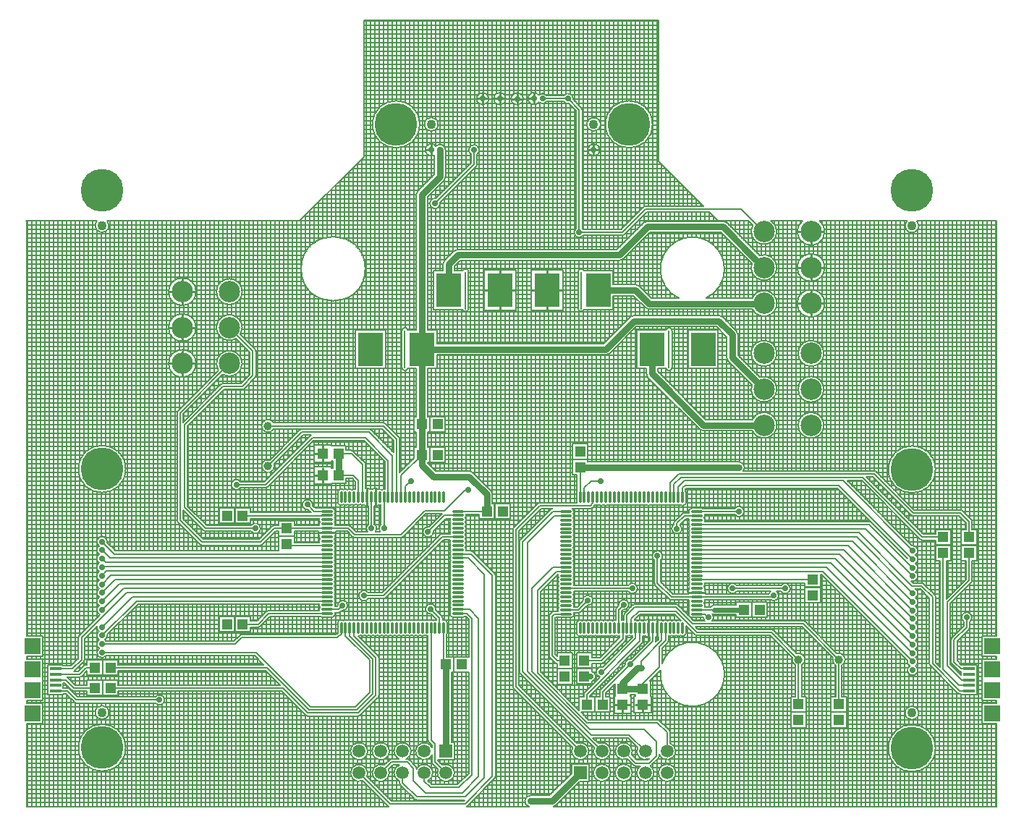
<source format=gtl>
G04 Layer_Physical_Order=1*
G04 Layer_Color=255*
%FSLAX44Y44*%
%MOMM*%
G71*
G01*
G75*
%ADD10C,0.2032*%
%ADD11R,1.3000X1.3000*%
%ADD12R,1.9000X1.9000*%
%ADD13R,1.3500X0.4000*%
%ADD14O,1.4000X0.3000*%
%ADD15O,0.3000X1.4000*%
%ADD16R,3.0000X4.0000*%
%ADD17R,1.3000X1.3000*%
%ADD18C,0.2540*%
%ADD19C,0.2000*%
%ADD20C,0.8000*%
%ADD21C,0.6000*%
%ADD22C,1.0000*%
%ADD23C,2.5000*%
%ADD24C,1.5000*%
%ADD25R,1.5000X1.5000*%
%ADD26C,1.1000*%
%ADD27C,5.0000*%
%ADD28C,0.7000*%
D10*
X1469146Y989292D02*
G03*
X1466758Y995000I-8016J0D01*
G01*
X1469146Y989292D02*
G03*
X1466758Y995000I-8016J0D01*
G01*
X1455502D02*
G03*
X1469146Y989292I5628J-5708D01*
G01*
X1455502Y995000D02*
G03*
X1469146Y989292I5628J-5708D01*
G01*
X1359056Y982500D02*
G03*
X1353077Y995000I-16056J0D01*
G01*
X1332923D02*
G03*
X1359056Y982500I10077J-12500D01*
G01*
Y940500D02*
G03*
X1359056Y940500I-16056J0D01*
G01*
Y898500D02*
G03*
X1359056Y898500I-16056J0D01*
G01*
X1358016Y840000D02*
G03*
X1358016Y840000I-15016J0D01*
G01*
Y798000D02*
G03*
X1358016Y798000I-15016J0D01*
G01*
Y756000D02*
G03*
X1358016Y756000I-15016J0D01*
G01*
X1303016Y982500D02*
G03*
X1296320Y995000I-15016J0D01*
G01*
X1303016Y940500D02*
G03*
X1283041Y954674I-15016J0D01*
G01*
X1275005Y990023D02*
G03*
X1303016Y982500I12996J-7523D01*
G01*
X1273826Y945459D02*
G03*
X1303016Y940500I14174J-4959D01*
G01*
Y898500D02*
G03*
X1274354Y904766I-15016J0D01*
G01*
X1274595Y891734D02*
G03*
X1303016Y898500I13405J6766D01*
G01*
X1244857Y992858D02*
G03*
X1240250Y994766I-4608J-4608D01*
G01*
X1244857Y992858D02*
G03*
X1240250Y994766I-4608J-4608D01*
G01*
X1241766Y938750D02*
G03*
X1188359Y904766I-37516J0D01*
G01*
X1239607Y882607D02*
G03*
X1235000Y884516I-4608J-4608D01*
G01*
X1220141Y904766D02*
G03*
X1241766Y938750I-15891J33984D01*
G01*
X1239607Y882607D02*
G03*
X1235000Y884516I-4608J-4608D01*
G01*
X1303016Y840000D02*
G03*
X1303016Y840000I-15016J0D01*
G01*
Y798000D02*
G03*
X1283041Y812174I-15016J0D01*
G01*
X1273826Y802959D02*
G03*
X1303016Y798000I14174J-4959D01*
G01*
Y756000D02*
G03*
X1274471Y762516I-15016J0D01*
G01*
X1257516Y862000D02*
G03*
X1255608Y866608I-6516J0D01*
G01*
X1257516Y862000D02*
G03*
X1255608Y866608I-6516J0D01*
G01*
X1244484Y835000D02*
G03*
X1246393Y830393I6516J0D01*
G01*
X1244484Y835000D02*
G03*
X1246393Y830393I6516J0D01*
G01*
X1520236Y655986D02*
G03*
X1517750Y657016I-2486J-2486D01*
G01*
X1520242Y655981D02*
G03*
X1517750Y657016I-2492J-2481D01*
G01*
X1531516Y643250D02*
G03*
X1530480Y645742I-3516J0D01*
G01*
X1531516Y643250D02*
G03*
X1530486Y645736I-3516J0D01*
G01*
X1488646Y704292D02*
G03*
X1488646Y704292I-27516J0D01*
G01*
X1460014Y651014D02*
G03*
X1462500Y649984I2486J2486D01*
G01*
X1460008Y651020D02*
G03*
X1462500Y649984I2492J2481D01*
G01*
X1530480Y571758D02*
G03*
X1531516Y574250I-2481J2492D01*
G01*
X1530486Y571764D02*
G03*
X1531516Y574250I-2486J2486D01*
G01*
X1470668Y622519D02*
G03*
X1473160Y621484I2492J2481D01*
G01*
X1470674Y622514D02*
G03*
X1473160Y621484I2486J2486D01*
G01*
X1468016Y609296D02*
G03*
X1461034Y615233I-6016J0D01*
G01*
X1465345Y604296D02*
G03*
X1468016Y609296I-3345J5000D01*
G01*
X1474736Y570486D02*
G03*
X1472250Y571516I-2486J-2486D01*
G01*
X1474742Y570480D02*
G03*
X1472250Y571516I-2492J-2481D01*
G01*
X1465345Y584296D02*
G03*
X1468016Y589296I-3345J5000D01*
G01*
D02*
G03*
X1465345Y594296I-6016J0D01*
G01*
X1468016Y579296D02*
G03*
X1465345Y584296I-6016J0D01*
G01*
X1468016Y599296D02*
G03*
X1465345Y604296I-6016J0D01*
G01*
Y594296D02*
G03*
X1468016Y599296I-3345J5000D01*
G01*
X1460504Y573469D02*
G03*
X1468016Y579296I1496J5827D01*
G01*
X1419486Y701486D02*
G03*
X1417000Y702516I-2486J-2486D01*
G01*
X1419492Y701480D02*
G03*
X1417000Y702516I-2492J-2481D01*
G01*
X1274471Y749484D02*
G03*
X1303016Y756000I13529J6516D01*
G01*
X1265266Y706750D02*
G03*
X1258750Y713266I-6516J0D01*
G01*
X1263703Y702516D02*
G03*
X1265266Y706750I-4953J4234D01*
G01*
X1413787Y642480D02*
G03*
X1411295Y643516I-2492J-2481D01*
G01*
X1413782Y642486D02*
G03*
X1411295Y643516I-2486J-2486D01*
G01*
X1264766Y655000D02*
G03*
X1253868Y658516I-6016J0D01*
G01*
Y651484D02*
G03*
X1264766Y655000I4882J3516D01*
G01*
X1149750Y1012516D02*
G03*
X1147258Y1011480I0J-3516D01*
G01*
X1149750Y1012516D02*
G03*
X1147264Y1011486I0J-3516D01*
G01*
X1151670Y994766D02*
G03*
X1147063Y992858I0J-6516D01*
G01*
X1151670Y994766D02*
G03*
X1147063Y992858I0J-6516D01*
G01*
X1122250Y977984D02*
G03*
X1124742Y979019I0J3516D01*
G01*
X1122250Y977984D02*
G03*
X1124736Y979014I0J3516D01*
G01*
X1118670Y948734D02*
G03*
X1123278Y950642I0J6516D01*
G01*
X1118670Y948734D02*
G03*
X1123278Y950642I0J6516D01*
G01*
X1149143Y893643D02*
G03*
X1153750Y891734I4608J4608D01*
G01*
X1149143Y893643D02*
G03*
X1153750Y891734I4608J4608D01*
G01*
X1142607Y918607D02*
G03*
X1138000Y920516I-4608J-4608D01*
G01*
X1142607Y918607D02*
G03*
X1138000Y920516I-4608J-4608D01*
G01*
X1157546Y1108110D02*
G03*
X1157546Y1108110I-27516J0D01*
G01*
X1096846D02*
G03*
X1096846Y1108110I-8016J0D01*
G01*
X1095886Y1078110D02*
G03*
X1095886Y1078110I-7056J0D01*
G01*
X1096846Y1108110D02*
G03*
X1096846Y1108110I-8016J0D01*
G01*
X1064846Y1138110D02*
G03*
X1053948Y1141626I-6016J0D01*
G01*
X1033712D02*
G03*
X1024510Y1142297I-4882J-3516D01*
G01*
D02*
G03*
X1024510Y1133923I-5680J-4187D01*
G01*
X1075396Y1125060D02*
G03*
X1074361Y1127552I-3516J0D01*
G01*
X1075396Y1125060D02*
G03*
X1074366Y1127546I-3516J0D01*
G01*
X1064768Y1137144D02*
G03*
X1064846Y1138110I-5938J966D01*
G01*
X1053948Y1134594D02*
G03*
X1059796Y1132172I4882J3516D01*
G01*
X1024510Y1133923D02*
G03*
X1033712Y1134594I4320J4187D01*
G01*
X1076762Y985016D02*
G03*
X1075396Y986382I-4882J-3516D01*
G01*
X1068364D02*
G03*
X1076762Y977984I3516J-4882D01*
G01*
X1077552Y936516D02*
G03*
X1070644Y935590I-3392J-926D01*
G01*
Y892410D02*
G03*
X1077552Y891484I3516J0D01*
G01*
X1212643Y751393D02*
G03*
X1217250Y749484I4608J4608D01*
G01*
X1212643Y751393D02*
G03*
X1217250Y749484I4608J4608D01*
G01*
X1196856Y677000D02*
G03*
X1196356Y678941I-4016J0D01*
G01*
X1180356Y866590D02*
G03*
X1173448Y867516I-3516J0D01*
G01*
Y822484D02*
G03*
X1180356Y823410I3392J926D01*
G01*
X1150484Y816250D02*
G03*
X1152393Y811643I6516J0D01*
G01*
X1150484Y816250D02*
G03*
X1152393Y811643I6516J0D01*
G01*
X1218856Y650000D02*
G03*
X1218572Y651484I-4016J0D01*
G01*
X1217983Y647500D02*
G03*
X1218856Y650000I-3143J2500D01*
G01*
Y645000D02*
G03*
X1217983Y647500I-4016J0D01*
G01*
X1218572Y643516D02*
G03*
X1218856Y645000I-3732J1484D01*
G01*
X1216781Y658516D02*
G03*
X1214840Y659016I-1941J-3516D01*
G01*
X1200102Y646468D02*
G03*
X1200697Y642500I3738J-1468D01*
G01*
X1203840Y659016D02*
G03*
X1200102Y653532I0J-4016D01*
G01*
X1200697Y642500D02*
G03*
X1200697Y637500I3143J-2500D01*
G01*
X1200697Y617500D02*
G03*
X1200697Y612500I3143J-2500D01*
G01*
X1200697Y632500D02*
G03*
X1200697Y627500I3143J-2500D01*
G01*
X1200697Y607500D02*
G03*
X1200697Y602500I3143J-2500D01*
G01*
X1200697Y622500D02*
G03*
X1200697Y617500I3143J-2500D01*
G01*
X1200697Y612500D02*
G03*
X1200697Y607500I3143J-2500D01*
G01*
Y592500D02*
G03*
X1200697Y587500I3143J-2500D01*
G01*
Y602500D02*
G03*
X1200697Y597500I3143J-2500D01*
G01*
X1218856Y570000D02*
G03*
X1218572Y571484I-4016J0D01*
G01*
X1200697Y597500D02*
G03*
X1200697Y592500I3143J-2500D01*
G01*
X1200697Y577500D02*
G03*
X1200697Y572500I3143J-2500D01*
G01*
X1200697Y627500D02*
G03*
X1200697Y622500I3143J-2500D01*
G01*
X1200697Y637500D02*
G03*
X1200697Y632500I3143J-2500D01*
G01*
Y582500D02*
G03*
X1200697Y577500I3143J-2500D01*
G01*
Y587500D02*
G03*
X1200697Y582500I3143J-2500D01*
G01*
X1190340Y662857D02*
G03*
X1196856Y666000I2500J3143D01*
G01*
X1185340Y662857D02*
G03*
X1190340Y662857I2500J3143D01*
G01*
X1175340D02*
G03*
X1180340Y662857I2500J3143D01*
G01*
D02*
G03*
X1185340Y662857I2500J3143D01*
G01*
X1195000Y653532D02*
G03*
X1192503Y652497I0J-3532D01*
G01*
X1195000Y653532D02*
G03*
X1192503Y652497I0J-3532D01*
G01*
X1165340Y662857D02*
G03*
X1170340Y662857I2500J3143D01*
G01*
X1160340D02*
G03*
X1165340Y662857I2500J3143D01*
G01*
X1170340Y662857D02*
G03*
X1175340Y662857I2500J3143D01*
G01*
X1145340Y662857D02*
G03*
X1150340Y662857I2500J3143D01*
G01*
X1155340Y662857D02*
G03*
X1160340Y662857I2500J3143D01*
G01*
X1140340Y662857D02*
G03*
X1145340Y662857I2500J3143D01*
G01*
X1150340Y662857D02*
G03*
X1155340Y662857I2500J3143D01*
G01*
X1183503Y643497D02*
G03*
X1182468Y641000I2498J-2498D01*
G01*
X1183503Y643497D02*
G03*
X1182468Y641000I2498J-2498D01*
G01*
X1192016Y635000D02*
G03*
X1189722Y639727I-6016J0D01*
G01*
X1182468Y639870D02*
G03*
X1192016Y635000I3532J-4870D01*
G01*
X1169336Y603000D02*
G03*
X1159804Y598118I-6016J0D01*
G01*
X1166836D02*
G03*
X1169336Y603000I-3516J4882D01*
G01*
X1159804Y571480D02*
G03*
X1160839Y568988I3516J0D01*
G01*
X1159804Y571480D02*
G03*
X1160834Y568994I3516J0D01*
G01*
X1136150Y884516D02*
G03*
X1131543Y882607I0J-6516D01*
G01*
X1136150Y884516D02*
G03*
X1131543Y882607I0J-6516D01*
G01*
X1125340Y662857D02*
G03*
X1130340Y662857I2500J3143D01*
G01*
X1135340D02*
G03*
X1140340Y662857I2500J3143D01*
G01*
X1120340Y662857D02*
G03*
X1125340Y662857I2500J3143D01*
G01*
X1130340Y662857D02*
G03*
X1135340Y662857I2500J3143D01*
G01*
X1110340D02*
G03*
X1115340Y662857I2500J3143D01*
G01*
X1115340D02*
G03*
X1120340Y662857I2500J3143D01*
G01*
X1103150Y838484D02*
G03*
X1107757Y840393I0J6516D01*
G01*
X1103150Y838484D02*
G03*
X1107757Y840393I0J6516D01*
G01*
X1100340Y662857D02*
G03*
X1105340Y662857I2500J3143D01*
G01*
X1095340D02*
G03*
X1100340Y662857I2500J3143D01*
G01*
X1105340Y662857D02*
G03*
X1110340Y662857I2500J3143D01*
G01*
X1090602Y662665D02*
G03*
X1095340Y662857I2237J3335D01*
G01*
X1069324Y678941D02*
G03*
X1068824Y677000I3516J-1941D01*
G01*
X1026028Y665516D02*
G03*
X1023541Y664486I0J-3516D01*
G01*
X1026028Y665516D02*
G03*
X1023536Y664481I0J-3516D01*
G01*
X1085000Y658484D02*
G03*
X1087492Y659520I0J3516D01*
G01*
X1085000Y658484D02*
G03*
X1087486Y659514I0J3516D01*
G01*
X1065856Y655000D02*
G03*
X1063838Y658484I-4016J0D01*
G01*
X1064983Y652500D02*
G03*
X1065856Y655000I-3143J2500D01*
G01*
Y650000D02*
G03*
X1064983Y652500I-4016J0D01*
G01*
X1064983Y647500D02*
G03*
X1065856Y650000I-3143J2500D01*
G01*
Y640000D02*
G03*
X1064983Y642500I-4016J0D01*
G01*
X1064983Y637500D02*
G03*
X1065856Y640000I-3143J2500D01*
G01*
Y635000D02*
G03*
X1064983Y637500I-4016J0D01*
G01*
X1065856Y645000D02*
G03*
X1064983Y647500I-4016J0D01*
G01*
Y642500D02*
G03*
X1065856Y645000I-3143J2500D01*
G01*
Y625000D02*
G03*
X1064983Y627500I-4016J0D01*
G01*
Y627500D02*
G03*
X1065856Y630000I-3143J2500D01*
G01*
X1064983Y622500D02*
G03*
X1065856Y625000I-3143J2500D01*
G01*
X1064983Y632500D02*
G03*
X1065856Y635000I-3143J2500D01*
G01*
Y630000D02*
G03*
X1064983Y632500I-4016J0D01*
G01*
X1065856Y620000D02*
G03*
X1064983Y622500I-4016J0D01*
G01*
X1040527Y658484D02*
G03*
X1038514Y657486I473J-3484D01*
G01*
X1040527Y658484D02*
G03*
X1038508Y657480I473J-3484D01*
G01*
X1064983Y617500D02*
G03*
X1065856Y620000I-3143J2500D01*
G01*
X1064983Y607500D02*
G03*
X1065856Y610000I-3143J2500D01*
G01*
D02*
G03*
X1064983Y612500I-4016J0D01*
G01*
X1065856Y605000D02*
G03*
X1064983Y607500I-4016J0D01*
G01*
X1065856Y615000D02*
G03*
X1064983Y617500I-4016J0D01*
G01*
X1064983Y612500D02*
G03*
X1065856Y615000I-3143J2500D01*
G01*
X1064983Y592500D02*
G03*
X1065856Y595000I-3143J2500D01*
G01*
D02*
G03*
X1064983Y597500I-4016J0D01*
G01*
X1065856Y590000D02*
G03*
X1064983Y592500I-4016J0D01*
G01*
X1064983Y602500D02*
G03*
X1065856Y605000I-3143J2500D01*
G01*
X1064983Y597500D02*
G03*
X1065856Y600000I-3143J2500D01*
G01*
X1064983Y572500D02*
G03*
X1065856Y575000I-3143J2500D01*
G01*
Y580000D02*
G03*
X1064983Y582500I-4016J0D01*
G01*
X1065856Y570000D02*
G03*
X1064983Y572500I-4016J0D01*
G01*
X1064983Y587500D02*
G03*
X1065856Y590000I-3143J2500D01*
G01*
X1064983Y582500D02*
G03*
X1065856Y585000I-3143J2500D01*
G01*
D02*
G03*
X1064983Y587500I-4016J0D01*
G01*
X1065856Y600000D02*
G03*
X1064983Y602500I-4016J0D01*
G01*
Y577500D02*
G03*
X1065856Y580000I-3143J2500D01*
G01*
X1047108Y581484D02*
G03*
X1047697Y577500I3732J-1484D01*
G01*
Y577500D02*
G03*
X1047697Y572500I3143J-2500D01*
G01*
X1065856Y575000D02*
G03*
X1064983Y577500I-4016J0D01*
G01*
X1488766Y555000D02*
G03*
X1487731Y557492I-3516J0D01*
G01*
X1488766Y555000D02*
G03*
X1487736Y557486I-3516J0D01*
G01*
X1468016Y559296D02*
G03*
X1465045Y564484I-6016J0D01*
G01*
X1318766Y565000D02*
G03*
X1307868Y568516I-6016J0D01*
G01*
Y561484D02*
G03*
X1318766Y565000I4882J3516D01*
G01*
X1305266Y556750D02*
G03*
X1302962Y561484I-6016J0D01*
G01*
X1465345Y554296D02*
G03*
X1468016Y559296I-3345J5000D01*
G01*
Y549296D02*
G03*
X1465345Y554296I-6016J0D01*
G01*
X1468016Y539296D02*
G03*
X1465345Y544296I-6016J0D01*
G01*
D02*
G03*
X1468016Y549296I-3345J5000D01*
G01*
X1465334Y534288D02*
G03*
X1468016Y539296I-3334J5008D01*
G01*
Y529280D02*
G03*
X1465334Y534288I-6016J0D01*
G01*
X1531266Y531000D02*
G03*
X1521718Y526130I-6016J0D01*
G01*
X1528782D02*
G03*
X1531266Y531000I-3532J4870D01*
G01*
X1527747Y517253D02*
G03*
X1528782Y519750I-2498J2498D01*
G01*
X1527747Y517253D02*
G03*
X1528782Y519750I-2498J2498D01*
G01*
X1465369Y524296D02*
G03*
X1468016Y529280I-3369J4984D01*
G01*
X1336242Y525980D02*
G03*
X1333750Y527016I-2492J-2481D01*
G01*
X1336236Y525986D02*
G03*
X1333750Y527016I-2486J-2486D01*
G01*
X1468016Y519312D02*
G03*
X1465369Y524296I-6016J0D01*
G01*
X1465334Y514304D02*
G03*
X1468016Y519312I-3334J5008D01*
G01*
Y509296D02*
G03*
X1465334Y514304I-6016J0D01*
G01*
X1295538Y561484D02*
G03*
X1293499Y558516I3712J-4734D01*
G01*
X1256132Y568516D02*
G03*
X1256132Y561484I-4882J-3516D01*
G01*
X1296341Y551484D02*
G03*
X1305266Y556750I2909J5266D01*
G01*
X1219896Y560000D02*
G03*
X1218542Y563443I-5056J0D01*
G01*
D02*
G03*
X1218856Y565000I-3702J1557D01*
G01*
X1217983Y567500D02*
G03*
X1218856Y570000I-3143J2500D01*
G01*
X1200697Y572500D02*
G03*
X1200697Y567500I3143J-2500D01*
G01*
X1218856Y565000D02*
G03*
X1217983Y567500I-4016J0D01*
G01*
X1200697D02*
G03*
X1200138Y563443I3143J-2500D01*
G01*
D02*
G03*
X1199007Y558516I3702J-3444D01*
G01*
X1219673D02*
G03*
X1219896Y560000I-4833J1484D01*
G01*
X1229750Y545516D02*
G03*
X1225500Y543516I0J-5516D01*
G01*
X1218856Y550000D02*
G03*
X1218572Y551484I-4016J0D01*
G01*
X1218856Y545000D02*
G03*
X1217983Y547500I-4016J0D01*
G01*
D02*
G03*
X1218856Y550000I-3143J2500D01*
G01*
X1218572Y543516D02*
G03*
X1218856Y545000I-3732J1484D01*
G01*
X1200108Y551484D02*
G03*
X1200697Y547500I3732J-1484D01*
G01*
X1299242Y515980D02*
G03*
X1296750Y517016I-2492J-2481D01*
G01*
X1299236Y515986D02*
G03*
X1296750Y517016I-2486J-2486D01*
G01*
X1229016Y531000D02*
G03*
X1227542Y534945I-6016J0D01*
G01*
D02*
G03*
X1229750Y534484I2208J5055D01*
G01*
X1214840Y530984D02*
G03*
X1216751Y531468I0J4016D01*
G01*
X1227508Y527016D02*
G03*
X1229016Y531000I-4508J3984D01*
G01*
X1217002Y531468D02*
G03*
X1218492Y527016I5998J-468D01*
G01*
X1200697Y542500D02*
G03*
X1200697Y537500I3143J-2500D01*
G01*
X1200697Y547500D02*
G03*
X1200697Y542500I3143J-2500D01*
G01*
X1200697Y537500D02*
G03*
X1203840Y530984I3143J-2500D01*
G01*
X1207058Y511020D02*
G03*
X1209550Y509984I2492J2481D01*
G01*
X1207064Y511014D02*
G03*
X1209550Y509984I2486J2486D01*
G01*
X1190340Y509857D02*
G03*
X1196856Y513000I2500J3143D01*
G01*
X1515753Y468503D02*
G03*
X1518250Y467468I2498J2498D01*
G01*
X1515753Y468503D02*
G03*
X1518250Y467468I2498J2498D01*
G01*
X1508002Y507497D02*
G03*
X1506968Y505000I2498J-2498D01*
G01*
X1508002Y507497D02*
G03*
X1506968Y505000I2498J-2498D01*
G01*
X1465334Y504288D02*
G03*
X1468016Y509296I-3334J5008D01*
G01*
Y499280D02*
G03*
X1465334Y504288I-6016J0D01*
G01*
X1465345Y494280D02*
G03*
X1468016Y499280I-3345J5000D01*
G01*
Y479280D02*
G03*
X1465345Y484280I-6016J0D01*
G01*
X1468016Y489280D02*
G03*
X1465345Y494280I-6016J0D01*
G01*
Y484280D02*
G03*
X1468016Y489280I-3345J5000D01*
G01*
X1506968Y478750D02*
G03*
X1508002Y476253I3532J0D01*
G01*
X1506968Y478750D02*
G03*
X1508002Y476253I3532J0D01*
G01*
X1481734Y476750D02*
G03*
X1482764Y474264I3516J0D01*
G01*
X1481734Y476750D02*
G03*
X1482769Y474258I3516J0D01*
G01*
X1456146Y480667D02*
G03*
X1458677Y474265I5854J-1387D01*
G01*
X1465323D02*
G03*
X1468016Y479280I-3323J5015D01*
G01*
Y469250D02*
G03*
X1465323Y474265I-6016J0D01*
G01*
X1458677D02*
G03*
X1468016Y469250I3323J-5015D01*
G01*
X1514514Y442514D02*
G03*
X1517000Y441484I2486J2486D01*
G01*
X1514508Y442519D02*
G03*
X1517000Y441484I2492J2481D01*
G01*
X1469146Y419292D02*
G03*
X1469146Y419292I-8016J0D01*
G01*
D02*
G03*
X1469146Y419292I-8016J0D01*
G01*
X1488646Y378092D02*
G03*
X1488646Y378092I-27516J0D01*
G01*
X1383016Y481750D02*
G03*
X1373289Y488933I-7516J0D01*
G01*
X1379016Y475107D02*
G03*
X1383016Y481750I-3516J6643D01*
G01*
X1368317Y483961D02*
G03*
X1371984Y475107I7183J-2211D01*
G01*
X1336016Y481750D02*
G03*
X1326289Y488933I-7516J0D01*
G01*
X1241766Y464570D02*
G03*
X1169016Y477455I-37516J0D01*
G01*
X1332016Y475107D02*
G03*
X1336016Y481750I-3516J6643D01*
G01*
X1321317Y483961D02*
G03*
X1324984Y475107I7183J-2211D01*
G01*
X1167035Y469313D02*
G03*
X1241766Y464570I37215J-4743D01*
G01*
X1177314Y552514D02*
G03*
X1179800Y551484I2486J2486D01*
G01*
X1177308Y552519D02*
G03*
X1179800Y551484I2492J2481D01*
G01*
X1187492Y545480D02*
G03*
X1185000Y546516I-2492J-2481D01*
G01*
X1187486Y545486D02*
G03*
X1185000Y546516I-2486J-2486D01*
G01*
X1185340Y527143D02*
G03*
X1180340Y527143I-2500J-3143D01*
G01*
X1170340D02*
G03*
X1166283Y527702I-2500J-3143D01*
G01*
D02*
G03*
X1159397Y527702I-3444J-3702D01*
G01*
D02*
G03*
X1156283Y527702I-1557J-3702D01*
G01*
D02*
G03*
X1149397Y527702I-3444J-3702D01*
G01*
X1129118Y561484D02*
G03*
X1140016Y565000I4882J3516D01*
G01*
D02*
G03*
X1129118Y568516I-6016J0D01*
G01*
X1137000Y546516D02*
G03*
X1134514Y545486I0J-3516D01*
G01*
X1137000Y546516D02*
G03*
X1134508Y545480I0J-3516D01*
G01*
X1123054Y540059D02*
G03*
X1130016Y546000I946J5941D01*
G01*
D02*
G03*
X1118059Y545054I-6016J0D01*
G01*
X1125359Y536332D02*
G03*
X1124324Y533840I2481J-2492D01*
G01*
X1125354Y536326D02*
G03*
X1124324Y533840I2486J-2486D01*
G01*
X1115342Y542337D02*
G03*
X1114308Y539840I2498J-2498D01*
G01*
X1115342Y542337D02*
G03*
X1114308Y539840I2498J-2498D01*
G01*
X1124324Y527732D02*
G03*
X1121372Y527738I-1484J-3732D01*
G01*
X1185340Y509857D02*
G03*
X1190340Y509857I2500J3143D01*
G01*
Y527143D02*
G03*
X1185340Y527143I-2500J-3143D01*
G01*
X1180340Y509857D02*
G03*
X1185340Y509857I2500J3143D01*
G01*
X1180340Y527143D02*
G03*
X1175340Y527143I-2500J-3143D01*
G01*
X1176356Y509268D02*
G03*
X1180340Y509857I1484J3732D01*
G01*
X1175340Y527143D02*
G03*
X1170340Y527143I-2500J-3143D01*
G01*
X1149397Y527702D02*
G03*
X1145340Y527143I-1557J-3702D01*
G01*
X1146356Y509268D02*
G03*
X1149397Y509298I1484J3732D01*
G01*
D02*
G03*
X1154324Y508167I3444J3702D01*
G01*
X1175326Y501514D02*
G03*
X1176356Y504000I-2486J2486D01*
G01*
X1175321Y501508D02*
G03*
X1176356Y504000I-2481J2492D01*
G01*
X1161356Y508167D02*
G03*
X1164324Y508167I1484J4833D01*
G01*
X1161255Y502256D02*
G03*
X1161356Y503090I-3415J834D01*
G01*
X1161255Y502256D02*
G03*
X1161356Y503090I-3415J834D01*
G01*
X1145340Y527143D02*
G03*
X1140340Y527143I-2500J-3143D01*
G01*
X1140340D02*
G03*
X1136356Y527732I-2500J-3143D01*
G01*
X1130340Y509857D02*
G03*
X1134324Y509268I2500J3143D01*
G01*
X1126356D02*
G03*
X1130340Y509857I1484J3732D01*
G01*
X1145326Y500514D02*
G03*
X1146356Y503000I-2486J2486D01*
G01*
X1115340Y509857D02*
G03*
X1119324Y509268I2500J3143D01*
G01*
X1114308Y527738D02*
G03*
X1110340Y527143I-1468J-3738D01*
G01*
Y509857D02*
G03*
X1115340Y509857I2500J3143D01*
G01*
X1125326Y503354D02*
G03*
X1126356Y505840I-2486J2486D01*
G01*
X1125321Y503348D02*
G03*
X1126356Y505840I-2481J2492D01*
G01*
X1145321Y500508D02*
G03*
X1146356Y503000I-2481J2492D01*
G01*
X1132325Y482547D02*
G03*
X1125680Y475607I-707J-5974D01*
G01*
X1088056Y551040D02*
G03*
X1076102Y550074I-6016J0D01*
G01*
X1081074Y545102D02*
G03*
X1088056Y551040I966J5938D01*
G01*
X1071000Y536484D02*
G03*
X1073492Y537519I0J3516D01*
G01*
X1071000Y536484D02*
G03*
X1073486Y537514I0J3516D01*
G01*
X1065856Y560000D02*
G03*
X1065572Y561484I-4016J0D01*
G01*
Y568516D02*
G03*
X1065856Y570000I-3732J1484D01*
G01*
X1064983Y557500D02*
G03*
X1065856Y560000I-3143J2500D01*
G01*
X1047697Y572500D02*
G03*
X1047697Y567500I3143J-2500D01*
G01*
X1047697Y562500D02*
G03*
X1047697Y557500I3143J-2500D01*
G01*
X1065856Y550000D02*
G03*
X1064983Y552500I-4016J0D01*
G01*
X1064983Y547500D02*
G03*
X1065856Y550000I-3143J2500D01*
G01*
Y555000D02*
G03*
X1064983Y557500I-4016J0D01*
G01*
X1064983Y552500D02*
G03*
X1065856Y555000I-3143J2500D01*
G01*
X1047697Y567500D02*
G03*
X1047697Y562500I3143J-2500D01*
G01*
Y552500D02*
G03*
X1047697Y547500I3143J-2500D01*
G01*
Y557500D02*
G03*
X1047697Y552500I3143J-2500D01*
G01*
X1065572Y543516D02*
G03*
X1065856Y545000I-3732J1484D01*
G01*
D02*
G03*
X1064983Y547500I-4016J0D01*
G01*
X1065856Y535000D02*
G03*
X1065572Y536484I-4016J0D01*
G01*
X1047697Y547500D02*
G03*
X1047697Y542500I3143J-2500D01*
G01*
D02*
G03*
X1047108Y538516I3143J-2500D01*
G01*
X1061840Y530984D02*
G03*
X1065856Y535000I0J4016D01*
G01*
X1048899Y531484D02*
G03*
X1050840Y530984I1941J3516D01*
G01*
X1043000Y538516D02*
G03*
X1040508Y537481I0J-3516D01*
G01*
X1043000Y538516D02*
G03*
X1040514Y537486I0J-3516D01*
G01*
X1037520Y534492D02*
G03*
X1036484Y532000I2481J-2492D01*
G01*
X1037514Y534486D02*
G03*
X1036484Y532000I2486J-2486D01*
G01*
X1110340Y527143D02*
G03*
X1105340Y527143I-2500J-3143D01*
G01*
D02*
G03*
X1100340Y527143I-2500J-3143D01*
G01*
X1105340Y509857D02*
G03*
X1110340Y509857I2500J3143D01*
G01*
X1095340Y527143D02*
G03*
X1090340Y527143I-2500J-3143D01*
G01*
X1100340D02*
G03*
X1095340Y527143I-2500J-3143D01*
G01*
Y509857D02*
G03*
X1100340Y509857I2500J3143D01*
G01*
X1090340D02*
G03*
X1095340Y509857I2500J3143D01*
G01*
X1100340Y509857D02*
G03*
X1105340Y509857I2500J3143D01*
G01*
X1090340Y527143D02*
G03*
X1085340Y527143I-2500J-3143D01*
G01*
D02*
G03*
X1080340Y527143I-2500J-3143D01*
G01*
Y509857D02*
G03*
X1085340Y509857I2500J3143D01*
G01*
X1075340Y527143D02*
G03*
X1068824Y524000I-2500J-3143D01*
G01*
X1080340Y527143D02*
G03*
X1075340Y527143I-2500J-3143D01*
G01*
X1085340Y509857D02*
G03*
X1090340Y509857I2500J3143D01*
G01*
X1075340D02*
G03*
X1080340Y509857I2500J3143D01*
G01*
X1068824Y513000D02*
G03*
X1075340Y509857I4016J0D01*
G01*
X1097734Y477218D02*
G03*
X1100226Y478254I0J3516D01*
G01*
X1097734Y477218D02*
G03*
X1100220Y478248I0J3516D01*
G01*
X1043758Y478019D02*
G03*
X1045734Y477022I2492J2481D01*
G01*
X1043764Y478014D02*
G03*
X1045734Y477022I2486J2486D01*
G01*
X1036484Y486750D02*
G03*
X1037514Y484264I3516J0D01*
G01*
X1036484Y486750D02*
G03*
X1037520Y484258I3516J0D01*
G01*
X1165486Y410486D02*
G03*
X1163000Y411516I-2486J-2486D01*
G01*
X1178156Y396360D02*
G03*
X1177126Y398846I-3516J0D01*
G01*
X1178156Y396360D02*
G03*
X1177121Y398852I-3516J0D01*
G01*
X1165492Y410480D02*
G03*
X1163000Y411516I-2492J-2481D01*
G01*
X1184656Y374620D02*
G03*
X1178156Y383999I-10016J0D01*
G01*
X1165516Y370488D02*
G03*
X1184656Y374620I9124J4132D01*
G01*
X1164486Y366514D02*
G03*
X1165516Y369000I-2486J2486D01*
G01*
X1164481Y366508D02*
G03*
X1165516Y369000I-2481J2492D01*
G01*
X1140122Y378765D02*
G03*
X1153659Y365632I9118J-4146D01*
G01*
X1184656Y349220D02*
G03*
X1184656Y349220I-10016J0D01*
G01*
X1159256D02*
G03*
X1154994Y357419I-10016J0D01*
G01*
Y357419D02*
G03*
X1156172Y358200I-1314J3261D01*
G01*
X1154994Y357419D02*
G03*
X1156166Y358194I-1314J3261D01*
G01*
X1143140Y357164D02*
G03*
X1159256Y349220I6100J-7944D01*
G01*
X1132958Y370475D02*
G03*
X1133856Y374620I-9118J4146D01*
G01*
D02*
G03*
X1127986Y365502I-10016J0D01*
G01*
X1135288Y358200D02*
G03*
X1137780Y357164I2492J2481D01*
G01*
X1135294Y358194D02*
G03*
X1137780Y357164I2486J2486D01*
G01*
X1133856Y349220D02*
G03*
X1133856Y349220I-10016J0D01*
G01*
X1099359Y473082D02*
G03*
X1096327Y461459I-1859J-5721D01*
G01*
X1086766Y456240D02*
G03*
X1091046Y462000I-1736J5760D01*
G01*
D02*
G03*
X1086766Y467760I-6016J0D01*
G01*
X1096769Y446697D02*
G03*
X1095734Y444205I2481J-2492D01*
G01*
X1096764Y446691D02*
G03*
X1095734Y444205I2486J-2486D01*
G01*
X1078270Y443402D02*
G03*
X1077234Y440910I2481J-2492D01*
G01*
X1078264Y443396D02*
G03*
X1077234Y440910I2486J-2486D01*
G01*
X1108456Y374620D02*
G03*
X1094295Y383738I-10016J0D01*
G01*
X1089322Y378765D02*
G03*
X1108456Y374620I9118J-4146D01*
G01*
X1083056D02*
G03*
X1068895Y383738I-10016J0D01*
G01*
X1108456Y349220D02*
G03*
X1108456Y349220I-10016J0D01*
G01*
X1063922Y378765D02*
G03*
X1083056Y374620I9118J-4146D01*
G01*
X1041816Y309880D02*
G03*
X1044548Y311513I-1876J6240D01*
G01*
X1041816Y309880D02*
G03*
X1044548Y311513I-1876J6240D01*
G01*
X1006306Y1137920D02*
G03*
X1006306Y1137920I-7056J0D01*
G01*
X985886Y1138110D02*
G03*
X985886Y1138110I-7056J0D01*
G01*
X965886D02*
G03*
X965886Y1138110I-7056J0D01*
G01*
X954846Y1078110D02*
G03*
X945314Y1073229I-6016J0D01*
G01*
X952346D02*
G03*
X954846Y1078110I-3516J4882D01*
G01*
X951316Y1058844D02*
G03*
X952346Y1061330I-2486J2486D01*
G01*
X951310Y1058838D02*
G03*
X952346Y1061330I-2481J2492D01*
G01*
X913437Y1042222D02*
G03*
X915346Y1046830I-4608J4608D01*
G01*
X913437Y1042222D02*
G03*
X915346Y1046830I-4608J4608D01*
G01*
X930000Y961766D02*
G03*
X925393Y959857I0J-6516D01*
G01*
X930000Y961766D02*
G03*
X925393Y959857I0J-6516D01*
G01*
X909016Y1015500D02*
G03*
X908938Y1016466I-6016J0D01*
G01*
X914392Y948857D02*
G03*
X912484Y944250I4608J-4608D01*
G01*
X914392Y948857D02*
G03*
X912484Y944250I4608J-4608D01*
G01*
X942356Y935590D02*
G03*
X935448Y936516I-3516J0D01*
G01*
X906846Y1108110D02*
G03*
X906846Y1108110I-8016J0D01*
G01*
D02*
G03*
X906846Y1108110I-8016J0D01*
G01*
X904196Y1082691D02*
G03*
X902314Y1071974I-5367J-4581D01*
G01*
X915346Y1078110D02*
G03*
X904196Y1082691I-6516J0D01*
G01*
X885146Y1108110D02*
G03*
X885146Y1108110I-27516J0D01*
G01*
X903966Y1021438D02*
G03*
X909016Y1015500I-966J-5938D01*
G01*
X883142Y1030358D02*
G03*
X881234Y1025750I4608J-4608D01*
G01*
X883142Y1030358D02*
G03*
X881234Y1025750I4608J-4608D01*
G01*
X935448Y891484D02*
G03*
X942356Y892410I3392J926D01*
G01*
X947408Y700608D02*
G03*
X942800Y702516I-4608J-4608D01*
G01*
X947408Y700608D02*
G03*
X942800Y702516I-4608J-4608D01*
G01*
X970226Y675090D02*
G03*
X968318Y679697I-6516J0D01*
G01*
X970226Y675090D02*
G03*
X968318Y679697I-6516J0D01*
G01*
X995264Y636208D02*
G03*
X994234Y633722I2486J-2486D01*
G01*
X995269Y636214D02*
G03*
X994234Y633722I2481J-2492D01*
G01*
X939456Y650360D02*
G03*
X939172Y651844I-4016J0D01*
G01*
X939456Y645360D02*
G03*
X938583Y647860I-4016J0D01*
G01*
D02*
G03*
X939456Y650360I-3143J2500D01*
G01*
X920708Y646844D02*
G03*
X921297Y642860I3732J-1484D01*
G01*
X939456Y640360D02*
G03*
X938583Y642860I-4016J0D01*
G01*
D02*
G03*
X939456Y645360I-3143J2500D01*
G01*
X938583Y637860D02*
G03*
X939456Y640360I-3143J2500D01*
G01*
X921297Y642860D02*
G03*
X921297Y637860I3143J-2500D01*
G01*
X939456Y635360D02*
G03*
X938583Y637860I-4016J0D01*
G01*
X939456Y630360D02*
G03*
X938583Y632860I-4016J0D01*
G01*
D02*
G03*
X939456Y635360I-3143J2500D01*
G01*
Y625360D02*
G03*
X938583Y627860I-4016J0D01*
G01*
X921297Y637860D02*
G03*
X921297Y632860I3143J-2500D01*
G01*
X938583Y627860D02*
G03*
X939456Y630360I-3143J2500D01*
G01*
X901016Y631000D02*
G03*
X900938Y631966I-6016J0D01*
G01*
X921297Y632860D02*
G03*
X920708Y628876I3143J-2500D01*
G01*
X911610D02*
G03*
X909118Y627840I0J-3516D01*
G01*
X911610Y628876D02*
G03*
X909124Y627846I0J-3516D01*
G01*
X871302Y867516D02*
G03*
X864394Y866590I-3392J-926D01*
G01*
Y823410D02*
G03*
X871302Y822484I3516J0D01*
G01*
X845236Y757736D02*
G03*
X842750Y758766I-2486J-2486D01*
G01*
X845242Y757730D02*
G03*
X842750Y758766I-2492J-2481D01*
G01*
X861956Y739560D02*
G03*
X860920Y742052I-3516J0D01*
G01*
X861956Y739560D02*
G03*
X860926Y742046I-3516J0D01*
G01*
X828486Y750486D02*
G03*
X826000Y751516I-2486J-2486D01*
G01*
X828492Y750480D02*
G03*
X826000Y751516I-2492J-2481D01*
G01*
X895966Y636938D02*
G03*
X901016Y631000I-966J-5938D01*
G01*
X844924Y681092D02*
G03*
X840940Y680503I-1484J-3732D01*
G01*
X836883Y681062D02*
G03*
X829996Y681062I-3444J-3702D01*
G01*
X840940Y680503D02*
G03*
X836883Y681062I-2500J-3143D01*
G01*
X826883Y681062D02*
G03*
X821956Y682193I-3444J-3702D01*
G01*
X836883Y662658D02*
G03*
X839924Y662628I1557J3702D01*
G01*
Y640322D02*
G03*
X838880Y631516I3516J-4882D01*
G01*
X833467D02*
G03*
X834766Y635250I-4717J3734D01*
G01*
X829996Y681062D02*
G03*
X826883Y681062I-1557J-3702D01*
G01*
X831956Y661527D02*
G03*
X836883Y662658I1484J4833D01*
G01*
X834766Y635250D02*
G03*
X831956Y640341I-6016J0D01*
G01*
X821516Y939070D02*
G03*
X821516Y939070I-37516J0D01*
G01*
X692480Y811258D02*
G03*
X693516Y813750I-2481J2492D01*
G01*
Y842750D02*
G03*
X692480Y845242I-3516J0D01*
G01*
X675309Y862413D02*
G03*
X677516Y870250I-12809J7837D01*
G01*
Y912250D02*
G03*
X677516Y912250I-15016J0D01*
G01*
Y870250D02*
G03*
X670337Y857441I-15016J0D01*
G01*
X693516Y842750D02*
G03*
X692486Y845236I-3516J0D01*
G01*
Y811264D02*
G03*
X693516Y813750I-2486J2486D01*
G01*
X677516Y828250D02*
G03*
X649691Y820413I-15016J0D01*
G01*
X654663Y815441D02*
G03*
X677516Y828250I7837J12809D01*
G01*
X757890Y744484D02*
G03*
X757264Y743986I1859J-2984D01*
G01*
X757890Y744484D02*
G03*
X757258Y743980I1859J-2984D01*
G01*
X747500Y751516D02*
G03*
X745014Y750486I0J-3516D01*
G01*
X747500Y751516D02*
G03*
X745008Y750480I0J-3516D01*
G01*
X655250Y804766D02*
G03*
X652758Y803730I0J-3516D01*
G01*
X714393Y758766D02*
G03*
X714393Y751734I-6643J-3516D01*
G01*
X677500Y797734D02*
G03*
X679992Y798770I0J3516D01*
G01*
X677500Y797734D02*
G03*
X679986Y798764I0J3516D01*
G01*
X655250Y804766D02*
G03*
X652764Y803736I0J-3516D01*
G01*
X623556Y912250D02*
G03*
X623556Y912250I-16056J0D01*
G01*
Y870250D02*
G03*
X623556Y870250I-16056J0D01*
G01*
X521646Y989794D02*
G03*
X519725Y995000I-8016J0D01*
G01*
X507535D02*
G03*
X521646Y989794I6095J-5206D01*
G01*
D02*
G03*
X519725Y995000I-8016J0D01*
G01*
X507535D02*
G03*
X521646Y989794I6095J-5206D01*
G01*
X623556Y828250D02*
G03*
X623556Y828250I-16056J0D01*
G01*
X602270Y772992D02*
G03*
X601234Y770500I2481J-2492D01*
G01*
X602264Y772986D02*
G03*
X601234Y770500I2486J-2486D01*
G01*
X807772Y725480D02*
G03*
X805280Y726516I-2492J-2481D01*
G01*
X807766Y725486D02*
G03*
X805280Y726516I-2486J-2486D01*
G01*
X821956Y709840D02*
G03*
X820920Y712332I-3516J0D01*
G01*
X821956Y709840D02*
G03*
X820926Y712326I-3516J0D01*
G01*
X805940Y663217D02*
G03*
X810940Y663217I2500J3143D01*
G01*
X815940Y663217D02*
G03*
X819996Y662658I2500J3143D01*
G01*
X805940Y680503D02*
G03*
X800940Y680503I-2500J-3143D01*
G01*
X809924Y681092D02*
G03*
X805940Y680503I-1484J-3732D01*
G01*
X800940D02*
G03*
X795940Y680503I-2500J-3143D01*
G01*
X795940D02*
G03*
X789424Y677360I-2500J-3143D01*
G01*
Y666360D02*
G03*
X795940Y663217I4016J0D01*
G01*
X819996Y662658D02*
G03*
X824924Y661527I3444J3702D01*
G01*
X810940Y663217D02*
G03*
X815940Y663217I2500J3143D01*
G01*
X800940D02*
G03*
X805940Y663217I2500J3143D01*
G01*
X795940Y663217D02*
G03*
X800940Y663217I2500J3143D01*
G01*
X786456Y655360D02*
G03*
X782440Y659376I-4016J0D01*
G01*
X786456Y650360D02*
G03*
X785583Y652860I-4016J0D01*
G01*
X785583Y647860D02*
G03*
X786456Y650360I-3143J2500D01*
G01*
X824924Y639893D02*
G03*
X824033Y631516I3826J-4643D01*
G01*
X804126Y637846D02*
G03*
X801640Y638876I-2486J-2486D01*
G01*
X804132Y637840D02*
G03*
X801640Y638876I-2492J-2481D01*
G01*
X787496Y630360D02*
G03*
X787273Y631844I-5056J0D01*
G01*
X785583Y642860D02*
G03*
X786456Y645360I-3143J2500D01*
G01*
X786172Y638876D02*
G03*
X786456Y640360I-3732J1484D01*
G01*
X786142Y626916D02*
G03*
X787496Y630360I-3702J3444D01*
G01*
X786456Y625360D02*
G03*
X786142Y626916I-4016J0D01*
G01*
X785583Y652860D02*
G03*
X786456Y655360I-3143J2500D01*
G01*
X771440Y659376D02*
G03*
X769529Y658892I0J-4016D01*
G01*
X786456Y645360D02*
G03*
X785583Y647860I-4016J0D01*
G01*
X759941Y662054D02*
G03*
X760016Y663000I-5941J946D01*
G01*
D02*
G03*
X754946Y657059I-6016J0D01*
G01*
X768297Y642860D02*
G03*
X767708Y638876I3143J-2500D01*
G01*
X767663Y646724D02*
G03*
X768297Y642860I3777J-1364D01*
G01*
X786456Y640360D02*
G03*
X785583Y642860I-4016J0D01*
G01*
X766607Y631844D02*
G03*
X767738Y626916I4833J-1484D01*
G01*
X715266Y708250D02*
G03*
X714933Y710461I-7516J0D01*
G01*
X709961Y715433D02*
G03*
X715266Y708250I-2211J-7183D01*
G01*
X704750Y682984D02*
G03*
X707242Y684019I0J3516D01*
G01*
X704750Y682984D02*
G03*
X707236Y684014I0J3516D01*
G01*
X675632Y690016D02*
G03*
X675632Y682984I-4882J-3516D01*
G01*
X541146Y704794D02*
G03*
X541146Y704794I-27516J0D01*
G01*
X714910Y638766D02*
G03*
X712424Y637736I0J-3516D01*
G01*
X714910Y638766D02*
G03*
X712418Y637730I0J-3516D01*
G01*
X699016Y635250D02*
G03*
X688118Y638766I-6016J0D01*
G01*
Y631734D02*
G03*
X699016Y635250I4882J3516D01*
G01*
X601234Y644750D02*
G03*
X602270Y642258I3516J0D01*
G01*
X601234Y644750D02*
G03*
X602264Y642264I3516J0D01*
G01*
X632194Y632764D02*
G03*
X634680Y631734I2486J2486D01*
G01*
X632188Y632770D02*
G03*
X634680Y631734I2492J2481D01*
G01*
X1003019Y621992D02*
G03*
X1001984Y619500I2481J-2492D01*
G01*
X1003014Y621986D02*
G03*
X1001984Y619500I2486J-2486D01*
G01*
X939456Y620360D02*
G03*
X938583Y622860I-4016J0D01*
G01*
D02*
G03*
X939456Y625360I-3143J2500D01*
G01*
X938583Y617860D02*
G03*
X939456Y620360I-3143J2500D01*
G01*
Y615360D02*
G03*
X938583Y617860I-4016J0D01*
G01*
X938583Y612860D02*
G03*
X939456Y615360I-3143J2500D01*
G01*
Y610360D02*
G03*
X938583Y612860I-4016J0D01*
G01*
X939172Y608876D02*
G03*
X939456Y610360I-3732J1484D01*
G01*
X973796Y580720D02*
G03*
X972766Y583206I-3516J0D01*
G01*
X948132Y607840D02*
G03*
X945640Y608876I-2492J-2481D01*
G01*
X948126Y607846D02*
G03*
X945640Y608876I-2486J-2486D01*
G01*
X973796Y580720D02*
G03*
X972760Y583212I-3516J0D01*
G01*
X920708Y621844D02*
G03*
X921297Y617860I3732J-1484D01*
G01*
X921297Y612860D02*
G03*
X921297Y607860I3143J-2500D01*
G01*
Y617860D02*
G03*
X921297Y612860I3143J-2500D01*
G01*
X921297Y607860D02*
G03*
X921297Y602860I3143J-2500D01*
G01*
Y602860D02*
G03*
X921297Y597860I3143J-2500D01*
G01*
Y582860D02*
G03*
X921297Y577860I3143J-2500D01*
G01*
Y587860D02*
G03*
X921297Y582860I3143J-2500D01*
G01*
X921297Y577860D02*
G03*
X921297Y572860I3143J-2500D01*
G01*
Y597860D02*
G03*
X921297Y592860I3143J-2500D01*
G01*
D02*
G03*
X921297Y587860I3143J-2500D01*
G01*
Y562860D02*
G03*
X921297Y557860I3143J-2500D01*
G01*
Y567860D02*
G03*
X921297Y562860I3143J-2500D01*
G01*
Y552860D02*
G03*
X921297Y547860I3143J-2500D01*
G01*
Y572860D02*
G03*
X921297Y567860I3143J-2500D01*
G01*
Y547860D02*
G03*
X921297Y542860I3143J-2500D01*
G01*
Y557860D02*
G03*
X921297Y552860I3143J-2500D01*
G01*
X903941Y540054D02*
G03*
X904016Y541000I-5941J946D01*
G01*
X921297Y537860D02*
G03*
X924440Y531344I3143J-2500D01*
G01*
X921297Y542860D02*
G03*
X921297Y537860I3143J-2500D01*
G01*
X935440Y531344D02*
G03*
X937381Y531844I0J4016D01*
G01*
X911972Y530560D02*
G03*
X910938Y533058I-3532J0D01*
G01*
X911972Y530560D02*
G03*
X910938Y533058I-3532J0D01*
G01*
X917456Y524360D02*
G03*
X911972Y528098I-4016J0D01*
G01*
X916956Y511419D02*
G03*
X917456Y513360I-3516J1941D01*
G01*
X904016Y541000D02*
G03*
X898946Y535059I-6016J0D01*
G01*
X904908Y528098D02*
G03*
X900940Y527503I-1468J-3738D01*
G01*
X895940Y527503D02*
G03*
X890940Y527503I-2500J-3143D01*
G01*
X900940D02*
G03*
X895940Y527503I-2500J-3143D01*
G01*
X885940D02*
G03*
X880940Y527503I-2500J-3143D01*
G01*
D02*
G03*
X875940Y527503I-2500J-3143D01*
G01*
X890940D02*
G03*
X885940Y527503I-2500J-3143D01*
G01*
X870940D02*
G03*
X865940Y527503I-2500J-3143D01*
G01*
X875940D02*
G03*
X870940Y527503I-2500J-3143D01*
G01*
X890940Y510217D02*
G03*
X894924Y509628I2500J3143D01*
G01*
X885940Y510217D02*
G03*
X890940Y510217I2500J3143D01*
G01*
X880940D02*
G03*
X885940Y510217I2500J3143D01*
G01*
X875940Y510217D02*
G03*
X880940Y510217I2500J3143D01*
G01*
X870940Y510217D02*
G03*
X875940Y510217I2500J3143D01*
G01*
X863000Y624484D02*
G03*
X865486Y625514I0J3516D01*
G01*
X863000Y624484D02*
G03*
X865492Y625519I0J3516D01*
G01*
X842750Y552984D02*
G03*
X845236Y554014I0J3516D01*
G01*
X842750Y552984D02*
G03*
X845242Y554020I0J3516D01*
G01*
X824882Y560016D02*
G03*
X824882Y552984I-4882J-3516D01*
G01*
X806514Y625514D02*
G03*
X809000Y624484I2486J2486D01*
G01*
X806508Y625519D02*
G03*
X809000Y624484I2492J2481D01*
G01*
X785583Y622860D02*
G03*
X786456Y625360I-3143J2500D01*
G01*
Y620360D02*
G03*
X785583Y622860I-4016J0D01*
G01*
Y617860D02*
G03*
X786456Y620360I-3143J2500D01*
G01*
Y615360D02*
G03*
X785583Y617860I-4016J0D01*
G01*
X786456Y595360D02*
G03*
X785583Y597860I-4016J0D01*
G01*
X786456Y605360D02*
G03*
X785583Y607860I-4016J0D01*
G01*
D02*
G03*
X786456Y610360I-3143J2500D01*
G01*
X785583Y602860D02*
G03*
X786456Y605360I-3143J2500D01*
G01*
X785583Y612860D02*
G03*
X786456Y615360I-3143J2500D01*
G01*
Y610360D02*
G03*
X785583Y612860I-4016J0D01*
G01*
X786456Y590360D02*
G03*
X785583Y592860I-4016J0D01*
G01*
D02*
G03*
X786456Y595360I-3143J2500D01*
G01*
X785583Y587860D02*
G03*
X786456Y590360I-3143J2500D01*
G01*
Y600360D02*
G03*
X785583Y602860I-4016J0D01*
G01*
X785583Y597860D02*
G03*
X786456Y600360I-3143J2500D01*
G01*
Y570360D02*
G03*
X785583Y572860I-4016J0D01*
G01*
D02*
G03*
X786456Y575360I-3143J2500D01*
G01*
X785583Y567860D02*
G03*
X786456Y570360I-3143J2500D01*
G01*
X785583Y582860D02*
G03*
X786456Y585360I-3143J2500D01*
G01*
Y580360D02*
G03*
X785583Y582860I-4016J0D01*
G01*
X801016Y545000D02*
G03*
X789059Y544054I-6016J0D01*
G01*
X786456Y565360D02*
G03*
X785583Y567860I-4016J0D01*
G01*
Y557860D02*
G03*
X786456Y560360I-3143J2500D01*
G01*
X786178Y543892D02*
G03*
X786456Y545360I-3738J1468D01*
G01*
X785583Y562860D02*
G03*
X786456Y565360I-3143J2500D01*
G01*
Y575360D02*
G03*
X785583Y577860I-4016J0D01*
G01*
X786456Y560360D02*
G03*
X785583Y562860I-4016J0D01*
G01*
X786456Y585360D02*
G03*
X785583Y587860I-4016J0D01*
G01*
Y577860D02*
G03*
X786456Y580360I-3143J2500D01*
G01*
X785583Y547860D02*
G03*
X786456Y550360I-3143J2500D01*
G01*
D02*
G03*
X785583Y552860I-4016J0D01*
G01*
X786456Y545360D02*
G03*
X785583Y547860I-4016J0D01*
G01*
X786456Y555360D02*
G03*
X785583Y557860I-4016J0D01*
G01*
X785583Y552860D02*
G03*
X786456Y555360I-3143J2500D01*
G01*
X860940Y527503D02*
G03*
X855940Y527503I-2500J-3143D01*
G01*
D02*
G03*
X850940Y527503I-2500J-3143D01*
G01*
X865940D02*
G03*
X860940Y527503I-2500J-3143D01*
G01*
X845940D02*
G03*
X840940Y527503I-2500J-3143D01*
G01*
X850940D02*
G03*
X845940Y527503I-2500J-3143D01*
G01*
X835940D02*
G03*
X830940Y527503I-2500J-3143D01*
G01*
D02*
G03*
X825940Y527503I-2500J-3143D01*
G01*
X840940D02*
G03*
X835940Y527503I-2500J-3143D01*
G01*
X825940Y527503D02*
G03*
X820940Y527503I-2500J-3143D01*
G01*
X860940Y510217D02*
G03*
X865940Y510217I2500J3143D01*
G01*
X855940D02*
G03*
X860940Y510217I2500J3143D01*
G01*
X865940Y510217D02*
G03*
X870940Y510217I2500J3143D01*
G01*
X845940D02*
G03*
X850940Y510217I2500J3143D01*
G01*
D02*
G03*
X855940Y510217I2500J3143D01*
G01*
X835940Y510217D02*
G03*
X840940Y510217I2500J3143D01*
G01*
D02*
G03*
X845940Y510217I2500J3143D01*
G01*
X830940Y510217D02*
G03*
X835940Y510217I2500J3143D01*
G01*
X825940Y510217D02*
G03*
X830940Y510217I2500J3143D01*
G01*
X815940Y527503D02*
G03*
X810940Y527503I-2500J-3143D01*
G01*
X810940D02*
G03*
X805940Y527503I-2500J-3143D01*
G01*
X820940Y527503D02*
G03*
X815940Y527503I-2500J-3143D01*
G01*
X805940D02*
G03*
X800940Y527503I-2500J-3143D01*
G01*
X794054Y539059D02*
G03*
X801016Y545000I946J5941D01*
G01*
X790360Y536828D02*
G03*
X792857Y537862I0J3532D01*
G01*
X790360Y536828D02*
G03*
X792857Y537862I0J3532D01*
G01*
X786456Y535360D02*
G03*
X786178Y536828I-4016J0D01*
G01*
X782440Y531344D02*
G03*
X786456Y535360I0J4016D01*
G01*
X820940Y510217D02*
G03*
X825940Y510217I2500J3143D01*
G01*
X815940D02*
G03*
X820940Y510217I2500J3143D01*
G01*
X813576Y509346D02*
G03*
X815940Y510217I-136J4014D01*
G01*
X800940Y527503D02*
G03*
X795940Y527503I-2500J-3143D01*
G01*
X795940D02*
G03*
X789424Y524360I-2500J-3143D01*
G01*
X1001984Y467560D02*
G03*
X1003019Y465068I3516J0D01*
G01*
X1001984Y467560D02*
G03*
X1003014Y465074I3516J0D01*
G01*
X994234Y449910D02*
G03*
X995264Y447424I3516J0D01*
G01*
X994234Y449910D02*
G03*
X995269Y447418I3516J0D01*
G01*
X894924Y387560D02*
G03*
X895954Y385074I3516J0D01*
G01*
X894924Y387560D02*
G03*
X895959Y385068I3516J0D01*
G01*
X972760Y342329D02*
G03*
X973796Y344821I-2481J2492D01*
G01*
X972766Y342335D02*
G03*
X973796Y344821I-2486J2486D01*
G01*
X1014750Y322636D02*
G03*
X1012874Y309880I0J-6516D01*
G01*
X940080D02*
G03*
X940951Y310520I-1621J3120D01*
G01*
X940080Y309880D02*
G03*
X940945Y310514I-1621J3120D01*
G01*
X925926Y349080D02*
G03*
X911765Y358198I-10016J0D01*
G01*
X899484Y361990D02*
G03*
X900514Y359504I3516J0D01*
G01*
X899484Y361990D02*
G03*
X900519Y359498I3516J0D01*
G01*
X906792Y353226D02*
G03*
X925926Y349080I9118J-4146D01*
G01*
X894897Y340076D02*
G03*
X900526Y349080I-4387J9004D01*
G01*
X869578Y365516D02*
G03*
X875126Y374480I-4469J8964D01*
G01*
X899484Y378928D02*
G03*
X899484Y370032I-8974J-4448D01*
G01*
X873150Y364486D02*
G03*
X870664Y365516I-2486J-2486D01*
G01*
X873156Y364481D02*
G03*
X870664Y365516I-2492J-2481D01*
G01*
X875126Y374480D02*
G03*
X860641Y365516I-10016J0D01*
G01*
X836486Y437314D02*
G03*
X837516Y439800I-2486J2486D01*
G01*
X836480Y437308D02*
G03*
X837516Y439800I-2481J2492D01*
G01*
Y483950D02*
G03*
X836480Y486442I-3516J0D01*
G01*
X837516Y483950D02*
G03*
X836486Y486436I-3516J0D01*
G01*
X813450Y415734D02*
G03*
X815942Y416769I0J3516D01*
G01*
X813450Y415734D02*
G03*
X815936Y416764I0J3516D01*
G01*
X852630Y365516D02*
G03*
X850144Y364486I0J-3516D01*
G01*
X849726Y374480D02*
G03*
X849726Y374480I-10016J0D01*
G01*
X852630Y365516D02*
G03*
X850138Y364481I0J-3516D01*
G01*
X824326Y374480D02*
G03*
X824326Y374480I-10016J0D01*
G01*
X881516Y354664D02*
G03*
X880486Y357150I-3516J0D01*
G01*
X900526Y349080D02*
G03*
X881516Y353488I-10016J0D01*
G01*
Y354664D02*
G03*
X880480Y357156I-3516J0D01*
G01*
X861663Y358484D02*
G03*
X861594Y339701I3447J-9404D01*
G01*
X843856Y358198D02*
G03*
X849726Y349080I-4146J-9118D01*
G01*
D02*
G03*
X848828Y353226I-10016J0D01*
G01*
X879274Y318514D02*
G03*
X881760Y317484I2486J2486D01*
G01*
X879268Y318519D02*
G03*
X881760Y317484I2492J2481D01*
G01*
X861594Y337650D02*
G03*
X862629Y335158I3516J0D01*
G01*
X861594Y337650D02*
G03*
X862624Y335164I3516J0D01*
G01*
X847898Y310520D02*
G03*
X848769Y309880I2492J2481D01*
G01*
X823428Y344935D02*
G03*
X824326Y349080I-9118J4146D01*
G01*
D02*
G03*
X818456Y339962I-10016J0D01*
G01*
X847904Y310514D02*
G03*
X848769Y309880I2486J2486D01*
G01*
X767738Y626916D02*
G03*
X768297Y622860I3702J-1557D01*
G01*
D02*
G03*
X767708Y618876I3143J-2500D01*
G01*
X698660Y615484D02*
G03*
X701152Y616520I0J3516D01*
G01*
X698660Y615484D02*
G03*
X701146Y616514I0J3516D01*
G01*
X767708Y546844D02*
G03*
X768297Y542860I3732J-1484D01*
G01*
D02*
G03*
X767708Y538876I3143J-2500D01*
G01*
X708360D02*
G03*
X705874Y537846I0J-3516D01*
G01*
X708360Y538876D02*
G03*
X705868Y537840I0J-3516D01*
G01*
X628008Y616520D02*
G03*
X630500Y615484I2492J2481D01*
G01*
X628014Y616514D02*
G03*
X630500Y615484I2486J2486D01*
G01*
X769499Y531844D02*
G03*
X771440Y531344I1941J3516D01*
G01*
X696240Y519724D02*
G03*
X698732Y520760I0J3516D01*
G01*
X696240Y519724D02*
G03*
X698726Y520754I0J3516D01*
G01*
X676750Y510766D02*
G03*
X674264Y509736I0J-3516D01*
G01*
X676750Y510766D02*
G03*
X674258Y509730I0J-3516D01*
G01*
X519438Y618832D02*
G03*
X519516Y619798I-5938J966D01*
G01*
D02*
G03*
X510154Y614798I-6016J0D01*
G01*
Y604798D02*
G03*
X510154Y594798I3345J-5000D01*
G01*
Y544798D02*
G03*
X511247Y534219I3345J-5000D01*
G01*
X510154Y564798D02*
G03*
X510154Y554798I3345J-5000D01*
G01*
D02*
G03*
X510154Y544798I3345J-5000D01*
G01*
X507533Y520560D02*
G03*
X510154Y514798I5968J-763D01*
G01*
Y614798D02*
G03*
X510154Y604798I3345J-5000D01*
G01*
Y594798D02*
G03*
X510154Y584798I3345J-5000D01*
G01*
D02*
G03*
X510154Y574798I3345J-5000D01*
G01*
D02*
G03*
X510154Y564798I3345J-5000D01*
G01*
X519516Y509798D02*
G03*
X519438Y510763I-6016J0D01*
G01*
X516846Y504798D02*
G03*
X519516Y509798I-3345J5000D01*
G01*
X518382Y503314D02*
G03*
X516846Y504798I-4882J-3516D01*
G01*
X510154Y494798D02*
G03*
X518382Y486282I3345J-5000D01*
G01*
X510154Y514798D02*
G03*
X510154Y504798I3345J-5000D01*
G01*
X487020Y509992D02*
G03*
X485984Y507500I2481J-2492D01*
G01*
X510154Y504798D02*
G03*
X510154Y494798I3345J-5000D01*
G01*
X487014Y509986D02*
G03*
X485984Y507500I2486J-2486D01*
G01*
X751641Y416769D02*
G03*
X754133Y415734I2492J2481D01*
G01*
X751647Y416764D02*
G03*
X754133Y415734I2486J2486D01*
G01*
X586766Y434500D02*
G03*
X575880Y438032I-6016J0D01*
G01*
Y430968D02*
G03*
X586766Y434500I4870J3532D01*
G01*
X491986Y479014D02*
G03*
X493016Y481500I-2486J2486D01*
G01*
X491981Y479008D02*
G03*
X493016Y481500I-2481J2492D01*
G01*
X495000Y475766D02*
G03*
X492514Y474736I0J-3516D01*
G01*
X495000Y475766D02*
G03*
X492508Y474730I0J-3516D01*
G01*
X480860Y468016D02*
G03*
X481492Y468520I-1860J2984D01*
G01*
X480860Y468016D02*
G03*
X481486Y468514I-1860J2984D01*
G01*
X487250Y460984D02*
G03*
X489736Y462014I0J3516D01*
G01*
X487250Y460984D02*
G03*
X489742Y462020I0J3516D01*
G01*
X473492Y460480D02*
G03*
X472860Y460984I-2492J-2481D01*
G01*
X473486Y460486D02*
G03*
X472860Y460984I-2486J-2486D01*
G01*
X475498Y447497D02*
G03*
X473000Y448532I-2498J-2498D01*
G01*
X481003Y432002D02*
G03*
X483500Y430968I2498J2498D01*
G01*
X481003Y432002D02*
G03*
X483500Y430968I2498J2498D01*
G01*
X521646Y419794D02*
G03*
X521646Y419794I-8016J0D01*
G01*
D02*
G03*
X521646Y419794I-8016J0D01*
G01*
X541146Y378594D02*
G03*
X541146Y378594I-27516J0D01*
G01*
X478008Y446020D02*
G03*
X480500Y444984I2492J2481D01*
G01*
X475498Y447497D02*
G03*
X473000Y448532I-2498J-2498D01*
G01*
X478014Y446014D02*
G03*
X480500Y444984I2486J2486D01*
G01*
X1466758Y995000D02*
X1560000D01*
X1469039Y990600D02*
X1560000D01*
X1468120Y993216D02*
Y995000D01*
X1468203Y985520D02*
X1560000D01*
X1358923Y980440D02*
X1560000D01*
X1358769Y985520D02*
X1454057D01*
X1353077Y995000D02*
X1455502D01*
X1356863Y990600D02*
X1453221D01*
X1356360Y991405D02*
Y995000D01*
X1357381Y975360D02*
X1560000D01*
X1353415Y970280D02*
X1560000D01*
X1356360Y949405D02*
Y973595D01*
X1359041Y939800D02*
X1560000D01*
X1357980Y934720D02*
X1560000D01*
X1354863Y909320D02*
X1560000D01*
X1355973Y949960D02*
X1560000D01*
X1358447Y944880D02*
X1560000D01*
X1359042Y899160D02*
X1560000D01*
X1358436Y894080D02*
X1560000D01*
X1355944Y889000D02*
X1560000D01*
X1356360Y907405D02*
Y931595D01*
X1357995Y904240D02*
X1560000D01*
X1354826Y929640D02*
X1560000D01*
X1349811Y955040D02*
X1560000D01*
X1345233Y914400D02*
X1560000D01*
X1344926Y924560D02*
X1560000D01*
X1349724Y883920D02*
X1560000D01*
X1349697Y853440D02*
X1560000D01*
X1351280Y852527D02*
Y884744D01*
X1346200Y956234D02*
Y966766D01*
X1341120Y956446D02*
Y966554D01*
X1330960Y993122D02*
Y995000D01*
X1336040Y954969D02*
Y968031D01*
X1351280Y954256D02*
Y968744D01*
X1330960Y951122D02*
Y971878D01*
X1302709Y985520D02*
X1327231D01*
X1300644Y990600D02*
X1329137D01*
X1300480Y990850D02*
Y995000D01*
X1302874Y980440D02*
X1327077D01*
X1301210Y975360D02*
X1328619D01*
X1299661Y949960D02*
X1330027D01*
X1302363Y944880D02*
X1327553D01*
X1300480Y948850D02*
Y974149D01*
X1303000Y939800D02*
X1326959D01*
X1351280Y912256D02*
Y926744D01*
X1346200Y914234D02*
Y924766D01*
X1341120Y914446D02*
Y924554D01*
X1330960Y909122D02*
Y929878D01*
X1336040Y912969D02*
Y926031D01*
X1346200Y854671D02*
Y882766D01*
X1336040Y853306D02*
Y884031D01*
X1341120Y854898D02*
Y882554D01*
X1301859Y934720D02*
X1328020D01*
X1298370Y929640D02*
X1331174D01*
X1298412Y909320D02*
X1331137D01*
X1300480Y906851D02*
Y932150D01*
X1301876Y904240D02*
X1328005D01*
X1299629Y889000D02*
X1330056D01*
X1330960Y848973D02*
Y887878D01*
X1303002Y899160D02*
X1326958D01*
X1302351Y894080D02*
X1327564D01*
X1503680Y657016D02*
Y995000D01*
X1498600Y657016D02*
Y995000D01*
X1508760Y657016D02*
Y995000D01*
X1488440Y707653D02*
Y995000D01*
X1493520Y657016D02*
Y995000D01*
X1529080Y647142D02*
Y995000D01*
X1524000Y652222D02*
Y995000D01*
X1534160Y634016D02*
Y995000D01*
X1513840Y657016D02*
Y995000D01*
X1518920Y656816D02*
Y995000D01*
X1478280Y725810D02*
Y995000D01*
X1473200Y729019D02*
Y995000D01*
X1483360Y720508D02*
Y995000D01*
X1391920Y702516D02*
Y995000D01*
X1412240Y702516D02*
Y995000D01*
X1422400Y698572D02*
Y995000D01*
X1417320Y702501D02*
Y995000D01*
X1427480Y693492D02*
Y995000D01*
X1397000Y702516D02*
Y995000D01*
X1407160Y702516D02*
Y995000D01*
X1468120Y730905D02*
Y985368D01*
X1463040Y731742D02*
Y981507D01*
X1358010Y797560D02*
X1560000D01*
X1452880Y730542D02*
Y995000D01*
X1457960Y731625D02*
Y981929D01*
X1442720Y724742D02*
Y995000D01*
X1437640Y718622D02*
Y995000D01*
X1447800Y728363D02*
Y995000D01*
X1402080Y702516D02*
Y995000D01*
X1432560Y688412D02*
Y995000D01*
X1357908Y838200D02*
X1560000D01*
X1356347Y833120D02*
X1560000D01*
X1352080Y828040D02*
X1560000D01*
X1355474Y848360D02*
X1560000D01*
X1357653Y843280D02*
X1560000D01*
X1357281Y802640D02*
X1560000D01*
X1356965Y792480D02*
X1560000D01*
X1353636Y787400D02*
X1560000D01*
X1345538Y812800D02*
X1560000D01*
X1354446Y807720D02*
X1560000D01*
X1381760Y702516D02*
Y995000D01*
X1376680Y702516D02*
Y995000D01*
X1356360Y846855D02*
Y889595D01*
Y804855D02*
Y833145D01*
X1371600Y702516D02*
Y995000D01*
X1366520Y702516D02*
Y995000D01*
X1386840Y702516D02*
Y995000D01*
X1325880Y702516D02*
Y995000D01*
X1361440Y702516D02*
Y995000D01*
X1302653Y843280D02*
X1328347D01*
X1300474Y848360D02*
X1330526D01*
X1301347Y833120D02*
X1329653D01*
X1300480Y848350D02*
Y890150D01*
X1302908Y838200D02*
X1328092D01*
X1315720Y702516D02*
Y995000D01*
X1310640Y702516D02*
Y995000D01*
X1320800Y702516D02*
Y995000D01*
X1305560Y702516D02*
Y995000D01*
X1300480Y806350D02*
Y831649D01*
X1351280Y810527D02*
Y827473D01*
X1346200Y812671D02*
Y825329D01*
X1341120Y812898D02*
Y825102D01*
X1330960Y806973D02*
Y831027D01*
X1336040Y811306D02*
Y826694D01*
X1356360Y762855D02*
Y791145D01*
X1351280Y768527D02*
Y785473D01*
X1346200Y770671D02*
Y783329D01*
X1336040Y769306D02*
Y784694D01*
X1341120Y770898D02*
Y783102D01*
X1299446Y807720D02*
X1331554D01*
X1297080Y828040D02*
X1333920D01*
X1301965Y792480D02*
X1329035D01*
X1302281Y802640D02*
X1328719D01*
X1303010Y797560D02*
X1327991D01*
X1298636Y787400D02*
X1332364D01*
X1300480Y764351D02*
Y789650D01*
X1330960Y764973D02*
Y789027D01*
X1296320Y995000D02*
X1332923D01*
X1296727Y970280D02*
X1332585D01*
X1280160Y957555D02*
Y969693D01*
X1290320Y955336D02*
Y967664D01*
X1295400Y953566D02*
Y969434D01*
X1291751Y955040D02*
X1336190D01*
X1285240Y955260D02*
Y967740D01*
X1282675Y955040D02*
X1284249D01*
X1270028Y995000D02*
X1275005Y990023D01*
X1267435Y970280D02*
X1279274D01*
X1247115Y990600D02*
X1274428D01*
X1262355Y975360D02*
X1274790D01*
X1272515Y965200D02*
X1560000D01*
X1244857Y992858D02*
X1283041Y954674D01*
X1277595Y960120D02*
X1560000D01*
X1237551Y981734D02*
X1273826Y945459D01*
X1275080Y962635D02*
Y974848D01*
X1295400Y911566D02*
Y927434D01*
X1290320Y913336D02*
Y925664D01*
X1280160Y911307D02*
Y927693D01*
X1285240Y913260D02*
Y925740D01*
X1291592Y883920D02*
X1336275D01*
X1243375Y878840D02*
X1560000D01*
X1275080Y906152D02*
Y932848D01*
X1238979Y924560D02*
X1341073D01*
X1236439Y919480D02*
X1560000D01*
X1232790Y914400D02*
X1340767D01*
X1241549Y934720D02*
X1274141D01*
X1240643Y929640D02*
X1277630D01*
X1227516Y909320D02*
X1277588D01*
X1075017Y889000D02*
X1276371D01*
X1237722Y883920D02*
X1284408D01*
X1220141Y904766D02*
X1274354D01*
X1153750Y891734D02*
X1274595D01*
X1254760Y982955D02*
Y995000D01*
X1249680Y988035D02*
Y995000D01*
X1252195Y985520D02*
X1273291D01*
X1244600Y993101D02*
Y995000D01*
X1270000Y967715D02*
Y995000D01*
X1264920Y972795D02*
Y995000D01*
X1257275Y980440D02*
X1273126D01*
X1259840Y977875D02*
Y995000D01*
X1244600Y904766D02*
Y974685D01*
X1234440Y995000D02*
X1270028D01*
X1151670Y994766D02*
X1240250D01*
X1223956Y1005484D02*
X1234440Y995000D01*
X1154369Y981734D02*
X1237551D01*
X1239520Y951536D02*
Y979765D01*
X1212445Y975360D02*
X1243925D01*
X1234440Y961021D02*
Y981734D01*
X1153075Y980440D02*
X1238845D01*
X1241262Y944880D02*
X1273637D01*
X1240052Y949960D02*
X1269325D01*
X1241751Y939800D02*
X1273000D01*
X1259840Y904766D02*
Y959445D01*
X1264920Y904766D02*
Y954365D01*
X1254760Y904766D02*
Y964525D01*
X1249680Y904766D02*
Y969605D01*
X1270000Y904766D02*
Y949285D01*
X1239520Y882693D02*
Y891734D01*
X1244600Y877615D02*
Y891734D01*
X1235085Y960120D02*
X1259165D01*
X1230855Y965200D02*
X1254085D01*
X1238045Y955040D02*
X1264245D01*
X1224580Y970280D02*
X1249005D01*
X1239520Y904766D02*
Y925964D01*
X1234440Y904766D02*
Y916479D01*
X1136150Y884516D02*
X1235000D01*
X1295400Y853066D02*
Y885434D01*
X1290320Y854836D02*
Y883664D01*
X1294697Y853440D02*
X1336303D01*
X1280160Y852807D02*
Y885693D01*
X1285240Y854760D02*
Y883740D01*
X1280160Y815055D02*
Y827193D01*
X1295400Y811066D02*
Y826934D01*
X1275080Y847652D02*
Y890848D01*
Y820135D02*
Y832348D01*
X1253535Y868680D02*
X1560000D01*
X1248455Y873760D02*
X1560000D01*
X1257317Y863600D02*
X1560000D01*
X1257516Y858520D02*
X1560000D01*
X1257516Y853440D02*
X1281303D01*
X1257516Y837699D02*
X1283041Y812174D01*
X1257516Y848360D02*
X1275526D01*
X1267175Y828040D02*
X1278920D01*
X1262095Y833120D02*
X1274653D01*
X1246393Y830393D02*
X1273826Y802959D01*
X1290320Y812836D02*
Y825164D01*
X1277335Y817880D02*
X1560000D01*
X1290538Y812800D02*
X1340462D01*
X1285240Y812760D02*
Y825240D01*
X1282415Y812800D02*
X1285462D01*
X1295400Y769066D02*
Y784934D01*
X1290320Y770836D02*
Y783164D01*
X1280160Y768807D02*
Y785193D01*
X1285240Y770760D02*
Y783240D01*
X1272255Y822960D02*
X1560000D01*
X1195065Y787400D02*
X1277364D01*
X1179825Y802640D02*
X1273719D01*
X1189985Y792480D02*
X1274035D01*
X1205225Y777240D02*
X1560000D01*
X1200145Y782320D02*
X1560000D01*
X1210305Y772160D02*
X1560000D01*
X1275080Y763652D02*
Y790348D01*
X1239607Y882607D02*
X1255608Y866608D01*
X1249680Y872535D02*
Y891734D01*
X1254760Y867455D02*
Y891734D01*
X1264920Y830295D02*
Y891734D01*
X1259840Y835375D02*
Y891734D01*
X1270000Y825215D02*
Y891734D01*
X1257516Y837699D02*
Y862000D01*
X1244484Y835000D02*
Y859301D01*
X1234516Y863600D02*
X1240185D01*
X1232301Y871484D02*
X1244484Y859301D01*
X1234516Y858520D02*
X1244484D01*
X1179667Y868680D02*
X1235105D01*
X1199484Y867516D02*
X1234516D01*
Y848360D02*
X1244484D01*
X1234516Y853440D02*
X1244484D01*
X1234516Y843280D02*
X1244484D01*
X1234516Y822484D02*
Y867516D01*
X1239520Y762516D02*
Y864265D01*
X1257516Y838200D02*
X1273092D01*
X1257516Y843280D02*
X1273347D01*
X1259840Y762516D02*
Y816945D01*
X1264920Y762516D02*
Y811865D01*
X1254760Y762516D02*
Y822025D01*
X1270000Y762516D02*
Y806785D01*
X1244600Y762516D02*
Y833776D01*
X1249680Y762516D02*
Y827105D01*
X1234516Y828040D02*
X1248745D01*
X1234516Y833120D02*
X1244761D01*
X1234516Y822960D02*
X1253825D01*
X1234516Y838200D02*
X1244484D01*
X1199484Y822484D02*
X1234516D01*
X1174745Y807720D02*
X1269065D01*
X1169665Y812800D02*
X1263985D01*
X1184905Y797560D02*
X1272990D01*
X1234440Y762516D02*
Y822484D01*
X1164585Y817880D02*
X1258905D01*
X1488585Y706120D02*
X1560000D01*
X1488453Y701040D02*
X1560000D01*
X1487354Y695960D02*
X1560000D01*
X1485897Y716280D02*
X1560000D01*
X1487765Y711200D02*
X1560000D01*
X1520242Y655981D02*
X1530480Y645742D01*
X1485156Y690880D02*
X1560000D01*
X1520902Y655320D02*
X1560000D01*
X1482713Y721360D02*
X1560000D01*
X1481506Y685800D02*
X1560000D01*
X1475325Y680720D02*
X1560000D01*
X1465100Y731520D02*
X1560000D01*
X1477458Y726440D02*
X1560000D01*
X1450412Y670560D02*
X1560000D01*
X1445332Y675640D02*
X1560000D01*
X1455492Y665480D02*
X1560000D01*
X1460572Y660400D02*
X1560000D01*
X1463956Y657016D02*
X1517750D01*
X1530952Y645160D02*
X1560000D01*
X1525982Y650240D02*
X1560000D01*
X1531516Y640080D02*
X1560000D01*
X1531516Y634016D02*
X1537016D01*
X1531516Y635000D02*
X1560000D01*
X1537016Y629920D02*
X1560000D01*
X1531516Y634016D02*
Y643250D01*
X1524484Y634016D02*
Y641794D01*
X1516294Y649984D02*
X1524484Y641794D01*
X1463052Y640080D02*
X1524484D01*
X1468132Y635000D02*
X1524484D01*
X1462500Y649984D02*
X1516294D01*
X1457972Y645160D02*
X1521118D01*
X1524000Y634016D02*
Y642278D01*
X1518984Y634016D02*
X1524484D01*
X1506766Y629920D02*
X1518984D01*
X1503680Y634016D02*
Y649984D01*
X1488734Y634016D02*
X1506766D01*
X1478280Y657016D02*
Y682774D01*
X1457960Y663012D02*
Y676959D01*
X1463040Y657932D02*
Y676842D01*
X1447800Y673172D02*
Y680220D01*
X1452880Y668092D02*
Y678042D01*
X1488440Y657016D02*
Y700931D01*
X1483360Y657016D02*
Y688076D01*
X1473200Y657016D02*
Y679565D01*
X1468120Y657016D02*
Y677679D01*
X1452880Y650252D02*
Y658148D01*
X1442720Y678252D02*
Y683842D01*
X1440252Y680720D02*
X1446935D01*
X1437640Y683332D02*
Y689962D01*
X1435172Y685800D02*
X1440754D01*
X1447800Y655332D02*
Y663228D01*
X1437652Y665480D02*
X1445548D01*
X1442732Y660400D02*
X1450628D01*
X1437640Y665492D02*
Y673388D01*
X1442720Y660412D02*
Y668308D01*
X1493520Y634016D02*
Y649984D01*
X1473200Y629932D02*
Y649984D01*
X1498600Y634016D02*
Y649984D01*
X1463040Y640092D02*
Y649984D01*
X1468120Y635012D02*
Y649984D01*
X1488734Y628516D02*
Y634016D01*
X1488440Y628516D02*
Y649984D01*
X1473212Y629920D02*
X1488734D01*
X1478280Y628516D02*
Y649984D01*
X1483360Y628516D02*
Y649984D01*
X1452892Y650240D02*
X1461183D01*
X1447812Y655320D02*
X1455708D01*
X1457960Y645172D02*
Y653068D01*
X1441268Y635000D02*
X1458188D01*
X1436188Y640080D02*
X1453108D01*
X1446348Y629920D02*
X1463268D01*
X1437640Y638628D02*
Y655548D01*
X1442720Y633548D02*
Y650468D01*
X1537016Y624840D02*
X1560000D01*
X1537016Y615984D02*
Y634016D01*
Y619760D02*
X1560000D01*
X1518984Y615984D02*
Y634016D01*
Y615984D02*
X1537016D01*
Y609600D02*
X1560000D01*
X1537016Y614680D02*
X1560000D01*
X1537016Y604520D02*
X1560000D01*
X1537016Y597484D02*
Y615516D01*
X1518984D02*
X1537016D01*
X1506766Y624840D02*
X1518984D01*
X1506766Y615984D02*
Y634016D01*
Y619760D02*
X1518984D01*
X1488734Y615984D02*
X1506766D01*
X1488734Y615516D02*
X1506766D01*
Y609600D02*
X1518984D01*
X1506766Y614680D02*
X1518984D01*
X1506766Y604520D02*
X1518984D01*
X1518920Y570142D02*
Y647358D01*
X1518984Y597484D02*
Y615516D01*
X1537016Y599440D02*
X1560000D01*
X1531516Y594360D02*
X1560000D01*
X1531516Y584200D02*
X1560000D01*
X1531516Y597484D02*
X1537016D01*
X1531516Y589280D02*
X1560000D01*
X1531516Y579120D02*
X1560000D01*
X1531510Y574040D02*
X1560000D01*
X1531516Y574250D02*
Y597484D01*
X1501266Y589280D02*
X1524484D01*
X1501266Y594360D02*
X1524484D01*
X1501266Y584200D02*
X1524484D01*
X1506766Y599440D02*
X1518984D01*
Y597484D02*
X1524484D01*
Y575706D02*
Y597484D01*
X1524000Y575222D02*
Y597484D01*
X1501266Y579120D02*
X1524484D01*
X1501266Y574040D02*
X1522818D01*
X1501266Y568960D02*
X1517738D01*
X1474616Y628516D02*
X1488734D01*
X1473160Y621484D02*
X1488734D01*
Y615984D02*
Y621484D01*
X1506766Y597484D02*
Y615516D01*
X1488734Y597484D02*
Y615516D01*
X1468008Y609600D02*
X1488734D01*
X1468120Y571516D02*
Y625068D01*
X1473200Y571385D02*
Y621484D01*
X1457960Y618308D02*
Y635228D01*
X1451428Y624840D02*
X1468348D01*
X1456508Y619760D02*
X1488734D01*
X1447800Y628468D02*
Y645388D01*
X1452880Y623388D02*
Y640308D01*
X1464683Y614680D02*
X1488734D01*
X1465659Y604520D02*
X1488734D01*
X1463040Y615221D02*
Y630148D01*
X1501266Y597484D02*
X1506766D01*
X1488734D02*
X1494234D01*
X1468016Y589280D02*
X1494234D01*
X1468014Y599440D02*
X1488734D01*
X1465440Y594360D02*
X1494234D01*
X1468013Y579120D02*
X1494234D01*
X1465484Y584200D02*
X1494234D01*
X1476262Y568960D02*
X1494234D01*
X1464928Y574040D02*
X1494234D01*
X1462456Y571516D02*
X1472250D01*
X1460504Y573469D02*
X1462456Y571516D01*
X1463040D02*
Y573370D01*
X1357988Y756920D02*
X1560000D01*
X1356765Y762000D02*
X1560000D01*
X1357428Y751840D02*
X1560000D01*
X1425012Y695960D02*
X1434906D01*
X1419932Y701040D02*
X1433807D01*
X1417320Y685812D02*
Y693708D01*
X1412240Y690892D02*
Y695484D01*
X1407648D02*
X1415544D01*
X1354836Y746760D02*
X1560000D01*
X1353135Y767080D02*
X1560000D01*
X1347519Y741680D02*
X1560000D01*
X1081856Y731520D02*
X1457160D01*
X1081856Y726440D02*
X1444802D01*
X1081856Y716280D02*
X1436363D01*
X1081856Y721360D02*
X1439547D01*
X1263510Y711200D02*
X1434495D01*
X1265236Y706120D02*
X1433675D01*
X1263703Y702516D02*
X1417000D01*
X1430092Y690880D02*
X1437104D01*
X1417332Y685800D02*
X1425228D01*
X1422412Y680720D02*
X1430308D01*
X1412252Y690880D02*
X1420148D01*
X1422400Y680732D02*
Y688628D01*
X1432560Y670572D02*
Y678468D01*
X1427492Y675640D02*
X1435388D01*
X1432572Y670560D02*
X1440468D01*
X1427480Y675652D02*
Y683548D01*
X1410788Y665480D02*
X1427708D01*
X1390468Y685800D02*
X1407388D01*
X1385388Y690880D02*
X1402308D01*
X1395548Y680720D02*
X1412468D01*
X1391920Y684348D02*
Y690984D01*
X1385284D02*
X1402204D01*
X1407160Y669108D02*
Y686028D01*
X1400628Y675640D02*
X1417548D01*
X1405708Y670560D02*
X1422628D01*
X1397000Y679268D02*
Y690984D01*
X1402080Y674188D02*
Y690984D01*
X1301765Y762000D02*
X1329235D01*
X1298135Y767080D02*
X1332865D01*
X1302428Y751840D02*
X1328572D01*
X1302988Y756920D02*
X1328012D01*
X1356360Y702516D02*
Y749145D01*
X1300480Y702516D02*
Y747650D01*
X1330960Y702516D02*
Y747027D01*
X1270000Y702516D02*
Y749484D01*
X1275080Y702516D02*
Y748348D01*
X1219949Y762516D02*
X1274471D01*
X1215385Y767080D02*
X1277865D01*
X1217250Y749484D02*
X1274471D01*
X1249680Y713266D02*
Y749484D01*
X1254760Y713266D02*
Y749484D01*
X1259840Y713174D02*
Y749484D01*
X1244600Y713266D02*
Y749484D01*
X1264920Y708845D02*
Y749484D01*
X1234440Y713266D02*
Y749484D01*
X1239520Y713266D02*
Y749484D01*
X1351280Y702516D02*
Y743473D01*
X1346200Y702516D02*
Y741329D01*
X1341120Y702516D02*
Y741102D01*
X1299836Y746760D02*
X1331163D01*
X1292519Y741680D02*
X1338481D01*
X1336040Y702516D02*
Y742694D01*
X1295400Y702516D02*
Y742934D01*
X1386840Y689428D02*
Y690984D01*
X1285240Y702516D02*
Y741240D01*
X1290320Y702516D02*
Y741164D01*
X1280160Y702516D02*
Y743193D01*
X1081856Y713266D02*
X1258750D01*
X1264920Y702516D02*
Y704655D01*
X1196856Y670560D02*
X1385763D01*
X1196856Y675640D02*
X1380683D01*
X1196822Y665480D02*
X1390843D01*
X1197256Y682284D02*
X1374039D01*
X1196356Y680720D02*
X1375603D01*
X1419492Y701480D02*
X1463956Y657016D01*
X1415544Y695484D02*
X1460008Y651020D01*
X1422400Y653868D02*
Y670788D01*
X1412240Y664028D02*
Y680948D01*
X1417320Y658948D02*
Y675868D01*
X1407648Y695484D02*
X1474616Y628516D01*
X1402204Y690984D02*
X1470668Y622519D01*
X1427480Y648788D02*
Y665708D01*
X1386840Y643516D02*
Y669483D01*
X1391920Y643516D02*
Y664403D01*
X1376680Y643516D02*
Y679643D01*
X1371600Y643516D02*
Y682284D01*
X1381760Y643516D02*
Y674563D01*
X1351280Y643516D02*
Y682284D01*
X1366520Y643516D02*
Y682284D01*
X1385284Y690984D02*
X1461034Y615233D01*
X1374039Y682284D02*
X1456062Y600261D01*
X1361440Y643516D02*
Y682284D01*
X1346200Y643516D02*
Y682284D01*
X1356360Y643516D02*
Y682284D01*
X1426028Y650240D02*
X1442948D01*
X1420948Y655320D02*
X1437868D01*
X1431108Y645160D02*
X1448028D01*
X1432560Y643708D02*
Y660628D01*
X1415868Y660400D02*
X1432788D01*
X1413787Y642480D02*
X1456054Y600214D01*
X1402080Y643516D02*
Y654243D01*
X1407160Y643516D02*
Y649163D01*
X1264758Y655320D02*
X1401003D01*
X1262429Y650240D02*
X1406083D01*
X1218853Y645160D02*
X1411163D01*
X1261402Y660400D02*
X1395923D01*
X1397000Y643516D02*
Y659323D01*
X1354016Y574040D02*
X1362773D01*
X1218572Y643516D02*
X1411295D01*
X1354016Y568960D02*
X1367853D01*
X1354016Y581484D02*
X1355329D01*
X1354016Y579120D02*
X1357693D01*
X1310640Y643516D02*
Y682284D01*
X1305560Y643516D02*
Y682284D01*
X1315720Y643516D02*
Y682284D01*
X1295400Y643516D02*
Y682284D01*
X1300480Y643516D02*
Y682284D01*
X1336040Y643516D02*
Y682284D01*
X1330960Y643516D02*
Y682284D01*
X1341120Y643516D02*
Y682284D01*
X1320800Y643516D02*
Y682284D01*
X1325880Y643516D02*
Y682284D01*
X1254760Y659502D02*
Y682284D01*
X1249680Y658516D02*
Y682284D01*
X1280160Y643516D02*
Y682284D01*
X1239520Y658516D02*
Y682284D01*
X1244600Y658516D02*
Y682284D01*
X1285240Y643516D02*
Y682284D01*
X1275080Y643516D02*
Y682284D01*
X1290320Y643516D02*
Y682284D01*
X1264920Y643516D02*
Y682284D01*
X1270000Y643516D02*
Y682284D01*
X1259840Y660917D02*
Y682284D01*
X1254760Y643516D02*
Y650498D01*
X1259840Y643516D02*
Y649084D01*
X1315720Y570232D02*
Y571484D01*
X1310640Y570634D02*
Y571484D01*
X1255779Y568960D02*
X1308221D01*
X1249680Y643516D02*
Y651484D01*
X1254760Y569886D02*
Y571484D01*
X1216781Y658516D02*
X1253868D01*
X1088372Y660400D02*
X1256098D01*
X1218849Y650240D02*
X1255071D01*
X1234440Y658516D02*
Y682284D01*
X1218572Y651484D02*
X1253868D01*
X1244600Y643516D02*
Y651484D01*
X1218572Y571484D02*
X1335984D01*
X1234440Y643516D02*
Y651484D01*
X1239520Y643516D02*
Y651484D01*
X1178560Y1012516D02*
Y1050880D01*
X1173480Y1012516D02*
Y1055960D01*
X1183640Y1012516D02*
Y1045800D01*
X1165000Y1065000D02*
Y1230000D01*
X1168400Y1012516D02*
Y1061040D01*
X1203960Y1012516D02*
Y1025480D01*
X1198880Y1012516D02*
Y1030560D01*
X1209040Y1012516D02*
Y1020400D01*
X1188720Y1012516D02*
Y1040720D01*
X1193800Y1012516D02*
Y1035640D01*
X1155858Y1117600D02*
X1165000D01*
X1153372Y1122680D02*
X1165000D01*
X1157190Y1112520D02*
X1165000D01*
X1142095Y1132840D02*
X1165000D01*
X1149292Y1127760D02*
X1165000D01*
X1147822Y1087120D02*
X1165000D01*
X1138832Y1082040D02*
X1165000D01*
Y1064440D02*
X1216924Y1012516D01*
X1157538Y1107440D02*
X1165000D01*
X1156938Y1102360D02*
X1165000D01*
X1224280Y994766D02*
Y1005160D01*
X1219200Y994766D02*
Y1005484D01*
X1229360Y994766D02*
Y1000080D01*
X1214120Y1012516D02*
Y1015320D01*
Y994766D02*
Y1005484D01*
X1209040Y994766D02*
Y1005484D01*
X1203960Y994766D02*
Y1005484D01*
X1209040Y975959D02*
Y981734D01*
X1198880Y994766D02*
Y1005484D01*
X1203960Y976265D02*
Y981734D01*
X1151206Y1005484D02*
X1223956D01*
X1146482Y1000760D02*
X1228680D01*
X1141402Y995680D02*
X1233760D01*
X1149750Y1012516D02*
X1216924D01*
X1183640Y994766D02*
Y1005484D01*
X1188720Y994766D02*
Y1005484D01*
X1178560Y994766D02*
Y1005484D01*
X1193800Y994766D02*
Y1005484D01*
X1168400Y994766D02*
Y1005484D01*
X1173480Y994766D02*
Y1005484D01*
X1155325Y1097280D02*
X1165000D01*
X1153160Y1123014D02*
Y1230000D01*
X1152480Y1092200D02*
X1165000D01*
X1143000Y1132377D02*
Y1230000D01*
X1148080Y1128878D02*
Y1230000D01*
X1163320Y1012516D02*
Y1230000D01*
X1158240Y1012516D02*
Y1230000D01*
X1153160Y1012516D02*
Y1093206D01*
X1148080Y1012094D02*
Y1087342D01*
X1143000Y1007222D02*
Y1083843D01*
X1132840Y1135482D02*
Y1230000D01*
X1127760Y1135532D02*
Y1230000D01*
X1137920Y1134471D02*
Y1230000D01*
X1117600Y1132658D02*
Y1230000D01*
X1122680Y1134626D02*
Y1230000D01*
X1137920Y1002142D02*
Y1081749D01*
X1117600Y985016D02*
Y1083562D01*
X1122680Y986902D02*
Y1081594D01*
X1112520Y1129336D02*
Y1230000D01*
Y985016D02*
Y1086884D01*
X1158240Y994766D02*
Y1005484D01*
X1153160Y994766D02*
Y1005484D01*
X1163320Y994766D02*
Y1005484D01*
X1148080Y993688D02*
Y1002358D01*
X1143000Y988795D02*
Y997278D01*
X1137920Y983715D02*
Y992198D01*
X1136322Y990600D02*
X1144805D01*
X1120794Y985016D02*
X1147258Y1011480D01*
X1131242Y985520D02*
X1139725D01*
X1132840Y997062D02*
Y1080738D01*
X1127760Y991982D02*
Y1080688D01*
X1132840Y978635D02*
Y987118D01*
X1124742Y979019D02*
X1151206Y1005484D01*
X1126162Y980440D02*
X1134645D01*
X1214120Y974944D02*
Y981734D01*
X1198880Y975880D02*
Y981734D01*
X1219200Y973158D02*
Y981734D01*
X1188720Y972901D02*
Y981734D01*
X1193800Y974781D02*
Y981734D01*
X1224280Y970471D02*
Y981734D01*
X1183640Y970098D02*
Y981734D01*
X1229360Y966624D02*
Y981734D01*
X1173480Y960213D02*
Y981734D01*
X1178560Y966090D02*
Y981734D01*
X1147995Y975360D02*
X1196055D01*
X1142915Y970280D02*
X1183920D01*
X1137835Y965200D02*
X1177645D01*
X1132755Y960120D02*
X1173415D01*
X1127675Y955040D02*
X1170455D01*
X1168400Y949806D02*
Y981734D01*
X1122475Y949960D02*
X1168448D01*
X1168400Y904766D02*
Y927694D01*
X1111516Y934720D02*
X1166951D01*
X1111516Y929640D02*
X1167857D01*
X1229360Y904766D02*
Y910876D01*
X1224280Y904766D02*
Y907029D01*
Y884516D02*
Y891734D01*
X1214120Y884516D02*
Y891734D01*
X1219200Y884516D02*
Y891734D01*
X1203960Y884516D02*
Y891734D01*
X1198880Y884516D02*
Y891734D01*
X1209040Y884516D02*
Y891734D01*
X1188720Y884516D02*
Y891734D01*
X1193800Y884516D02*
Y891734D01*
X1173480Y904766D02*
Y917287D01*
X1146815Y914400D02*
X1175710D01*
X1151895Y909320D02*
X1180984D01*
X1111516Y924560D02*
X1169521D01*
X1141525Y919480D02*
X1172061D01*
X1183640Y904766D02*
Y907402D01*
X1178560Y904766D02*
Y911410D01*
X1156449Y904766D02*
X1188359D01*
X1168400Y884516D02*
Y891734D01*
X1173480Y884516D02*
Y891734D01*
X1137920Y920516D02*
Y965285D01*
X1123278Y950642D02*
X1154369Y981734D01*
X1132840Y920516D02*
Y960205D01*
X1127760Y973555D02*
Y982038D01*
Y920516D02*
Y955125D01*
X1163320Y904766D02*
Y981734D01*
X1158240Y904766D02*
Y981734D01*
X1153160Y908055D02*
Y980525D01*
X1148080Y913135D02*
Y975445D01*
X1143000Y918215D02*
Y970365D01*
X1122680Y968475D02*
Y978010D01*
X1115971Y961766D02*
X1147063Y992858D01*
X1112520Y961766D02*
Y977984D01*
X1117600Y963395D02*
Y977984D01*
X1122680Y920516D02*
Y950114D01*
X1117600Y920516D02*
Y948734D01*
X1112520Y920516D02*
Y948734D01*
X1111516Y920516D02*
Y936516D01*
X1142607Y918607D02*
X1156449Y904766D01*
X1153160Y884516D02*
Y891761D01*
X1148080Y884516D02*
Y894705D01*
X1158240Y884516D02*
Y891734D01*
X1137920Y884516D02*
Y904865D01*
X1143000Y884516D02*
Y899785D01*
X1135301Y907484D02*
X1149143Y893643D01*
X1111516Y899160D02*
X1143625D01*
X1111516Y894080D02*
X1148705D01*
X1111516Y891484D02*
Y907484D01*
Y904240D02*
X1138545D01*
X1127760Y878825D02*
Y907484D01*
X1122680Y873745D02*
Y907484D01*
X1132840Y883613D02*
Y907484D01*
X1112520Y863585D02*
Y907484D01*
X1117600Y868665D02*
Y907484D01*
X1107440Y1123821D02*
Y1230000D01*
X1095524Y1112520D02*
X1102870D01*
X1096818Y1107440D02*
X1102522D01*
X1087120Y1115941D02*
Y1230000D01*
X1092200Y1115383D02*
Y1230000D01*
X1094415Y1102360D02*
X1103121D01*
X1092200Y1084309D02*
Y1100837D01*
X1064843Y1137920D02*
X1165000D01*
X1062334Y1143000D02*
X1165000D01*
X1069072Y1132840D02*
X1117965D01*
X1074152Y1127760D02*
X1110768D01*
X1075396Y1122680D02*
X1106688D01*
X1075396Y1092200D02*
X1107580D01*
X1075396Y1097280D02*
X1104735D01*
X1075396Y1087120D02*
X1112238D01*
X1075396Y1117600D02*
X1104202D01*
X1094690Y1082040D02*
X1121227D01*
X1095792Y1076960D02*
X1165000D01*
X1092143Y1071880D02*
X1165000D01*
X1075396Y1061720D02*
X1167720D01*
X1075396Y1056640D02*
X1172800D01*
X1075396Y1066800D02*
X1165000D01*
X1075396Y1036320D02*
X1193120D01*
X1075396Y1041400D02*
X1188040D01*
X1075396Y1031240D02*
X1198200D01*
X1075396Y1051560D02*
X1177880D01*
X1075396Y1046480D02*
X1182960D01*
X1075396Y1021080D02*
X1208360D01*
X1075396Y1026160D02*
X1203280D01*
X1075396Y1016000D02*
X1213440D01*
X1075396Y1010920D02*
X1146698D01*
X1075396Y1005840D02*
X1141618D01*
X1056640Y1143713D02*
Y1230000D01*
X1051560Y1141626D02*
Y1230000D01*
X1061720Y1143386D02*
Y1230000D01*
X1036320Y1141626D02*
Y1230000D01*
X1041400Y1141626D02*
Y1230000D01*
X1071880Y1130032D02*
Y1230000D01*
X1066800Y1135112D02*
Y1230000D01*
X1082040Y1112371D02*
Y1230000D01*
X1046480Y1141626D02*
Y1230000D01*
X1031240Y1143622D02*
Y1230000D01*
X1026160Y1143501D02*
Y1230000D01*
X1023917Y1143000D02*
X1025326D01*
X1016000Y1144574D02*
Y1230000D01*
X1021080Y1144798D02*
Y1230000D01*
X1032334Y1143000D02*
X1055326D01*
X1033712Y1141626D02*
X1053948D01*
X1075396Y1107440D02*
X1080842D01*
X1075396Y1112520D02*
X1082136D01*
X1075396Y1102360D02*
X1083245D01*
X1087120Y1084956D02*
Y1100278D01*
X1075396Y1082040D02*
X1082970D01*
X1075396Y1071880D02*
X1085517D01*
X1082040Y1080029D02*
Y1103849D01*
X1075396Y1076960D02*
X1081868D01*
X1033712Y1134594D02*
X1053948D01*
X1031732Y1132840D02*
X1055928D01*
X1023522D02*
X1025928D01*
X1064768Y1137144D02*
X1074361Y1127552D01*
X1059796Y1132172D02*
X1068364Y1123604D01*
X1102360Y985016D02*
Y1230000D01*
X1097280Y985016D02*
Y1230000D01*
X1107440Y985016D02*
Y1092399D01*
X1082040Y985016D02*
Y1076191D01*
X1092200Y985016D02*
Y1071911D01*
X1097280Y961766D02*
Y977984D01*
X1092200Y961766D02*
Y977984D01*
X1102360Y961766D02*
Y977984D01*
X1087120Y985016D02*
Y1071264D01*
X1076960Y961766D02*
Y977984D01*
X1075396Y995680D02*
X1131458D01*
X1075396Y1000760D02*
X1136538D01*
X1075396Y990600D02*
X1126378D01*
X1075396Y986382D02*
Y1125060D01*
X1076356Y985520D02*
X1121298D01*
X1076960Y985016D02*
Y1230000D01*
X1076762Y985016D02*
X1120794D01*
X1076762Y977984D02*
X1122250D01*
X1107440Y936516D02*
Y948734D01*
Y961766D02*
Y977984D01*
X1102360Y936516D02*
Y948734D01*
X1087120Y961766D02*
Y977984D01*
X1097280Y936516D02*
Y948734D01*
X1111516Y920516D02*
X1138000D01*
X1092200Y936516D02*
Y948734D01*
X1111516Y907484D02*
X1135301D01*
X1082040Y936516D02*
Y948734D01*
X1087120Y936516D02*
Y948734D01*
X1082040Y961766D02*
Y977984D01*
X1076960Y937717D02*
Y948734D01*
X1077552Y936516D02*
X1111516D01*
X1071880Y961766D02*
Y975484D01*
Y938267D02*
Y948734D01*
X1052556Y924560D02*
X1070644D01*
X1052556Y919480D02*
X1070644D01*
X1052556Y914400D02*
X1070644D01*
X1068364Y986382D02*
Y1123604D01*
X1066800Y984723D02*
Y1125168D01*
Y961766D02*
Y978277D01*
X1051560Y961766D02*
Y1134594D01*
X1061720Y961766D02*
Y1130248D01*
Y851516D02*
Y948734D01*
X1056640Y961766D02*
Y1132507D01*
X1066800Y851516D02*
Y948734D01*
X1051560Y937556D02*
Y948734D01*
X1056640Y851516D02*
Y948734D01*
X1041400Y961766D02*
Y1134594D01*
X1036320Y961766D02*
Y1134594D01*
X1046480Y961766D02*
Y1134594D01*
X1031240Y961766D02*
Y1132598D01*
X1016000Y961766D02*
Y1131646D01*
X1046480Y937556D02*
Y948734D01*
X1026160Y961766D02*
Y1132719D01*
Y937556D02*
Y948734D01*
X1010920Y961766D02*
Y1230000D01*
X1021080Y961766D02*
Y1131422D01*
X1052556Y929640D02*
X1070644D01*
X1052556Y934720D02*
X1070644D01*
X1052556Y909320D02*
X1070644D01*
X1036320Y937556D02*
Y948734D01*
X1041400Y937556D02*
Y948734D01*
X1052556Y899160D02*
X1070644D01*
X1052556Y904240D02*
X1070644D01*
X1052556Y894080D02*
X1070644D01*
X1052556Y890444D02*
Y937556D01*
X1070644Y892410D02*
Y935590D01*
X1031240Y937556D02*
Y948734D01*
X1015444Y937556D02*
X1052556D01*
X1016000D02*
Y948734D01*
X1021080Y937556D02*
Y948734D01*
X1010920Y851516D02*
Y948734D01*
X1015444Y890444D02*
Y937556D01*
X1234440Y884516D02*
Y891734D01*
X1229360Y884516D02*
Y891734D01*
X1234440Y867516D02*
Y869345D01*
X1224280Y867516D02*
Y871484D01*
X1229360Y867516D02*
Y871484D01*
X1214120Y867516D02*
Y871484D01*
X1209040Y867516D02*
Y871484D01*
X1219200Y867516D02*
Y871484D01*
X1203960Y867516D02*
Y871484D01*
X1199484Y822484D02*
Y867516D01*
X1180356Y848360D02*
X1199484D01*
X1180356Y853440D02*
X1199484D01*
X1180356Y843280D02*
X1199484D01*
X1180356Y863600D02*
X1199484D01*
X1180356Y858520D02*
X1199484D01*
X1180356Y833120D02*
X1199484D01*
X1180356Y838200D02*
X1199484D01*
X1180356Y828040D02*
X1199484D01*
X1198880Y783585D02*
Y871484D01*
X1180327Y822960D02*
X1199484D01*
X1224280Y762516D02*
Y822484D01*
X1219200Y763265D02*
Y822484D01*
X1229360Y762516D02*
Y822484D01*
X1214120Y768345D02*
Y822484D01*
X1224280Y713266D02*
Y749484D01*
X1219200Y713266D02*
Y749484D01*
X1229360Y713266D02*
Y749484D01*
X1214120Y713266D02*
Y750285D01*
X1209040Y773425D02*
Y822484D01*
X1163516Y818949D02*
X1219949Y762516D01*
X1152393Y811643D02*
X1212643Y751393D01*
X1203960Y778505D02*
Y822484D01*
Y713266D02*
Y760075D01*
X1209040Y713266D02*
Y754995D01*
X1198880Y713266D02*
Y765155D01*
X1196356Y681384D02*
X1197256Y682284D01*
X1196856Y666000D02*
Y677000D01*
X1183640Y884516D02*
Y891734D01*
X1178560Y884516D02*
Y891734D01*
X1173480Y867626D02*
Y871484D01*
X1178560Y869657D02*
Y871484D01*
X1188720Y793745D02*
Y871484D01*
X1183640Y798825D02*
Y871484D01*
X1193800Y788665D02*
Y871484D01*
X1180356Y823410D02*
Y866590D01*
X1168400Y867516D02*
Y871484D01*
X1163320Y884516D02*
Y891734D01*
Y867516D02*
Y871484D01*
X1153160Y867516D02*
Y871484D01*
X1158240Y867516D02*
Y871484D01*
X1148080Y867516D02*
Y871484D01*
X1139484Y867516D02*
X1173448D01*
X1163516Y822484D02*
X1173448D01*
X1143000Y867516D02*
Y871484D01*
X1139484Y822484D02*
Y867516D01*
X1183640Y713266D02*
Y780395D01*
X1178560Y803905D02*
Y820343D01*
X1188720Y713266D02*
Y775315D01*
X1168400Y814065D02*
Y822484D01*
X1173480Y808985D02*
Y822374D01*
X1193800Y713266D02*
Y770235D01*
X1178560Y713266D02*
Y785475D01*
X1196356Y678941D02*
Y681384D01*
X1168400Y713266D02*
Y795635D01*
X1173480Y713266D02*
Y790555D01*
X1163516Y818949D02*
Y822484D01*
X1150484Y816250D02*
Y822484D01*
X1139484D02*
X1150484D01*
X1158240Y713266D02*
Y805795D01*
X1153160Y713266D02*
Y810875D01*
X1163320Y713266D02*
Y800715D01*
X1143000Y713266D02*
Y822484D01*
X1148080Y713266D02*
Y822484D01*
X1224280Y658516D02*
Y682284D01*
X1219200Y658516D02*
Y682284D01*
X1229360Y658516D02*
Y682284D01*
X1224280Y643516D02*
Y651484D01*
X1219200Y643516D02*
Y651484D01*
X1229360Y643516D02*
Y651484D01*
X1214120Y659016D02*
Y682284D01*
X1203840Y659016D02*
X1214840D01*
X1203960D02*
Y682284D01*
X1209040Y659016D02*
Y682284D01*
X1195000Y653532D02*
X1200102D01*
X1196463Y646468D02*
X1200102D01*
X1166836Y584200D02*
X1199904D01*
X1166836Y594360D02*
X1199875D01*
X1166836Y589280D02*
X1199889D01*
X1170812Y568960D02*
X1199961D01*
X1166836Y579120D02*
X1199922D01*
X1166836Y574040D02*
X1199940D01*
X1198880Y653532D02*
Y682284D01*
X1193800Y653322D02*
Y662100D01*
X1188720Y648715D02*
Y662082D01*
X1183640Y643635D02*
Y662065D01*
X1168400Y606223D02*
Y662023D01*
X1163320Y609016D02*
Y662013D01*
X1158240Y606223D02*
Y662004D01*
X1195155Y645160D02*
X1199827D01*
X1183503Y643497D02*
X1192503Y652497D01*
X1190075Y640080D02*
X1199825D01*
X1192016Y635000D02*
X1199824D01*
X1189722Y639727D02*
X1196463Y646468D01*
X1189223Y629920D02*
X1199825D01*
X1182468Y639870D02*
Y641000D01*
X1169141Y604520D02*
X1199853D01*
X1168170Y599440D02*
X1199863D01*
X1168400Y571372D02*
Y599777D01*
X1166836Y572936D02*
Y598118D01*
X1159804Y571480D02*
Y598118D01*
X1138849Y871484D02*
X1232301D01*
X1136045Y868680D02*
X1174013D01*
X1130965Y863600D02*
X1139484D01*
X1137920Y713266D02*
Y870555D01*
X1132840Y713266D02*
Y865475D01*
X1125885Y858520D02*
X1139484D01*
X1127760Y713266D02*
Y860395D01*
X1122680Y713266D02*
Y855315D01*
X1107440Y858505D02*
Y891484D01*
X1077552D02*
X1111516D01*
X1120805Y853440D02*
X1139484D01*
X1092200Y851516D02*
Y891484D01*
X1102360Y853425D02*
Y891484D01*
X1107757Y840393D02*
X1138849Y871484D01*
X1100451Y851516D02*
X1131543Y882607D01*
X1117600Y713266D02*
Y850235D01*
X1087120Y851516D02*
Y891484D01*
X1097280Y851516D02*
Y891484D01*
X1115725Y848360D02*
X1139484D01*
X1110645Y843280D02*
X1139484D01*
X1112520Y713266D02*
Y845155D01*
X1107440Y713266D02*
Y840096D01*
X1102360Y713266D02*
Y838484D01*
X1087120Y713266D02*
Y838484D01*
X1097280Y713266D02*
Y838484D01*
X1092200Y713266D02*
Y838484D01*
X1082040Y851516D02*
Y891484D01*
X1076960Y851516D02*
Y890283D01*
X1071880Y851516D02*
Y889734D01*
X1046480Y851516D02*
Y890444D01*
X1051560Y851516D02*
Y890444D01*
X1071880Y734266D02*
Y838484D01*
X1066800Y734266D02*
Y838484D01*
X1076960Y734266D02*
Y838484D01*
X1056640Y665516D02*
Y838484D01*
X1061720Y665516D02*
Y838484D01*
X1041400Y851516D02*
Y890444D01*
X1036320Y851516D02*
Y890444D01*
X1015444D02*
X1052556D01*
X1021080Y851516D02*
Y890444D01*
X1031240Y851516D02*
Y890444D01*
Y665516D02*
Y838484D01*
X1026160Y851516D02*
Y890444D01*
X1036320Y665516D02*
Y838484D01*
X1016000Y851516D02*
Y890444D01*
X1026160Y665516D02*
Y838484D01*
X1081856Y716234D02*
Y734266D01*
X1063824D02*
X1081856D01*
Y713266D02*
Y715766D01*
X1063824Y716234D02*
Y734266D01*
Y716234D02*
X1081856D01*
X1082040Y713266D02*
Y838484D01*
X1069324Y678941D02*
Y697734D01*
X1066800Y665516D02*
Y697734D01*
X1068824Y666000D02*
Y677000D01*
X1063824Y697734D02*
Y715766D01*
X1081856D01*
X1063824Y697734D02*
X1069324D01*
X1046480Y665516D02*
Y838484D01*
X1051560Y665516D02*
Y838484D01*
X1041400Y665516D02*
Y838484D01*
X1026028Y665516D02*
X1068853D01*
X1021080Y662025D02*
Y838484D01*
X1087492Y659520D02*
X1090321Y662348D01*
X1065843Y655320D02*
X1199837D01*
X1065849Y650240D02*
X1190245D01*
X1065855Y640080D02*
X1182468D01*
X1065853Y645160D02*
X1185165D01*
X1065856Y635000D02*
X1179984D01*
X1137920Y569563D02*
Y661985D01*
X1132840Y570903D02*
Y661984D01*
X1063838Y658484D02*
X1085000D01*
X1065849Y619760D02*
X1199831D01*
X1065843Y614680D02*
X1199837D01*
X1065836Y609600D02*
X1199844D01*
X1065855Y629920D02*
X1182777D01*
X1065853Y624840D02*
X1199827D01*
X1065805Y594360D02*
X1159804D01*
X1065791Y589280D02*
X1159804D01*
X1138529Y568960D02*
X1160868D01*
X1065827Y604520D02*
X1157499D01*
X1065817Y599440D02*
X1158470D01*
X1065776Y584200D02*
X1159804D01*
X1065758Y579120D02*
X1159804D01*
X1065740Y574040D02*
X1159804D01*
X1065719Y568960D02*
X1129471D01*
X1031240Y650212D02*
Y658484D01*
X1036320Y655292D02*
Y658484D01*
X1027484D02*
X1040527D01*
X1024320Y655320D02*
X1036348D01*
X1019240Y650240D02*
X1031268D01*
X1010920Y651865D02*
Y838484D01*
X1016000Y656945D02*
Y838484D01*
X1026160Y645132D02*
Y657160D01*
X1021080Y640052D02*
Y652080D01*
X1014160Y645160D02*
X1026188D01*
X1016000Y634972D02*
Y647000D01*
X1010920Y629892D02*
Y641920D01*
X1044412Y579120D02*
X1046922D01*
X1039332Y574040D02*
X1046940D01*
X1034252Y568960D02*
X1046961D01*
X1527682D02*
X1560000D01*
X1522602Y563880D02*
X1560000D01*
X1517522Y558800D02*
X1560000D01*
X1508760Y559982D02*
Y649984D01*
X1513840Y565062D02*
Y649984D01*
X1529080Y535639D02*
Y570358D01*
X1506266Y547544D02*
X1530480Y571758D01*
X1524000Y536885D02*
Y565278D01*
X1501266Y552488D02*
Y597484D01*
X1503680Y554902D02*
Y597484D01*
X1501266Y563880D02*
X1512658D01*
X1481342D02*
X1494234D01*
X1501266Y558800D02*
X1507578D01*
X1483360Y561862D02*
Y621484D01*
X1486422Y558800D02*
X1494234D01*
X1501266Y552488D02*
X1524484Y575706D01*
X1488440Y556479D02*
Y621484D01*
X1474742Y570480D02*
X1487731Y557492D01*
X1470794Y564484D02*
X1481734Y553544D01*
X1512442Y553720D02*
X1560000D01*
X1507362Y548640D02*
X1560000D01*
X1506266Y543560D02*
X1560000D01*
X1501266Y553720D02*
X1502498D01*
X1488766Y548640D02*
X1494234D01*
X1530767Y533400D02*
X1560000D01*
X1506266Y538480D02*
X1560000D01*
X1530636Y528320D02*
X1560000D01*
X1506266Y533400D02*
X1519733D01*
X1506266Y528320D02*
X1519864D01*
X1488766Y543560D02*
X1494234D01*
X1488766Y553720D02*
X1494234D01*
X1488766Y538480D02*
X1494234D01*
X1467980Y548640D02*
X1481734D01*
X1488766Y533400D02*
X1494234D01*
X1467961Y538480D02*
X1481734D01*
X1488766Y528320D02*
X1494234D01*
X1466384Y533400D02*
X1481734D01*
X1467939Y528320D02*
X1481734D01*
X1478280Y566942D02*
Y621484D01*
X1354016Y566484D02*
Y581484D01*
X1335984Y566484D02*
X1354016D01*
X1335984D02*
Y571484D01*
Y566016D02*
X1354016D01*
X1465045Y564484D02*
X1470794D01*
X1465896Y563880D02*
X1471398D01*
X1354016Y547984D02*
Y566016D01*
Y563880D02*
X1372933D01*
X1317279Y568960D02*
X1335984D01*
X1318661Y563880D02*
X1335984D01*
X1305560Y568516D02*
Y571484D01*
X1330960Y527016D02*
Y571484D01*
X1325880Y527016D02*
Y571484D01*
X1335984Y547984D02*
Y566016D01*
X1320800Y527016D02*
Y571484D01*
X1467996Y558800D02*
X1476478D01*
X1466076Y553720D02*
X1481558D01*
X1354016Y558800D02*
X1378013D01*
X1466243Y543560D02*
X1481734D01*
X1354016Y553720D02*
X1383093D01*
X1304906Y558800D02*
X1335984D01*
X1354016Y548640D02*
X1388173D01*
X1302962Y561484D02*
X1307868D01*
X1304447Y553720D02*
X1335984D01*
X1315720Y527016D02*
Y559768D01*
X1310640Y527016D02*
Y559366D01*
X1335984Y547984D02*
X1354016D01*
X1305560Y527016D02*
Y561484D01*
X1300480Y527016D02*
Y550861D01*
X1559560Y509516D02*
Y995000D01*
X1554480Y509516D02*
Y995000D01*
X1518920Y518415D02*
Y560198D01*
X1549400Y509516D02*
Y995000D01*
X1544320Y509516D02*
Y995000D01*
X1560000Y509516D02*
Y995000D01*
X1539240Y309880D02*
Y995000D01*
X1534160Y475516D02*
Y597484D01*
X1513840Y513335D02*
Y555118D01*
X1508760Y508255D02*
Y550038D01*
X1506266Y475956D02*
Y547544D01*
X1488766Y478206D02*
Y555000D01*
X1481734Y476750D02*
Y553544D01*
X1494234Y472738D02*
Y597484D01*
X1493520Y473452D02*
Y597484D01*
X1478280Y399610D02*
Y556998D01*
X1468120Y423216D02*
Y564484D01*
X1473200Y402819D02*
Y562078D01*
X1528782Y523240D02*
X1560000D01*
X1528782Y519750D02*
Y526130D01*
X1528404Y518160D02*
X1560000D01*
X1521718Y521213D02*
Y526130D01*
X1529080Y475516D02*
Y526361D01*
X1523575Y513080D02*
X1560000D01*
X1514032Y503537D02*
X1527747Y517253D01*
X1524000Y475516D02*
Y513505D01*
X1506266Y523240D02*
X1521718D01*
X1488766D02*
X1494234D01*
X1506266Y518160D02*
X1518665D01*
X1466556Y523240D02*
X1481734D01*
X1488766Y518160D02*
X1494234D01*
X1508002Y507497D02*
X1521718Y521213D01*
X1506266Y513080D02*
X1513585D01*
X1488766D02*
X1494234D01*
X1467905Y518160D02*
X1481734D01*
X1466677Y513080D02*
X1481734D01*
X1381760Y485910D02*
Y555053D01*
X1376680Y489173D02*
Y560133D01*
X1366520Y495702D02*
Y570293D01*
X1371600Y490622D02*
Y565213D01*
X1402080Y309880D02*
Y534733D01*
X1397000Y309880D02*
Y539813D01*
X1407160Y309880D02*
Y529653D01*
X1386840Y309880D02*
Y549973D01*
X1391920Y309880D02*
Y544893D01*
X1346200Y516022D02*
Y547984D01*
X1341120Y521102D02*
Y547984D01*
X1336040Y526168D02*
Y547984D01*
X1361440Y500782D02*
Y575373D01*
X1355329Y581484D02*
X1456146Y480667D01*
X1336242Y525980D02*
X1373289Y488933D01*
X1356360Y505862D02*
Y580453D01*
X1351280Y510942D02*
Y547984D01*
X1349142Y513080D02*
X1423733D01*
X1338982Y523240D02*
X1413573D01*
X1344062Y518160D02*
X1418653D01*
X1422400Y309880D02*
Y514413D01*
X1417320Y309880D02*
Y519493D01*
X1412240Y309880D02*
Y524573D01*
X1341120Y309880D02*
Y511158D01*
X1315720Y499502D02*
Y519984D01*
X1310640Y504582D02*
Y519984D01*
X1302142Y513080D02*
X1339198D01*
X1300480Y514742D02*
Y519984D01*
X1305560Y509662D02*
Y519984D01*
X1332294D02*
X1368317Y483961D01*
X1330960Y488852D02*
Y519984D01*
X1336040Y438516D02*
Y516238D01*
X1320800Y494422D02*
Y519984D01*
X1325880Y489342D02*
Y519984D01*
X1295400Y568516D02*
Y571484D01*
X1290320Y568516D02*
Y571484D01*
X1300480Y568516D02*
Y571484D01*
X1280160Y568516D02*
Y571484D01*
X1285240Y568516D02*
Y571484D01*
X1290320Y558516D02*
Y561484D01*
X1285240Y558516D02*
Y561484D01*
X1275080Y558516D02*
Y561484D01*
X1280160Y558516D02*
Y561484D01*
X1275080Y568516D02*
Y571484D01*
X1270000Y568516D02*
Y571484D01*
X1256132Y568516D02*
X1307868D01*
X1259840D02*
Y571484D01*
X1264920Y568516D02*
Y571484D01*
X1270000Y558516D02*
Y561484D01*
X1264920Y558516D02*
Y561484D01*
X1256132D02*
X1295538D01*
X1259840Y558516D02*
Y561484D01*
X1290320Y549016D02*
Y551484D01*
X1285240Y549016D02*
Y551484D01*
X1270000Y549016D02*
Y551484D01*
X1280160Y549016D02*
Y551484D01*
X1292016Y548640D02*
X1335984D01*
X1273984Y549016D02*
X1292016D01*
Y543560D02*
X1393253D01*
X1264920Y549016D02*
Y551484D01*
X1275080Y549016D02*
Y551484D01*
X1219752Y558800D02*
X1293594D01*
X1219673Y558516D02*
X1293499D01*
X1218572Y551484D02*
X1296341D01*
X1254760Y558516D02*
Y560114D01*
X1255484Y549016D02*
X1273516D01*
X1259840D02*
Y551484D01*
X1255484Y545516D02*
Y549016D01*
X1218619Y548640D02*
X1255484D01*
X1254760Y545516D02*
Y551484D01*
X1229750Y545516D02*
X1255484D01*
X1218719Y568960D02*
X1246721D01*
X1218697Y563880D02*
X1245339D01*
X1219200Y562560D02*
Y571484D01*
X1239520Y558516D02*
Y571484D01*
X1234440Y558516D02*
Y571484D01*
X1244600Y558516D02*
Y571484D01*
X1224280Y558516D02*
Y571484D01*
X1229360Y558516D02*
Y571484D01*
X1175892Y563880D02*
X1199983D01*
X1198880Y560981D02*
Y646468D01*
X1193800Y558516D02*
Y643805D01*
X1244600Y545516D02*
Y551484D01*
X1239520Y545516D02*
Y551484D01*
X1249680Y545516D02*
Y551484D01*
X1234440Y545516D02*
Y551484D01*
X1229360Y545502D02*
Y551484D01*
X1218589Y543560D02*
X1225537D01*
X1219200Y543516D02*
Y551484D01*
X1224280Y543516D02*
Y551484D01*
X1179800D02*
X1200108D01*
X1129406Y548640D02*
X1200061D01*
X1180972Y558800D02*
X1198929D01*
X1181256Y558516D02*
X1199007D01*
X1189412Y543560D02*
X1200091D01*
X1292016Y533400D02*
X1403413D01*
X1292016Y538480D02*
X1398333D01*
X1273984Y530984D02*
X1292016D01*
X1273984D02*
Y549016D01*
X1292016Y530984D02*
Y549016D01*
X1295400Y527016D02*
Y551484D01*
X1290320Y527016D02*
Y530984D01*
X1285240Y527016D02*
Y530984D01*
X1275080Y527016D02*
Y530984D01*
X1280160Y527016D02*
Y530984D01*
X1273516D02*
Y549016D01*
X1229750Y534484D02*
X1255484D01*
X1264920Y527016D02*
Y530984D01*
X1255484D02*
Y534484D01*
X1228517Y533400D02*
X1255484D01*
X1259840Y527016D02*
Y530984D01*
X1254760Y527016D02*
Y534484D01*
X1270000Y527016D02*
Y530984D01*
X1244600Y527016D02*
Y534484D01*
X1249680Y527016D02*
Y534484D01*
X1280160Y517016D02*
Y519984D01*
X1275080Y517016D02*
Y519984D01*
X1285240Y517016D02*
Y519984D01*
X1264920Y517016D02*
Y519984D01*
X1270000Y517016D02*
Y519984D01*
X1299242Y515980D02*
X1326289Y488933D01*
X1290320Y517016D02*
Y519984D01*
X1295400Y517016D02*
Y519984D01*
X1228386Y528320D02*
X1408493D01*
X1227508Y527016D02*
X1333750D01*
X1209863Y518160D02*
X1334118D01*
X1255484Y530984D02*
X1273516D01*
X1208039Y519984D02*
X1332294D01*
X1259840Y517016D02*
Y519984D01*
X1254760Y517016D02*
Y519984D01*
X1211007Y517016D02*
X1296750D01*
X1244600D02*
Y519984D01*
X1249680Y517016D02*
Y519984D01*
X1229360Y527016D02*
Y534498D01*
X1218572Y543516D02*
X1225500D01*
X1239520Y527016D02*
Y534484D01*
X1234440Y527016D02*
Y534484D01*
X1214120Y527016D02*
Y530984D01*
X1203840D02*
X1214840D01*
X1198880Y534092D02*
Y551484D01*
X1194492Y538480D02*
X1200123D01*
X1209040Y527016D02*
Y530984D01*
X1187492Y545480D02*
X1205956Y527016D01*
X1204652Y528320D02*
X1217614D01*
X1203960Y529012D02*
Y530984D01*
X1234440Y517016D02*
Y519984D01*
X1229360Y517016D02*
Y519984D01*
X1239520Y517016D02*
Y519984D01*
X1209040Y518983D02*
Y519984D01*
X1224280Y517016D02*
Y519984D01*
X1219200Y517016D02*
Y519984D01*
X1214120Y517016D02*
Y519984D01*
X1239520Y477356D02*
Y509984D01*
X1208039Y519984D02*
X1211007Y517016D01*
X1209040Y501779D02*
Y510021D01*
X1205956Y527016D02*
X1218492D01*
X1196856Y521222D02*
X1207058Y511020D01*
X1196856Y513080D02*
X1204998D01*
X1196856Y513000D02*
Y521222D01*
Y518160D02*
X1199918D01*
X1203960Y502085D02*
Y514118D01*
X1198880Y501700D02*
Y519198D01*
X1542734Y485484D02*
X1560000D01*
X1542734Y509516D02*
X1560000D01*
X1559560Y482016D02*
Y485484D01*
X1542734D02*
Y509516D01*
X1554480Y482016D02*
Y485484D01*
X1560000Y482016D02*
Y485484D01*
X1549400Y482016D02*
Y485484D01*
X1542734Y482016D02*
X1560000D01*
X1544320D02*
Y485484D01*
X1542734Y458016D02*
Y482016D01*
X1514032Y492760D02*
X1542734D01*
X1514032Y497840D02*
X1542734D01*
X1514032Y487680D02*
X1542734D01*
X1518495Y508000D02*
X1542734D01*
X1514032Y502920D02*
X1542734D01*
X1518920Y475516D02*
Y508425D01*
X1514032Y482600D02*
X1560000D01*
X1516725Y477520D02*
X1542734D01*
X1514032Y480213D02*
Y503537D01*
Y480213D02*
X1518734Y475511D01*
X1537266Y466484D02*
Y469016D01*
Y472440D02*
X1542734D01*
X1537266Y467360D02*
X1542734D01*
X1537266Y469016D02*
Y475516D01*
Y466484D02*
Y469016D01*
Y462280D02*
X1542734D01*
X1537266Y462516D02*
Y466484D01*
Y457200D02*
X1542734D01*
X1537266Y459984D02*
Y462516D01*
Y456016D02*
Y459984D01*
X1518734Y475516D02*
X1537266D01*
X1514862Y467360D02*
X1518734D01*
X1508002Y476253D02*
X1515753Y468503D01*
X1518734Y463488D02*
Y466484D01*
X1506266Y475956D02*
X1518734Y463488D01*
X1537266Y459984D02*
Y462516D01*
X1518734Y466484D02*
Y467468D01*
Y466484D02*
Y467468D01*
X1506266Y508000D02*
X1508505D01*
X1467875D02*
X1481734D01*
X1488766D02*
X1494234D01*
X1506968Y478750D02*
Y505000D01*
X1488766Y492760D02*
X1494234D01*
X1488766Y487680D02*
X1494234D01*
X1488766Y502920D02*
X1494234D01*
X1488766Y497840D02*
X1494234D01*
X1466790Y502920D02*
X1481734D01*
X1467841Y497840D02*
X1481734D01*
X1467799Y487680D02*
X1481734D01*
X1466907Y492760D02*
X1481734D01*
X1506266Y477520D02*
X1507189D01*
X1488766Y482600D02*
X1494234D01*
X1489452Y477520D02*
X1494234D01*
X1509782Y472440D02*
X1511815D01*
X1508760Y473462D02*
Y475495D01*
X1513840Y468382D02*
Y470415D01*
X1488766Y478206D02*
X1494234Y472738D01*
X1467753Y477520D02*
X1481734D01*
X1467017Y482600D02*
X1481734D01*
X1467101Y472440D02*
X1484588D01*
X1467711Y467360D02*
X1489668D01*
X1457960Y473708D02*
Y474822D01*
X1560000Y430516D02*
Y433984D01*
X1554480Y430516D02*
Y433984D01*
X1542734D02*
X1560000D01*
X1542734D02*
Y457984D01*
X1537266Y452120D02*
X1542734D01*
X1559560Y430516D02*
Y433984D01*
X1549400Y430516D02*
Y433984D01*
X1542734Y430516D02*
X1560000D01*
X1544320D02*
Y433984D01*
X1542734Y406484D02*
Y430516D01*
X1537266Y453484D02*
Y456016D01*
Y453484D02*
Y456016D01*
Y447040D02*
X1542734D01*
X1537266Y449516D02*
Y453484D01*
Y446984D02*
Y449516D01*
Y441960D02*
X1542734D01*
X1537266Y446984D02*
Y449516D01*
X1518734Y440484D02*
X1537266D01*
Y446984D01*
X1534160Y309880D02*
Y440484D01*
X1488560Y375920D02*
X1560000D01*
X1488492Y381000D02*
X1560000D01*
X1487673Y370840D02*
X1560000D01*
X1542734Y406484D02*
X1560000D01*
X1487461Y386080D02*
X1560000D01*
X1559560Y309880D02*
Y406484D01*
X1554480Y309880D02*
Y406484D01*
X1560000Y309880D02*
Y406484D01*
X1544320Y309880D02*
Y406484D01*
X1549400Y309880D02*
Y406484D01*
X1468666Y416560D02*
X1542734D01*
X1462927Y411480D02*
X1542734D01*
X1475881Y401320D02*
X1560000D01*
X1464144Y426720D02*
X1542734D01*
X1468794Y421640D02*
X1542734D01*
X1485728Y365760D02*
X1560000D01*
X1482436Y360680D02*
X1560000D01*
X1476981Y355600D02*
X1560000D01*
X1481813Y396240D02*
X1560000D01*
X1485345Y391160D02*
X1560000D01*
X1518734Y440484D02*
Y441484D01*
X1517000D02*
X1518734D01*
X1488440Y381453D02*
Y468588D01*
X1508760Y309880D02*
Y448268D01*
X1503680Y309880D02*
Y453348D01*
X1513840Y309880D02*
Y443188D01*
X1493520Y309880D02*
Y463508D01*
X1498600Y309880D02*
Y458428D01*
X1482769Y474258D02*
X1514508Y442519D01*
X1457960Y426655D02*
Y464792D01*
X1463040Y427077D02*
Y463325D01*
X1447800Y402164D02*
Y489013D01*
X1452880Y404342D02*
Y483933D01*
X1442720Y398542D02*
Y494093D01*
X1437640Y392422D02*
Y499173D01*
X1483360Y394308D02*
Y473668D01*
X1427480Y309880D02*
Y509333D01*
X1432560Y309880D02*
Y504253D01*
X1529080Y309880D02*
Y440484D01*
X1518920Y309880D02*
Y440484D01*
X1488440Y309880D02*
Y374731D01*
X1468120Y404705D02*
Y415368D01*
X1463040Y405542D02*
Y411507D01*
X1524000Y309880D02*
Y440484D01*
X1483360Y309880D02*
Y361876D01*
X1478280Y309880D02*
Y356574D01*
X1473200Y309880D02*
Y353364D01*
X1468120Y309880D02*
Y351479D01*
X1457960Y405425D02*
Y411929D01*
Y309880D02*
Y350759D01*
X1452880Y309880D02*
Y351842D01*
X1447800Y309880D02*
Y354020D01*
X1463040Y309880D02*
Y350642D01*
X1437640Y309880D02*
Y363762D01*
X1442720Y309880D02*
Y357642D01*
X1382968Y482600D02*
X1454213D01*
X1380118Y487680D02*
X1449133D01*
X1381713Y477520D02*
X1456247D01*
X1381760Y438516D02*
Y477590D01*
X1379016Y472440D02*
X1456899D01*
X1379016Y467360D02*
X1456289D01*
X1371984Y438516D02*
Y475107D01*
X1379016Y438516D02*
Y475107D01*
X1364382Y497840D02*
X1438973D01*
X1359302Y502920D02*
X1433893D01*
X1369462Y492760D02*
X1444053D01*
X1354222Y508000D02*
X1428813D01*
X1335968Y482600D02*
X1368032D01*
X1371600Y438516D02*
Y475325D01*
X1332016Y472440D02*
X1371984D01*
X1366520Y438516D02*
Y485758D01*
X1334713Y477520D02*
X1369287D01*
X1379016Y447040D02*
X1509988D01*
X1379016Y452120D02*
X1504908D01*
X1379016Y441960D02*
X1515233D01*
X1379016Y462280D02*
X1494748D01*
X1379016Y457200D02*
X1499828D01*
X1384516Y431800D02*
X1560000D01*
X1384516Y436880D02*
X1542734D01*
X1384516Y426720D02*
X1458117D01*
X1379016Y438516D02*
X1384516D01*
Y421640D02*
X1453466D01*
X1332016Y452120D02*
X1371984D01*
X1332016Y457200D02*
X1371984D01*
X1332016Y447040D02*
X1371984D01*
X1332016Y467360D02*
X1371984D01*
X1332016Y462280D02*
X1371984D01*
X1366484Y438516D02*
X1371984D01*
X1332016Y441960D02*
X1371984D01*
X1337516Y436880D02*
X1366484D01*
X1337516Y431800D02*
X1366484D01*
X1337516Y426720D02*
X1366484D01*
X1322462Y492760D02*
X1359518D01*
X1317382Y497840D02*
X1354438D01*
X1333118Y487680D02*
X1364598D01*
X1307222Y508000D02*
X1344278D01*
X1312302Y502920D02*
X1349358D01*
X1295294Y509984D02*
X1321317Y483961D01*
X1320800Y438516D02*
Y484478D01*
X1234440Y486841D02*
Y509984D01*
X1233803Y487680D02*
X1317598D01*
X1209550Y509984D02*
X1295294D01*
X1176356Y508000D02*
X1297278D01*
X1176186Y502920D02*
X1302358D01*
X1214120Y500764D02*
Y509984D01*
X1219200Y498979D02*
Y509984D01*
X1221587Y497840D02*
X1307438D01*
X1229004Y492760D02*
X1312518D01*
X1224280Y496292D02*
Y509984D01*
X1229360Y492444D02*
Y509984D01*
X1240931Y472440D02*
X1324984D01*
X1241662Y467360D02*
X1324984D01*
X1241696Y462280D02*
X1324984D01*
X1332016Y438516D02*
Y475107D01*
X1241035Y457200D02*
X1324984D01*
X1332016Y438516D02*
X1337516D01*
X1324984D02*
Y475107D01*
X1319484Y438516D02*
X1324984D01*
X1239640Y452120D02*
X1324984D01*
X1237419Y447040D02*
X1324984D01*
X1234187Y441960D02*
X1324984D01*
X1237149Y482600D02*
X1321032D01*
X1239460Y477520D02*
X1322287D01*
X1229562Y436880D02*
X1319484D01*
X1222514Y431800D02*
X1319484D01*
X1156306Y421640D02*
X1319484D01*
X1156306Y426720D02*
X1319484D01*
X1384516Y416560D02*
X1453594D01*
X1384516Y420484D02*
Y438516D01*
Y411480D02*
X1459333D01*
X1366484Y420484D02*
Y438516D01*
Y420016D02*
X1384516D01*
Y406400D02*
X1560000D01*
X1384516Y401984D02*
Y420016D01*
X1381760Y309880D02*
Y401984D01*
X1366520Y309880D02*
Y401984D01*
X1371600Y309880D02*
Y401984D01*
X1366484Y420484D02*
X1384516D01*
X1337516Y421640D02*
X1366484D01*
X1337516Y416560D02*
X1366484D01*
X1337516Y411480D02*
X1366484D01*
X1337516Y406400D02*
X1366484D01*
Y401984D02*
Y420016D01*
X1361440Y309880D02*
Y490838D01*
X1366484Y401984D02*
X1384516D01*
X1351280Y309880D02*
Y500998D01*
X1356360Y309880D02*
Y495918D01*
X1183915Y370840D02*
X1434587D01*
X1178156Y396240D02*
X1440447D01*
X1179311Y365760D02*
X1436532D01*
X1182361Y381000D02*
X1433768D01*
X1184571Y375920D02*
X1433700D01*
X1184571Y350520D02*
X1560000D01*
X1183915Y345440D02*
X1560000D01*
X1179311Y340360D02*
X1560000D01*
X1376680Y309880D02*
Y401984D01*
X1182361Y355600D02*
X1445279D01*
X1174652Y401320D02*
X1446379D01*
X1158652Y360680D02*
X1439824D01*
X1068315Y335280D02*
X1560000D01*
X1178156Y391160D02*
X1436915D01*
X1178156Y386080D02*
X1434799D01*
X1053075Y320040D02*
X1560000D01*
X1047995Y314960D02*
X1560000D01*
X1041816Y309880D02*
X1560000D01*
X1063235Y330200D02*
X1560000D01*
X1058155Y325120D02*
X1560000D01*
X1346200Y309880D02*
Y506078D01*
X1337516Y420484D02*
Y438516D01*
X1319484Y420484D02*
Y438516D01*
X1310640Y309880D02*
Y494638D01*
X1315720Y309880D02*
Y489558D01*
X1300480Y309880D02*
Y504798D01*
X1295400Y309880D02*
Y509878D01*
X1305560Y309880D02*
Y499718D01*
X1285240Y309880D02*
Y509984D01*
X1290320Y309880D02*
Y509984D01*
X1249680Y309880D02*
Y509984D01*
X1244600Y309880D02*
Y509984D01*
X1254760Y309880D02*
Y509984D01*
X1239520Y309880D02*
Y451784D01*
X1234440Y309880D02*
Y442299D01*
X1275080Y309880D02*
Y509984D01*
X1270000Y309880D02*
Y509984D01*
X1280160Y309880D02*
Y509984D01*
X1259840Y309880D02*
Y509984D01*
X1264920Y309880D02*
Y509984D01*
X1319484Y420016D02*
X1337516D01*
X1319484Y420484D02*
X1337516D01*
X1319484Y401984D02*
X1337516D01*
X1319484D02*
Y420016D01*
X1337516Y401984D02*
Y420016D01*
X1330960Y309880D02*
Y401984D01*
X1325880Y309880D02*
Y401984D01*
X1336040Y309880D02*
Y401984D01*
X1229360Y309880D02*
Y436696D01*
X1320800Y309880D02*
Y401984D01*
X1163502Y411480D02*
X1319484D01*
X1077412Y416560D02*
X1319484D01*
X1169572Y406400D02*
X1319484D01*
X1198880Y309880D02*
Y427440D01*
X1203960Y309880D02*
Y427055D01*
X1224280Y309880D02*
Y432849D01*
X1219200Y309880D02*
Y430162D01*
X1214120Y309880D02*
Y428376D01*
X1209040Y309880D02*
Y427361D01*
X1188720Y558516D02*
Y629634D01*
X1183640Y558516D02*
Y629466D01*
X1178560Y561212D02*
Y662049D01*
X1193800Y539172D02*
Y551484D01*
X1188720Y544252D02*
Y551484D01*
X1178560Y546516D02*
Y551710D01*
X1183640Y546516D02*
Y551484D01*
X1173480Y566292D02*
Y662035D01*
X1166836Y572936D02*
X1181256Y558516D01*
X1160839Y568988D02*
X1177308Y552519D01*
X1139911Y563880D02*
X1165948D01*
X1173480Y546516D02*
Y556348D01*
X1168400Y546516D02*
Y561428D01*
X1163320Y546516D02*
Y566508D01*
X1137000Y546516D02*
X1185000D01*
X1153160D02*
Y661997D01*
X1158240Y546516D02*
Y599777D01*
X1178560Y527951D02*
Y534964D01*
X1165467Y528320D02*
X1189758D01*
X1168400Y527977D02*
Y534964D01*
X1173480Y527965D02*
Y534964D01*
X1188720Y527918D02*
Y529358D01*
X1183114Y534964D02*
X1190687Y527390D01*
X1183640Y527935D02*
Y534438D01*
X1163320Y529033D02*
Y534964D01*
X1142936D02*
X1183114D01*
X1141372Y533400D02*
X1184678D01*
X1153160Y529046D02*
Y534964D01*
X1155467Y528320D02*
X1160213D01*
X1158240Y527996D02*
Y534964D01*
X1136356Y528320D02*
X1150213D01*
X1137920Y546516D02*
Y560437D01*
X1127760Y568516D02*
Y661985D01*
Y550696D02*
Y561484D01*
X1148080Y546516D02*
Y661991D01*
X1143000Y546516D02*
Y661987D01*
X1132840Y543812D02*
Y559097D01*
X1122680Y568516D02*
Y661987D01*
X1117600Y568516D02*
Y661991D01*
X1122680Y551869D02*
Y561484D01*
X1107440Y568516D02*
Y662004D01*
X1112520Y568516D02*
Y661997D01*
X1125359Y536332D02*
X1134508Y545480D01*
X1112520Y528003D02*
Y561484D01*
X1117600Y544595D02*
Y561484D01*
X1129499Y543560D02*
X1132588D01*
X1127760Y538732D02*
Y541304D01*
X1136356Y528384D02*
X1142936Y534964D01*
X1148080Y528009D02*
Y534964D01*
X1143000Y528013D02*
Y534964D01*
X1137920Y528015D02*
Y529948D01*
X1122680Y528013D02*
Y539685D01*
X1124324Y527732D02*
Y533840D01*
X1121372Y538377D02*
X1123054Y540059D01*
X1115342Y542337D02*
X1118059Y545054D01*
X1121475Y538480D02*
X1127508D01*
X1121372Y528320D02*
X1124324D01*
X1121372Y533400D02*
X1124324D01*
X1114308Y527738D02*
Y539840D01*
X1121372Y527738D02*
Y538377D01*
X1193800Y500601D02*
Y509100D01*
X1188720Y498721D02*
Y509082D01*
X1183640Y495918D02*
Y509064D01*
X1176356Y504000D02*
Y509268D01*
X1178560Y491910D02*
Y509049D01*
X1164324Y505324D02*
Y508167D01*
X1148080Y498302D02*
Y508991D01*
X1171652Y497840D02*
X1186913D01*
X1163320Y504320D02*
Y507967D01*
X1169016Y495204D02*
X1175321Y501508D01*
X1173480Y486033D02*
Y499668D01*
X1169016Y492760D02*
X1179496D01*
X1169016Y487680D02*
X1174697D01*
X1169016Y477455D02*
Y495204D01*
Y482600D02*
X1171351D01*
X1161356Y503090D02*
Y508167D01*
X1154324Y504546D02*
Y508167D01*
X1146356Y508000D02*
X1152089D01*
X1153160Y503382D02*
Y507954D01*
X1161255Y502256D02*
X1164324Y505324D01*
X1132325Y482547D02*
X1154324Y504546D01*
X1146355Y502920D02*
X1152698D01*
X1134324Y508046D02*
Y509268D01*
X1146356Y503000D02*
Y509268D01*
X1126356Y508000D02*
X1134278D01*
X1127760Y501482D02*
Y508985D01*
X1132840Y506562D02*
Y508984D01*
X1126356Y505840D02*
Y509268D01*
X1119324Y507296D02*
Y509268D01*
X1117600Y505572D02*
Y508991D01*
X1107440Y495412D02*
Y509004D01*
X1112520Y500492D02*
Y508997D01*
X1143000Y493222D02*
Y498188D01*
X1142652Y497840D02*
X1147618D01*
X1137920Y488142D02*
Y493108D01*
X1137572Y492760D02*
X1142538D01*
X1132840Y483062D02*
Y488028D01*
X1132492Y487680D02*
X1137458D01*
X1127412Y482600D02*
X1132378D01*
X1127760Y481189D02*
Y482948D01*
X1124892Y502920D02*
X1129198D01*
X1122680Y496402D02*
Y500708D01*
X1119812Y497840D02*
X1124118D01*
X1117600Y491322D02*
Y495628D01*
X1114732Y492760D02*
X1119038D01*
X1122680Y472607D02*
Y477868D01*
X1109652Y487680D02*
X1113958D01*
X1122332Y477520D02*
X1125677D01*
X1112520Y486242D02*
Y490548D01*
X1107440Y481162D02*
Y485468D01*
X1097280Y568516D02*
Y662023D01*
X1092200Y568516D02*
Y662035D01*
X1102360Y568516D02*
Y662013D01*
X1087120Y568516D02*
Y659195D01*
X1082040Y568516D02*
Y658484D01*
X1102360Y527987D02*
Y561484D01*
X1097280Y527977D02*
Y561484D01*
X1107440Y527996D02*
Y561484D01*
X1087120Y554263D02*
Y561484D01*
X1092200Y527965D02*
Y561484D01*
X1076960Y568516D02*
Y658484D01*
X1065572Y568516D02*
X1129118D01*
X1065572Y561484D02*
X1129118D01*
X1066800Y568516D02*
Y658484D01*
X1071880Y568516D02*
Y658484D01*
X1082040Y557056D02*
Y561484D01*
X1065673Y558800D02*
X1171028D01*
X1071880Y545852D02*
Y561484D01*
X1076960Y554263D02*
Y561484D01*
X1087557Y548640D02*
X1118594D01*
X1087426Y553720D02*
X1176108D01*
X1079532Y543560D02*
X1116565D01*
X1074452Y538480D02*
X1114308D01*
X1087120Y527951D02*
Y547817D01*
X1073492Y537519D02*
X1081074Y545102D01*
X1082040Y527935D02*
Y545024D01*
X1076960Y527918D02*
Y540988D01*
X1071880Y527900D02*
Y536596D01*
X1069544Y543516D02*
X1076102Y550074D01*
X1065647Y553720D02*
X1076654D01*
X1065619Y548640D02*
X1074668D01*
X1065589Y543560D02*
X1069588D01*
X1065572Y543516D02*
X1069544D01*
X1065524Y533400D02*
X1114308D01*
X1043516Y528320D02*
X1114308D01*
X1065572Y536484D02*
X1071000D01*
X1066800Y543516D02*
Y561484D01*
X1026516Y558800D02*
X1047008D01*
X1026516Y553720D02*
X1047033D01*
X1026516Y561224D02*
X1046776Y581484D01*
X1029172Y563880D02*
X1046983D01*
X1026516Y548640D02*
X1047061D01*
X1046480Y538516D02*
Y581188D01*
X1041400Y538131D02*
Y576108D01*
X1050840Y530984D02*
X1061840D01*
X1043516Y530544D02*
X1044456Y531484D01*
X1048899D01*
X1043000Y538516D02*
X1047108D01*
X1026516Y543560D02*
X1047091D01*
X1026516Y538480D02*
X1042498D01*
X1037520Y534492D02*
X1040508Y537481D01*
X1026516Y533400D02*
X1036775D01*
X1026516Y528320D02*
X1036484D01*
X1087120Y484250D02*
Y509049D01*
X1092200Y484250D02*
Y509035D01*
X1082040Y489750D02*
Y509064D01*
X1076960Y489750D02*
Y509082D01*
X1100226Y478254D02*
X1125321Y503348D01*
X1096278Y484250D02*
X1119324Y507296D01*
X1104572Y482600D02*
X1108878D01*
X1097280Y485252D02*
Y509023D01*
X1102360Y490332D02*
Y509013D01*
Y476082D02*
Y480388D01*
X1099359Y473082D02*
X1134324Y508046D01*
X1099160Y477520D02*
X1103798D01*
X1043516Y502920D02*
X1114948D01*
X1043516Y508000D02*
X1119324D01*
X1043516Y497840D02*
X1109868D01*
X1043516Y492760D02*
X1104788D01*
X1068734Y489750D02*
X1086766D01*
Y487680D02*
X1099708D01*
X1084266Y439454D02*
X1145321Y500508D01*
X1086766Y477218D02*
X1097734D01*
X1086766Y484250D02*
Y489750D01*
Y484250D02*
X1096278D01*
X1043516Y513080D02*
X1068824D01*
X1043516Y523240D02*
X1068824D01*
X1071880Y489750D02*
Y509100D01*
X1061720Y489516D02*
Y530984D01*
X1068824Y513000D02*
Y524000D01*
X1066800Y427172D02*
Y536484D01*
X1056640Y489516D02*
Y530984D01*
X1051560Y489516D02*
Y530984D01*
X1046480Y489516D02*
Y531484D01*
X1043516Y488206D02*
Y530544D01*
X1026516Y518160D02*
X1036484D01*
X1026516Y523240D02*
X1036484D01*
X1043516Y518160D02*
X1068824D01*
X1026516Y513080D02*
X1036484D01*
X1026516Y508000D02*
X1036484D01*
Y486750D02*
Y532000D01*
X1036320Y457652D02*
Y571028D01*
X1026516Y502920D02*
X1036484D01*
X1031240Y462732D02*
Y565948D01*
X1026516Y467456D02*
Y561224D01*
X1063766Y487680D02*
X1068734D01*
X1045734Y489516D02*
X1063766D01*
Y482600D02*
X1068734D01*
X1045734Y485988D02*
Y489516D01*
X1044042Y487680D02*
X1045734D01*
X1068734Y471718D02*
Y489750D01*
X1063766Y471484D02*
Y489516D01*
Y477520D02*
X1068734D01*
X1043516Y488206D02*
X1045734Y485988D01*
X1026516Y497840D02*
X1036484D01*
X1026516Y492760D02*
X1036484D01*
X1026516Y487680D02*
X1036484D01*
X1041400Y452572D02*
Y480378D01*
X1037520Y484258D02*
X1043758Y478019D01*
X1026516Y477520D02*
X1044384D01*
X1026516Y482600D02*
X1039178D01*
X1165082Y467360D02*
X1166838D01*
X1160002Y462280D02*
X1166804D01*
X1155266Y452120D02*
X1168860D01*
X1155266Y439306D02*
Y456766D01*
X1156306Y419194D02*
Y439306D01*
X1173480Y402492D02*
Y443107D01*
X1168400Y407572D02*
Y453514D01*
X1178560Y383837D02*
Y437230D01*
X1163320Y411501D02*
Y465598D01*
X1158240Y411516D02*
Y460518D01*
X1155266Y447040D02*
X1171081D01*
X1154922Y457200D02*
X1167465D01*
X1155266Y441960D02*
X1174313D01*
X1154488Y456766D02*
X1167035Y469313D01*
X1154488Y456766D02*
X1155266D01*
X1137234Y439306D02*
Y440984D01*
X1131696D02*
X1137234D01*
X1155266Y439306D02*
X1156306D01*
X1136194Y419194D02*
Y439306D01*
X1137234D01*
X1156306Y431800D02*
X1185986D01*
X1156306Y436880D02*
X1178938D01*
X1148080Y411516D02*
Y419194D01*
X1153160Y411516D02*
Y419194D01*
X1178156Y383999D02*
Y396360D01*
X1165492Y410480D02*
X1177121Y398852D01*
X1132736Y436880D02*
X1136194D01*
X1132736Y431800D02*
X1136194D01*
X1132736Y426720D02*
X1136194D01*
Y419194D02*
X1156306D01*
X1143000Y411516D02*
Y419194D01*
X1132736Y421640D02*
X1136194D01*
X1137920Y411516D02*
Y419194D01*
X1117600Y467527D02*
Y472788D01*
X1117252Y472440D02*
X1122513D01*
X1131696Y439056D02*
Y440984D01*
X1112520Y462447D02*
Y467708D01*
X1112172Y467360D02*
X1117433D01*
X1132840Y411516D02*
Y440984D01*
X1113664Y439056D02*
Y453646D01*
X1132736Y418944D02*
Y439056D01*
X1112520Y411516D02*
Y452502D01*
X1112624Y418944D02*
Y439056D01*
X1107440Y457367D02*
Y462628D01*
X1107092Y462280D02*
X1112353D01*
X1112138Y452120D02*
X1113664D01*
X1102360Y452287D02*
Y457548D01*
X1102012Y457200D02*
X1107273D01*
X1107058Y447040D02*
X1113664D01*
X1102766Y442748D02*
X1113664Y453646D01*
X1102766Y441960D02*
X1113664D01*
X1107440Y438266D02*
Y447422D01*
X1102766Y438266D02*
Y442748D01*
X1131696Y439056D02*
X1132736D01*
X1112624D02*
X1113664D01*
X1127760Y411516D02*
Y418944D01*
X1122680Y411516D02*
Y418944D01*
X1127760Y383837D02*
Y390000D01*
X1117600Y411516D02*
Y418944D01*
X1122680Y384569D02*
Y390000D01*
X1108266Y426720D02*
X1112624D01*
X1108266Y431800D02*
X1112624D01*
X1108266Y421640D02*
X1112624D01*
X1102766Y438266D02*
X1108266D01*
Y436880D02*
X1112624D01*
X1108266Y420234D02*
Y438266D01*
X1107440Y411516D02*
Y420234D01*
X1112624Y418944D02*
X1132736D01*
X1102360Y411516D02*
Y420234D01*
Y383837D02*
Y390000D01*
X1183640Y379016D02*
Y433222D01*
X1165516Y369000D02*
Y370488D01*
X1173480Y359169D02*
Y364671D01*
X1193800Y309880D02*
Y428539D01*
X1188720Y309880D02*
Y430419D01*
X1183640Y353615D02*
Y370224D01*
X1168400Y357055D02*
Y366785D01*
X1178560Y358437D02*
Y365403D01*
X1163732Y365760D02*
X1169969D01*
X1137672D02*
X1144569D01*
X1156172Y358200D02*
X1164481Y366508D01*
X1152224Y364196D02*
X1153659Y365632D01*
X1163320Y309880D02*
Y365348D01*
X1143000Y364196D02*
Y366785D01*
X1139236Y364196D02*
X1152224D01*
X1156961Y355600D02*
X1166919D01*
X1158515Y345440D02*
X1165365D01*
X1158240Y353615D02*
Y360268D01*
X1159171Y350520D02*
X1164709D01*
X1183640Y309880D02*
Y344824D01*
X1178560Y309880D02*
Y340003D01*
X1173480Y309880D02*
Y339271D01*
X1158240Y309880D02*
Y344824D01*
X1168400Y309880D02*
Y341385D01*
X1153911Y340360D02*
X1169969D01*
X1137780Y357164D02*
X1143140D01*
X1153160Y309880D02*
Y340003D01*
X1148080Y309880D02*
Y339271D01*
X1143000Y309880D02*
Y341385D01*
X1128511Y340360D02*
X1144569D01*
X1133771Y375920D02*
X1139309D01*
X1128888Y390000D02*
X1140122Y378765D01*
X1133115Y370840D02*
X1139965D01*
X1132840Y379016D02*
Y386048D01*
X1131561Y381000D02*
X1137888D01*
X1137920Y365512D02*
Y380968D01*
X1132958Y370475D02*
X1139236Y364196D01*
X1127986Y365502D02*
X1135288Y358200D01*
X1127760Y358437D02*
Y365403D01*
X1117600Y382455D02*
Y390000D01*
X1106161Y381000D02*
X1116119D01*
X1107715Y370840D02*
X1114565D01*
X1107440Y379016D02*
Y390000D01*
X1108371Y375920D02*
X1113909D01*
X1117600Y357055D02*
Y366785D01*
X1103111Y365760D02*
X1119169D01*
X1112520Y309880D02*
Y390000D01*
X1107440Y353615D02*
Y370224D01*
X1131561Y355600D02*
X1141519D01*
X1133771Y350520D02*
X1139309D01*
X1132840Y353615D02*
Y360648D01*
X1137920Y309880D02*
Y357164D01*
X1133115Y345440D02*
X1139965D01*
X1132840Y309880D02*
Y344824D01*
X1127760Y309880D02*
Y340003D01*
X1122680Y309880D02*
Y339271D01*
Y359169D02*
Y364671D01*
X1106161Y355600D02*
X1116119D01*
X1107715Y345440D02*
X1114565D01*
X1102360Y358437D02*
Y365403D01*
X1108371Y350520D02*
X1113909D01*
X1117600Y309880D02*
Y341385D01*
X1103111Y340360D02*
X1119169D01*
X1107440Y309880D02*
Y344824D01*
X1102360Y309880D02*
Y340003D01*
X1097280Y473372D02*
Y477218D01*
X1092200Y470206D02*
Y477218D01*
X1091040Y462280D02*
X1094277D01*
X1087120Y467641D02*
Y477218D01*
X1087762Y467360D02*
X1091484D01*
X1096769Y446697D02*
X1125680Y475607D01*
X1092200Y457332D02*
Y464514D01*
X1088657Y457200D02*
X1092068D01*
X1087120Y452252D02*
Y456359D01*
X1086766Y472440D02*
X1094277D01*
X1086766Y471718D02*
Y477218D01*
X1068734Y471718D02*
X1086766D01*
X1068734Y471250D02*
X1086766D01*
Y467760D02*
Y471250D01*
X1078270Y443402D02*
X1096327Y461459D01*
X1086766Y453218D02*
Y456240D01*
X1068734Y453218D02*
X1086766D01*
X1097280Y447207D02*
Y452468D01*
X1096932Y452120D02*
X1102193D01*
X1091852Y447040D02*
X1097113D01*
X1095734Y438266D02*
Y444205D01*
X1090234Y438266D02*
X1095734D01*
X1090234Y420234D02*
X1108266D01*
X1092200Y438266D02*
Y447388D01*
X1090234Y420234D02*
Y438266D01*
X1082040Y447172D02*
Y453218D01*
X1041852Y452120D02*
X1086988D01*
X1086772Y441960D02*
X1095734D01*
X1046932Y447040D02*
X1081908D01*
X1089766Y420234D02*
Y438266D01*
X1084266D02*
X1089766D01*
X1073738Y420234D02*
X1089766D01*
X1087120Y438266D02*
Y442308D01*
X1084266Y438266D02*
Y439454D01*
X1063766Y467360D02*
X1068734D01*
X1063766Y472440D02*
X1068734D01*
X1063766Y457200D02*
X1068734D01*
X1045734Y471016D02*
X1063766D01*
Y462280D02*
X1068734D01*
X1071880Y438266D02*
Y453218D01*
X1068734D02*
Y471250D01*
X1076960Y438266D02*
Y453218D01*
X1063766Y452984D02*
Y471016D01*
X1051560Y442412D02*
Y452984D01*
X1045734Y471484D02*
Y477022D01*
X1026516Y472440D02*
X1045734D01*
Y471484D02*
X1063766D01*
X1026612Y467360D02*
X1045734D01*
X1031692Y462280D02*
X1045734D01*
X1036772Y457200D02*
X1045734D01*
X1026516Y467456D02*
X1071734Y422238D01*
X1045734Y452984D02*
X1063766D01*
X1045734D02*
Y471016D01*
X1010920Y441712D02*
Y457168D01*
X1077234Y438266D02*
Y440910D01*
X1071734Y438266D02*
X1077234D01*
X1056640Y437332D02*
Y452984D01*
X1057092Y436880D02*
X1071734D01*
Y422238D02*
Y438266D01*
X1067252Y426720D02*
X1071734D01*
X1076960Y417012D02*
Y420234D01*
X1061720Y432252D02*
Y452984D01*
X1062172Y431800D02*
X1071734D01*
X1052012Y441960D02*
X1077394D01*
X1046480Y447492D02*
Y452984D01*
X1020832Y431800D02*
X1036288D01*
X1016000Y436632D02*
Y452088D01*
X1015752Y436880D02*
X1031208D01*
X1031240Y421392D02*
Y436848D01*
X1025912Y426720D02*
X1041368D01*
X1030992Y421640D02*
X1046448D01*
X1021080Y431552D02*
Y447008D01*
X1026160Y426472D02*
Y441928D01*
X1097280Y411516D02*
Y420234D01*
X1088032Y390000D02*
X1128888D01*
X1091952Y386080D02*
X1132808D01*
X1087120Y411516D02*
Y420234D01*
X1092200Y411516D02*
Y420234D01*
X1097280Y384569D02*
Y390000D01*
X1092200Y385832D02*
Y390000D01*
X1088032D02*
X1094295Y383738D01*
X1082040Y411932D02*
Y420234D01*
X1073738D02*
X1082456Y411516D01*
X1163000D01*
X1061472Y391160D02*
X1076928D01*
X1066552Y386080D02*
X1082008D01*
X1080761Y381000D02*
X1087088D01*
X1087120Y309880D02*
Y380968D01*
X1076960Y383837D02*
Y391128D01*
X1082040Y379016D02*
Y386048D01*
X1097280Y359169D02*
Y364671D01*
X1092200Y357055D02*
Y366785D01*
X1083056Y355600D02*
X1090719D01*
X1083056Y350520D02*
X1088509D01*
X1083056Y345440D02*
X1089165D01*
X1083056Y340360D02*
X1093769D01*
X1097280Y309880D02*
Y339271D01*
X1083056Y339204D02*
Y359236D01*
X1092200Y309880D02*
Y341385D01*
X1082971Y375920D02*
X1088509D01*
X1082315Y370840D02*
X1089165D01*
X1077711Y365760D02*
X1093769D01*
X1082040Y359236D02*
Y370224D01*
X1072239Y339204D02*
X1083056D01*
X1063024Y359236D02*
X1083056D01*
X1082040Y309880D02*
Y339204D01*
X1076960Y359236D02*
Y365403D01*
Y309880D02*
Y339204D01*
X1051312Y401320D02*
X1066768D01*
X1046232Y406400D02*
X1061688D01*
X1056392Y396240D02*
X1071848D01*
X1046480Y406152D02*
Y421608D01*
X1051560Y401072D02*
Y416528D01*
X1061720Y390912D02*
Y406368D01*
X1056640Y395992D02*
Y411448D01*
X1066800Y385832D02*
Y401288D01*
X1041400Y326795D02*
Y401288D01*
X1046480Y331875D02*
Y396208D01*
X1041400Y411232D02*
Y426688D01*
X1036072Y416560D02*
X1051528D01*
X1041152Y411480D02*
X1056608D01*
X1036320Y416312D02*
Y431768D01*
Y322636D02*
Y406368D01*
X1026160Y322636D02*
Y416528D01*
X1021080Y322636D02*
Y421608D01*
X1031240Y322636D02*
Y411448D01*
X1010920Y321391D02*
Y431768D01*
X1016000Y322636D02*
Y426688D01*
X1071880Y384569D02*
Y396208D01*
X1066800Y359236D02*
Y366785D01*
X1071880Y359236D02*
Y364671D01*
X1061720Y347115D02*
Y380968D01*
X1063024Y348419D02*
Y359236D01*
X1071880Y309880D02*
Y338845D01*
X1066800Y309880D02*
Y333765D01*
X1061720Y309880D02*
Y328685D01*
X1056640Y342035D02*
Y386048D01*
Y309880D02*
Y323605D01*
X1051560Y336955D02*
Y391128D01*
X1037241Y322636D02*
X1063024Y348419D01*
X1044548Y311513D02*
X1072239Y339204D01*
X1014750Y322636D02*
X1037241D01*
X1046480Y309880D02*
Y313445D01*
X1051560Y309880D02*
Y318525D01*
X1010920Y309880D02*
Y310849D01*
X1005840Y1140442D02*
Y1230000D01*
X1004147Y1143000D02*
X1013743D01*
X1006306Y1137920D02*
X1011777D01*
X995680Y1144006D02*
Y1230000D01*
X1000760Y1144812D02*
Y1230000D01*
X985520Y1140352D02*
Y1230000D01*
X980440Y1144980D02*
Y1230000D01*
X983916Y1143000D02*
X994353D01*
X975360Y1144254D02*
Y1230000D01*
X963916Y1143000D02*
X973743D01*
X985883Y1137920D02*
X992194D01*
X983522Y1132840D02*
X994353D01*
X1004147D02*
X1014138D01*
X965883Y1137920D02*
X971776D01*
X963522Y1132840D02*
X974138D01*
X952346Y1066800D02*
X1068364D01*
X952346Y1071880D02*
X1068364D01*
X952346Y1061720D02*
X1068364D01*
X953385Y1082040D02*
X1068364D01*
X954735Y1076960D02*
X1068364D01*
X949112Y1056640D02*
X1068364D01*
X904415Y1102360D02*
X1068364D01*
X944032Y1051560D02*
X1068364D01*
X905524Y1112520D02*
X1068364D01*
X906818Y1107440D02*
X1068364D01*
X928792Y1036320D02*
X1068364D01*
X923712Y1031240D02*
X1068364D01*
X918632Y1026160D02*
X1068364D01*
X938952Y1046480D02*
X1068364D01*
X933872Y1041400D02*
X1068364D01*
X965200Y1141144D02*
Y1230000D01*
X960120Y1145047D02*
Y1230000D01*
X955040Y1144062D02*
Y1230000D01*
X944880Y1082648D02*
Y1230000D01*
X949960Y1084019D02*
Y1230000D01*
X914400Y1081491D02*
Y1230000D01*
X914027Y1082040D02*
X944275D01*
X909320Y1084608D02*
Y1230000D01*
X904240Y1082735D02*
Y1102195D01*
X934720Y1052192D02*
Y1230000D01*
X929640Y1047112D02*
Y1230000D01*
X939800Y1057272D02*
Y1230000D01*
X919480Y1036952D02*
Y1230000D01*
X924560Y1042032D02*
Y1230000D01*
X945314Y1062786D02*
Y1073229D01*
X915346Y1071880D02*
X945314D01*
X915346Y1076960D02*
X942925D01*
X915346Y1066800D02*
X945314D01*
X952346Y1061330D02*
Y1073229D01*
X944880Y1062352D02*
Y1073572D01*
X915346Y1061720D02*
X944248D01*
X915346Y1051560D02*
X934088D01*
X915346Y1056640D02*
X939168D01*
X915336Y1046480D02*
X929008D01*
X915346Y1046830D02*
Y1078110D01*
X912615Y1041400D02*
X923928D01*
X907535Y1036320D02*
X918848D01*
X914400Y1031872D02*
Y1043449D01*
X909320Y1026792D02*
Y1038105D01*
X1005840Y961766D02*
Y1135398D01*
X995680Y961766D02*
Y1131834D01*
X1000760Y961766D02*
Y1131028D01*
X990600Y961766D02*
Y1230000D01*
X980440Y961766D02*
Y1131240D01*
X1000760Y851516D02*
Y948734D01*
X995680Y937556D02*
Y948734D01*
X1005840Y851516D02*
Y948734D01*
X985520Y961766D02*
Y1135868D01*
X980440Y937556D02*
Y948734D01*
X913552Y1021080D02*
X1068364D01*
X908995Y1016000D02*
X1068364D01*
X906901Y1010920D02*
X1068364D01*
X970280Y961766D02*
Y1230000D01*
X975360Y961766D02*
Y1131966D01*
X932699Y948734D02*
X1118670D01*
X930000Y961766D02*
X1115971D01*
X975360Y937556D02*
Y948734D01*
X965200Y961766D02*
Y1135076D01*
X970280Y937556D02*
Y948734D01*
X997556Y924560D02*
X1015444D01*
X997556Y929640D02*
X1015444D01*
X997556Y919480D02*
X1015444D01*
X990600Y937556D02*
Y948734D01*
X997556Y934720D02*
X1015444D01*
X997556Y909320D02*
X1015444D01*
X997556Y914400D02*
X1015444D01*
X997556Y904240D02*
X1015444D01*
X997556Y890444D02*
Y937556D01*
Y899160D02*
X1015444D01*
X928845Y944880D02*
X1167238D01*
X925516Y939800D02*
X1166749D01*
X960444Y937556D02*
X997556D01*
X965200D02*
Y948734D01*
X985520Y937556D02*
Y948734D01*
X942356Y914400D02*
X960444D01*
X960120Y961766D02*
Y1131173D01*
X955040Y961766D02*
Y1132158D01*
X949960Y961766D02*
Y1057488D01*
X944880Y961766D02*
Y1052408D01*
X939800Y961766D02*
Y1047328D01*
X934720Y961766D02*
Y1042248D01*
X944880Y851516D02*
Y948734D01*
X929640Y961756D02*
Y1037168D01*
X924560Y959025D02*
Y1032088D01*
X908938Y1016466D02*
X951310Y1058838D01*
X919480Y953945D02*
Y1027008D01*
X904240Y1021712D02*
Y1033025D01*
X914400Y948865D02*
Y1021928D01*
X914392Y948857D02*
X925393Y959857D01*
X909320Y936516D02*
Y1016848D01*
X942356Y904240D02*
X960444D01*
X942356Y909320D02*
X960444D01*
X942356Y899160D02*
X960444D01*
X942356Y934720D02*
X960444D01*
X942356Y929640D02*
X960444D01*
X960120Y851516D02*
Y948734D01*
X955040Y851516D02*
Y948734D01*
X960444Y890444D02*
Y937556D01*
X949960Y851516D02*
Y948734D01*
X942356Y892410D02*
Y935590D01*
X934720Y936516D02*
Y948734D01*
X925516Y941551D02*
X932699Y948734D01*
X939800Y938972D02*
Y948734D01*
X929640Y936516D02*
Y945675D01*
X912484Y936516D02*
Y944250D01*
X942356Y924560D02*
X960444D01*
X942356Y919480D02*
X960444D01*
X925516Y936516D02*
Y941551D01*
Y936516D02*
X935448D01*
X820000Y1219200D02*
X1165000D01*
X820000Y1224280D02*
X1165000D01*
X820000Y1214120D02*
X1165000D01*
X820000Y1230000D02*
X1165000D01*
X820000Y1229360D02*
X1165000D01*
X820000Y1203960D02*
X1165000D01*
X820000Y1209040D02*
X1165000D01*
X820000Y1198880D02*
X1165000D01*
X899160Y1116119D02*
Y1230000D01*
X904240Y1114025D02*
Y1230000D01*
X820000Y1178560D02*
X1165000D01*
X820000Y1183640D02*
X1165000D01*
X820000Y1173480D02*
X1165000D01*
X820000Y1193800D02*
X1165000D01*
X820000Y1188720D02*
X1165000D01*
X820000Y1153160D02*
X1165000D01*
X820000Y1158240D02*
X1165000D01*
X820000Y1148080D02*
X1165000D01*
X820000Y1168400D02*
X1165000D01*
X820000Y1163320D02*
X1165000D01*
X883458Y1117600D02*
X1068364D01*
X880972Y1122680D02*
X1068364D01*
X882925Y1097280D02*
X1068364D01*
X880080Y1092200D02*
X1068364D01*
X902314Y1049529D02*
Y1071974D01*
X899160Y1046375D02*
Y1071062D01*
X876892Y1127760D02*
X1064208D01*
X869695Y1132840D02*
X954138D01*
X875422Y1087120D02*
X1068364D01*
X820000Y1143000D02*
X953743D01*
X820000Y1137920D02*
X951776D01*
X816800Y1066800D02*
X902314D01*
X811720Y1061720D02*
X902314D01*
X806640Y1056640D02*
X902314D01*
X801560Y1051560D02*
X902314D01*
X796480Y1046480D02*
X899265D01*
X868680Y1133310D02*
Y1230000D01*
X863600Y1134971D02*
Y1230000D01*
X873760Y1130403D02*
Y1230000D01*
X853440Y1135305D02*
Y1230000D01*
X858520Y1135612D02*
Y1230000D01*
X894080Y1114567D02*
Y1230000D01*
X889000Y1036215D02*
Y1230000D01*
X884790Y1112520D02*
X892136D01*
X878840Y1125639D02*
Y1230000D01*
X883920Y1116232D02*
Y1230000D01*
X848360Y1134017D02*
Y1230000D01*
X843280Y1131588D02*
Y1230000D01*
X820000Y1132840D02*
X845565D01*
X838200Y1127594D02*
Y1230000D01*
X820000Y1127760D02*
X838368D01*
X833120Y1120616D02*
Y1230000D01*
X820000Y1122680D02*
X834288D01*
X820000Y1117600D02*
X831802D01*
X820000Y1112520D02*
X830470D01*
X894080Y1083328D02*
Y1101653D01*
X884538Y1102360D02*
X893245D01*
X899160Y1085158D02*
Y1100101D01*
X885138Y1107440D02*
X890842D01*
X820000Y1097280D02*
X832335D01*
X866432Y1082040D02*
X892970D01*
X894080Y1041295D02*
Y1072892D01*
X820000Y1087120D02*
X839838D01*
X820000Y1092200D02*
X835180D01*
X820000Y1082040D02*
X848828D01*
X820000Y1107440D02*
X830122D01*
X820000Y1102360D02*
X830722D01*
X820000Y1071880D02*
X895517D01*
X820000Y1076960D02*
X891868D01*
X791400Y1041400D02*
X894185D01*
X786320Y1036320D02*
X889105D01*
X781240Y1031240D02*
X884025D01*
X903966Y1021438D02*
X945314Y1062786D01*
X902455Y1031240D02*
X913768D01*
X899160Y1020131D02*
Y1027945D01*
X897375Y1026160D02*
X908688D01*
X894266Y995680D02*
X1068364D01*
X894266Y1000760D02*
X1068364D01*
X894266Y990600D02*
X1068364D01*
X899160Y867516D02*
Y1010869D01*
X904240Y936516D02*
Y1009613D01*
X894266Y1023051D02*
X913437Y1042222D01*
X883142Y1030358D02*
X902314Y1049529D01*
X894266Y1021080D02*
X900751D01*
X883920Y1031135D02*
Y1099988D01*
X894266Y1005840D02*
X1068364D01*
X894266Y1010920D02*
X899099D01*
X894266Y985520D02*
X1067404D01*
X894266Y867516D02*
Y1023051D01*
Y1016000D02*
X897005D01*
X894266Y975360D02*
X1129565D01*
X894266Y980440D02*
X1065958D01*
X894266Y965200D02*
X1119405D01*
X894266Y960120D02*
X925671D01*
X894266Y955040D02*
X920575D01*
X894266Y944880D02*
X912515D01*
X894266Y949960D02*
X915495D01*
X894266Y939800D02*
X912484D01*
X901484Y891484D02*
Y936516D01*
X912484D01*
X894266Y934720D02*
X901484D01*
X894266Y970280D02*
X1124485D01*
X894266Y929640D02*
X901484D01*
X894266Y924560D02*
X901484D01*
X894266Y919480D02*
X901484D01*
X894266Y899160D02*
X901484D01*
X894266Y904240D02*
X901484D01*
X894266Y894080D02*
X901484D01*
X894266Y914400D02*
X901484D01*
X894266Y909320D02*
X901484D01*
X878840Y867516D02*
Y1090581D01*
X873760Y867516D02*
Y1085818D01*
X843280Y867516D02*
Y1084632D01*
X868680Y870021D02*
Y1082910D01*
X863600Y702182D02*
Y1081249D01*
X858520Y744452D02*
Y1080608D01*
X881234Y867516D02*
Y1025750D01*
X848360Y754612D02*
Y1082203D01*
X853440Y749532D02*
Y1080915D01*
X776160Y1026160D02*
X881247D01*
X771080Y1021080D02*
X881234D01*
X766000Y1016000D02*
X881234D01*
X760920Y1010920D02*
X881234D01*
X755840Y1005840D02*
X881234D01*
X838200Y867516D02*
Y1088627D01*
X750760Y1000760D02*
X881234D01*
X745680Y995680D02*
X881234D01*
X828040Y867516D02*
Y1230000D01*
X833120Y867516D02*
Y1095604D01*
X821063Y944880D02*
X881234D01*
X819901Y949960D02*
X881234D01*
X821509Y939800D02*
X881234D01*
X815054Y960120D02*
X881234D01*
X817947Y955040D02*
X881234D01*
X818596Y924560D02*
X881234D01*
X815995Y919480D02*
X881234D01*
X812264Y914400D02*
X881234D01*
X821263Y934720D02*
X881234D01*
X820312Y929640D02*
X881234D01*
X793513Y975360D02*
X881234D01*
X425120Y980440D02*
X881234D01*
X804818Y970280D02*
X881234D01*
X521605Y990600D02*
X881234D01*
X520412Y985520D02*
X881234D01*
X797940Y904240D02*
X881234D01*
X669857Y899160D02*
X881234D01*
X425120Y894080D02*
X881234D01*
X810920Y965200D02*
X881234D01*
X806856Y909320D02*
X881234D01*
X997556Y894080D02*
X1015444D01*
X960444Y890444D02*
X997556D01*
X995680Y851516D02*
Y890444D01*
X985520Y851516D02*
Y890444D01*
X990600Y851516D02*
Y890444D01*
X975360Y851516D02*
Y890444D01*
X970280Y851516D02*
Y890444D01*
X980440Y851516D02*
Y890444D01*
X965200Y851516D02*
Y890444D01*
X944880Y702175D02*
Y838484D01*
X942356Y894080D02*
X960444D01*
X939697Y889000D02*
X1073303D01*
X894266Y868680D02*
X1117615D01*
X894266Y889000D02*
X937983D01*
X905266Y858520D02*
X1107455D01*
X905266Y863600D02*
X1112535D01*
X905266Y853440D02*
X1102375D01*
X939800Y851516D02*
Y889028D01*
X905266Y851516D02*
X1100451D01*
X915266Y756920D02*
X1207115D01*
X915266Y762000D02*
X1202035D01*
X915266Y751840D02*
X1212195D01*
X939800Y702516D02*
Y838484D01*
X915266Y726440D02*
X1063824D01*
X949960Y698055D02*
Y838484D01*
X946930Y701040D02*
X1063824D01*
X952055Y695960D02*
X1069324D01*
X905266Y828040D02*
X1139484D01*
X905266Y833120D02*
X1139484D01*
X905266Y822960D02*
X1139484D01*
X905266Y838484D02*
X1103150D01*
X905266Y838200D02*
X1139484D01*
X915266Y716280D02*
X1063824D01*
X915266Y721360D02*
X1063824D01*
X895095Y711200D02*
X1063824D01*
X900175Y706120D02*
X1063824D01*
X903779Y702516D02*
X942800D01*
X929640Y851516D02*
Y891484D01*
X924560Y851516D02*
Y891484D01*
X934720Y851516D02*
Y891484D01*
X914400Y851516D02*
Y891484D01*
X919480Y851516D02*
Y891484D01*
X929640Y702516D02*
Y838484D01*
X924560Y702516D02*
Y838484D01*
X934720Y702516D02*
Y838484D01*
X914400Y766016D02*
Y838484D01*
X919480Y702516D02*
Y838484D01*
X909320Y851516D02*
Y891484D01*
X901484D02*
X935448D01*
X894266Y867516D02*
X905266D01*
X904240D02*
Y891484D01*
X905266Y851516D02*
Y867516D01*
X909320Y766016D02*
Y838484D01*
X905266Y822484D02*
Y838484D01*
X904240Y766016D02*
Y822484D01*
X894266Y766016D02*
Y822484D01*
X899160Y766016D02*
Y822484D01*
X915266Y747984D02*
Y766016D01*
X914400Y730376D02*
Y747984D01*
X909320Y730376D02*
Y747984D01*
X899160Y730376D02*
Y747984D01*
X904240Y730376D02*
Y747984D01*
X915266Y712344D02*
Y730376D01*
X914400Y702516D02*
Y712344D01*
X909320Y702516D02*
Y712344D01*
X899160Y707135D02*
Y712344D01*
X904240Y702516D02*
Y712344D01*
X897234Y766016D02*
X915266D01*
X897234Y747984D02*
Y766016D01*
Y747984D02*
X915266D01*
X894266Y766016D02*
X896766D01*
X894266Y747984D02*
X896766D01*
X897234Y712344D02*
Y730376D01*
X915266D01*
X897234Y712344D02*
X915266D01*
X896766Y747984D02*
Y766016D01*
Y712344D02*
Y730376D01*
X990600Y664336D02*
Y838484D01*
X985520Y664336D02*
Y838484D01*
X973234Y664336D02*
X991266D01*
X975360D02*
Y838484D01*
X980440Y664336D02*
Y838484D01*
X1005840Y646785D02*
Y838484D01*
X1000760Y641705D02*
Y838484D01*
X995269Y636214D02*
X1023536Y664481D01*
X995680Y636625D02*
Y838484D01*
X973234Y646304D02*
Y664336D01*
X962215Y685800D02*
X1069324D01*
X957135Y690880D02*
X1069324D01*
X967295Y680720D02*
X1069324D01*
X970203Y675640D02*
X1068824D01*
X970226Y665480D02*
X1025526D01*
X970226Y670560D02*
X1068824D01*
X970226Y664336D02*
X972766D01*
X970280D02*
Y838484D01*
X1009080Y640080D02*
X1021108D01*
X991266Y655320D02*
X1014375D01*
X1004000Y635000D02*
X1016028D01*
X991266Y650240D02*
X1009295D01*
X1001266Y629920D02*
X1010948D01*
X1001266Y632266D02*
X1027484Y658484D01*
X1001266Y624840D02*
X1005868D01*
X1005840Y624812D02*
Y636840D01*
X991266Y660400D02*
X1019455D01*
X991266Y646304D02*
Y664336D01*
X973234Y646304D02*
X991266D01*
X972766D02*
Y664336D01*
X954734Y646304D02*
X972766D01*
X939451Y645160D02*
X1004215D01*
X939446Y640080D02*
X999135D01*
X939440Y635000D02*
X994474D01*
X939432Y629920D02*
X994234D01*
X939422Y624840D02*
X994234D01*
X965200Y682815D02*
Y838484D01*
X947408Y700608D02*
X968318Y679697D01*
X970226Y664336D02*
Y675090D01*
X955040Y692975D02*
Y838484D01*
X960120Y687895D02*
Y838484D01*
X954734Y646304D02*
Y651844D01*
X939172D02*
X954734D01*
X939454Y650240D02*
X954734D01*
X915816Y646844D02*
X920708D01*
X904240Y645212D02*
Y652484D01*
X909320Y650292D02*
Y652484D01*
X919480Y628876D02*
Y646844D01*
X900938Y631966D02*
X915816Y646844D01*
X914400Y628876D02*
Y645428D01*
X899160Y640132D02*
Y652484D01*
X895966Y636938D02*
X911512Y652484D01*
X909052Y640080D02*
X920434D01*
X903972Y635000D02*
X920440D01*
X900918Y629920D02*
X920448D01*
X914132Y645160D02*
X920429D01*
X911610Y628876D02*
X920708D01*
X909320Y628028D02*
Y640348D01*
X894266Y878840D02*
X1127775D01*
X894266Y883920D02*
X1133428D01*
X894266Y873760D02*
X1122695D01*
X871302Y867516D02*
X881234D01*
X894266Y822484D02*
X905266D01*
X894266Y807720D02*
X1156315D01*
X894266Y812800D02*
X1151472D01*
X894266Y802640D02*
X1161395D01*
X881234Y766016D02*
Y822484D01*
X894266Y817880D02*
X1150484D01*
X677100Y873760D02*
X881234D01*
X674816Y878840D02*
X881234D01*
X870737Y868680D02*
X881234D01*
X425120Y889000D02*
X881234D01*
X668714Y883920D02*
X881234D01*
X693385Y812800D02*
X881234D01*
X688942Y807720D02*
X881234D01*
X683862Y802640D02*
X881234D01*
X871302Y822484D02*
X881234D01*
X693516Y817880D02*
X881234D01*
X894266Y782320D02*
X1181715D01*
X894266Y787400D02*
X1176635D01*
X894266Y777240D02*
X1186795D01*
X894266Y797560D02*
X1166475D01*
X894266Y792480D02*
X1171555D01*
X894266Y746760D02*
X1276163D01*
X894266Y767080D02*
X1196955D01*
X894266Y741680D02*
X1283481D01*
X894266Y772160D02*
X1191875D01*
X878734Y766016D02*
X881234D01*
X646372Y787400D02*
X881234D01*
X641292Y782320D02*
X881234D01*
X636212Y777240D02*
X881234D01*
X656532Y797560D02*
X881234D01*
X651452Y792480D02*
X881234D01*
X878734Y747984D02*
X881234D01*
X856212Y746760D02*
X881234D01*
X861245Y741680D02*
X881234D01*
X631132Y772160D02*
X881234D01*
X626052Y767080D02*
X881234D01*
X845266Y863600D02*
X864394D01*
X845266Y858520D02*
X864394D01*
X845266Y853440D02*
X864394D01*
X845266Y848360D02*
X864394D01*
Y823410D02*
Y866590D01*
X878840Y766016D02*
Y822484D01*
X845266D02*
Y867516D01*
Y843280D02*
X864394D01*
X845266Y838200D02*
X864394D01*
X677434Y868680D02*
X865083D01*
X845266Y828040D02*
X864394D01*
X810234Y867516D02*
X845266D01*
Y833120D02*
X864394D01*
X845266Y822960D02*
X864423D01*
X843280Y758726D02*
Y822484D01*
X838200Y758766D02*
Y822484D01*
X828040Y758766D02*
Y822484D01*
X833120Y758766D02*
Y822484D01*
X878734Y747984D02*
Y766016D01*
X846052Y756920D02*
X878734D01*
X851132Y751840D02*
X878734D01*
X845242Y757730D02*
X860920Y742052D01*
X838200Y740772D02*
Y751734D01*
X841294D02*
X854924Y738104D01*
X810234Y822484D02*
X845266D01*
X711056Y762000D02*
X878734D01*
X714393Y758766D02*
X842750D01*
X828040Y750864D02*
Y751734D01*
X714393D02*
X841294D01*
X833120Y745852D02*
Y751734D01*
X832212Y746760D02*
X846268D01*
X837292Y741680D02*
X851348D01*
X894266Y731520D02*
X1063824D01*
X894266Y736600D02*
X1560000D01*
X894266Y730376D02*
X896766D01*
X881234D02*
Y747984D01*
X894266Y730376D02*
Y747984D01*
X878840Y730376D02*
Y747984D01*
X878734Y730376D02*
X881234D01*
X878734Y717316D02*
Y730376D01*
X873760Y712342D02*
Y822484D01*
X868680Y707262D02*
Y819979D01*
X861956Y736600D02*
X881234D01*
X842372D02*
X854924D01*
X861956Y731520D02*
X881234D01*
X848360Y730612D02*
Y744668D01*
X847452Y731520D02*
X854924D01*
X861956Y700538D02*
Y739560D01*
X828492Y750480D02*
X854924Y724048D01*
X852532Y726440D02*
X854924D01*
X853440Y725532D02*
Y739588D01*
X854924Y724048D02*
Y738104D01*
X892456Y652484D02*
X911512D01*
X890212Y650240D02*
X909268D01*
X885132Y645160D02*
X904188D01*
X894266Y712344D02*
X896766D01*
X894266Y712029D02*
X903779Y702516D01*
X894080Y636945D02*
Y652484D01*
X880052Y640080D02*
X899108D01*
X889000Y631438D02*
Y649028D01*
X874972Y635000D02*
X890506D01*
X861956Y721360D02*
X878734D01*
X861956Y726440D02*
X878734D01*
X861956Y716280D02*
X877698D01*
X861956Y711200D02*
X872618D01*
X861956Y706120D02*
X867538D01*
X869892Y629920D02*
X889082D01*
X865492Y625519D02*
X892456Y652484D01*
X864542Y624840D02*
X906118D01*
X861956Y700538D02*
X878734Y717316D01*
X843280Y735692D02*
Y749748D01*
X838200Y681369D02*
Y719828D01*
X843280Y681373D02*
Y714748D01*
X828040Y681356D02*
Y729988D01*
X833120Y682406D02*
Y724908D01*
X844924Y681092D02*
Y713104D01*
X820044Y737984D02*
X844924Y713104D01*
X816972Y716280D02*
X841748D01*
X821682Y711200D02*
X844924D01*
X806007Y726440D02*
X831588D01*
X811892Y721360D02*
X836668D01*
X821956Y690880D02*
X844924D01*
X821956Y695960D02*
X844924D01*
X821956Y685800D02*
X844924D01*
X821956Y706120D02*
X844924D01*
X821956Y701040D02*
X844924D01*
X839924Y640322D02*
Y662628D01*
X838200Y638396D02*
Y662351D01*
X833120Y639385D02*
Y661314D01*
X838200Y631516D02*
Y632485D01*
X833467Y631516D02*
X838880D01*
X834761Y635000D02*
X837440D01*
X831956Y655320D02*
X839924D01*
X831956Y660400D02*
X839924D01*
X831956Y650240D02*
X839924D01*
X831956Y645160D02*
X839924D01*
X832337Y640080D02*
X839611D01*
X831956Y640341D02*
Y661527D01*
X820000Y1070000D02*
Y1230000D01*
X797560Y974050D02*
Y1047560D01*
X792480Y975615D02*
Y1042480D01*
X787400Y976432D02*
Y1037400D01*
X782320Y976548D02*
Y1032320D01*
X822960Y867516D02*
Y1230000D01*
X817880Y955182D02*
Y1067880D01*
X812800Y963112D02*
Y1062800D01*
X807720Y968136D02*
Y1057720D01*
X802640Y971628D02*
Y1052640D01*
X777240Y975972D02*
Y1027240D01*
X745000Y995000D02*
X820000Y1070000D01*
X772160Y974669D02*
Y1022160D01*
X767080Y972554D02*
Y1017080D01*
X695960Y995000D02*
X745000D01*
X762000Y969458D02*
Y1012000D01*
X756920Y965034D02*
Y1006920D01*
X751840Y958388D02*
Y1001840D01*
X746760Y943612D02*
Y996760D01*
X817880Y867516D02*
Y922958D01*
X812800Y867516D02*
Y915028D01*
X693476Y843280D02*
X810234D01*
X693516Y838200D02*
X810234D01*
X693516Y833120D02*
X810234D01*
Y822484D02*
Y867516D01*
X693516Y828040D02*
X810234D01*
X693516Y822960D02*
X810234D01*
X693516Y813750D02*
Y842750D01*
X677361Y914400D02*
X755736D01*
X677227Y909320D02*
X761144D01*
X675201Y904240D02*
X770060D01*
X671099Y924560D02*
X749404D01*
X675661Y919480D02*
X752005D01*
X679202Y858520D02*
X810234D01*
X675963Y863600D02*
X810234D01*
X684282Y853440D02*
X810234D01*
X689362Y848360D02*
X810234D01*
X675640Y919518D02*
Y995000D01*
X670560Y924920D02*
Y995000D01*
X675640Y877518D02*
Y904982D01*
X665480Y926967D02*
Y995000D01*
X670560Y882919D02*
Y899581D01*
X685800Y851922D02*
Y995000D01*
X680720Y857002D02*
Y995000D01*
X690880Y846842D02*
Y995000D01*
X675640Y862082D02*
Y862982D01*
X660400Y927118D02*
Y995000D01*
Y885118D02*
Y897382D01*
X650240Y920920D02*
Y995000D01*
X655320Y925438D02*
Y995000D01*
X665480Y884967D02*
Y897533D01*
X655320Y883438D02*
Y899062D01*
X645160Y815882D02*
Y995000D01*
X650240Y878920D02*
Y903580D01*
X675309Y862413D02*
X692480Y845242D01*
X673746Y838200D02*
X686484D01*
X675640Y835518D02*
Y852138D01*
X676704Y833120D02*
X686484D01*
X677514Y828040D02*
X686484D01*
X676553Y822960D02*
X686484D01*
X685800Y814522D02*
Y841978D01*
X686484Y815206D02*
Y841294D01*
X670560Y840919D02*
Y857218D01*
X670337Y857441D02*
X686484Y841294D01*
X665480Y842967D02*
Y855533D01*
X655320Y841438D02*
Y857062D01*
X660400Y843118D02*
Y855382D01*
X673360Y817880D02*
X686484D01*
X652022Y812800D02*
X684078D01*
X650240Y836920D02*
Y861580D01*
X797560Y758766D02*
Y904090D01*
X792480Y758766D02*
Y902525D01*
X787400Y758766D02*
Y901708D01*
X777240Y758766D02*
Y902168D01*
X782320Y758766D02*
Y901592D01*
X817880Y758766D02*
Y822484D01*
X812800Y758766D02*
Y822484D01*
X822960Y758766D02*
Y822484D01*
X807720Y758766D02*
Y910004D01*
X802640Y758766D02*
Y906512D01*
X767080Y758766D02*
Y905586D01*
X762000Y758766D02*
Y908682D01*
X772160Y758766D02*
Y903471D01*
X751840Y758766D02*
Y919752D01*
X756920Y758766D02*
Y913106D01*
X741680Y758766D02*
Y995000D01*
X736600Y758766D02*
Y995000D01*
X746760Y758766D02*
Y934528D01*
X731520Y758766D02*
Y995000D01*
X736600Y742072D02*
Y751734D01*
X748956Y744484D02*
X757890D01*
X747500Y751516D02*
X826000D01*
X756920Y743642D02*
Y744484D01*
X782320Y732016D02*
Y737984D01*
X777240Y733056D02*
Y737984D01*
X787400Y732016D02*
Y737984D01*
X751840Y738562D02*
Y744484D01*
X772160Y733056D02*
Y737984D01*
X746152Y741680D02*
X754958D01*
X731520Y736992D02*
Y751734D01*
X741680Y747152D02*
Y751734D01*
X714933Y710461D02*
X748956Y744484D01*
X703294Y690016D02*
X757258Y743980D01*
X746760Y733482D02*
Y742288D01*
X726440Y731912D02*
Y751734D01*
X709961Y715433D02*
X745008Y750480D01*
X711200Y761927D02*
Y995000D01*
X706120Y762587D02*
Y995000D01*
X716280Y758766D02*
Y995000D01*
X680720Y809442D02*
Y847058D01*
X679992Y798770D02*
X692480Y811258D01*
X721360Y758766D02*
Y995000D01*
X701040Y758636D02*
Y995000D01*
X726440Y758766D02*
Y995000D01*
X695960Y690016D02*
Y995000D01*
X690880Y690016D02*
Y809658D01*
X676044Y804766D02*
X686484Y815206D01*
X675640Y804766D02*
Y820982D01*
X646942Y807720D02*
X678998D01*
X670560Y804766D02*
Y815581D01*
X665480Y804766D02*
Y813533D01*
X660400Y804766D02*
Y813382D01*
X655320Y804766D02*
Y815062D01*
X650240Y801212D02*
Y811018D01*
X645160Y796132D02*
Y805938D01*
X716280Y721752D02*
Y751734D01*
X721360Y726832D02*
Y751734D01*
X711200Y716672D02*
Y748573D01*
X701040Y711636D02*
Y751864D01*
X706120Y715587D02*
Y747913D01*
X685800Y690016D02*
Y804578D01*
X680720Y690016D02*
Y799498D01*
X656706Y797734D02*
X677500D01*
X655250Y804766D02*
X676044D01*
X675640Y690016D02*
Y797734D01*
X670560Y692513D02*
Y797734D01*
X665480Y689402D02*
Y797734D01*
X660400Y659256D02*
Y797734D01*
X655320Y659256D02*
Y796348D01*
X650240Y638766D02*
Y791268D01*
X645160Y638766D02*
Y786188D01*
X619760Y922618D02*
Y995000D01*
X519725D02*
X695960D01*
X617808Y924560D02*
X653901D01*
X609600Y928168D02*
Y995000D01*
X614680Y926611D02*
Y995000D01*
X623411Y914400D02*
X647639D01*
X621836Y919480D02*
X649339D01*
X623286Y909320D02*
X647773D01*
X425120Y970280D02*
X763182D01*
X425120Y975360D02*
X774488D01*
X425120Y965200D02*
X757080D01*
X425120Y960120D02*
X752946D01*
X425120Y955040D02*
X750053D01*
X425120Y944880D02*
X746937D01*
X425120Y949960D02*
X748099D01*
X425120Y929640D02*
X747689D01*
X425120Y939800D02*
X746491D01*
X425120Y934720D02*
X746737D01*
X621415Y904240D02*
X649799D01*
X621065Y878840D02*
X650184D01*
X623168Y873760D02*
X647900D01*
X619760Y880618D02*
Y901882D01*
X623479Y868680D02*
X647566D01*
X622114Y863600D02*
X649037D01*
X620101Y838200D02*
X651254D01*
X622800Y833120D02*
X648296D01*
X619760Y838618D02*
Y859882D01*
X623555Y828040D02*
X647486D01*
X616798Y899160D02*
X655143D01*
X615922Y883920D02*
X656286D01*
X618464Y858520D02*
X653125D01*
X614680Y884611D02*
Y897889D01*
X425120Y848360D02*
X679418D01*
X425120Y853440D02*
X674338D01*
X613148Y843280D02*
X684498D01*
X614680Y842611D02*
Y855889D01*
X599440Y926136D02*
Y995000D01*
X604520Y928027D02*
Y995000D01*
X594360Y921477D02*
Y995000D01*
Y879477D02*
Y903023D01*
X425000Y995000D02*
X507535D01*
X425120Y924560D02*
X597192D01*
X425120Y990600D02*
X505655D01*
X425120Y985520D02*
X506848D01*
X425120Y904240D02*
X593585D01*
X425120Y919480D02*
X593164D01*
X425120Y899160D02*
X598202D01*
X425120Y914400D02*
X591589D01*
X425120Y909320D02*
X591714D01*
X609600Y886168D02*
Y896332D01*
X599440Y884136D02*
Y898364D01*
X604520Y886027D02*
Y896473D01*
Y844027D02*
Y854473D01*
X609600Y844168D02*
Y854332D01*
X594360Y837477D02*
Y861023D01*
X599440Y842136D02*
Y856364D01*
X425120Y878840D02*
X593935D01*
X425120Y883920D02*
X599078D01*
X425120Y863600D02*
X592886D01*
X425120Y873760D02*
X591832D01*
X425120Y868680D02*
X591521D01*
X425120Y843280D02*
X601852D01*
X425120Y858520D02*
X596536D01*
X425120Y838200D02*
X594899D01*
X425120Y833120D02*
X592200D01*
X425120Y828040D02*
X591445D01*
X622659Y822960D02*
X648447D01*
X619758Y817880D02*
X647158D01*
X641862Y802640D02*
X651668D01*
X635000Y805722D02*
Y995000D01*
X640080Y810802D02*
Y995000D01*
Y791052D02*
Y800858D01*
X629920Y800642D02*
Y995000D01*
X636782Y797560D02*
X646588D01*
X624840Y795562D02*
Y995000D01*
X619760Y790482D02*
Y817882D01*
X611870Y812800D02*
X642078D01*
X425120Y807720D02*
X636998D01*
X425120Y802640D02*
X631918D01*
X608266Y759238D02*
X652758Y803730D01*
X608266Y769044D02*
X654663Y815441D01*
X613766Y754794D02*
X656706Y797734D01*
X602270Y772992D02*
X649691Y820413D01*
X425120Y797560D02*
X626838D01*
X635000Y785972D02*
Y795778D01*
X631702Y792480D02*
X641508D01*
X626622Y787400D02*
X636428D01*
X629920Y780892D02*
Y790698D01*
X621542Y782320D02*
X631348D01*
X640080Y638766D02*
Y781108D01*
X635000Y639902D02*
Y776028D01*
X629920Y644982D02*
Y770948D01*
X624840Y775812D02*
Y785618D01*
Y650062D02*
Y765868D01*
X616462Y777240D02*
X626268D01*
X425120Y792480D02*
X621758D01*
X620972Y762000D02*
X704444D01*
X619760Y770732D02*
Y780538D01*
X611382Y772160D02*
X621188D01*
X613766Y746760D02*
X741288D01*
X613766Y751840D02*
X701052D01*
X613766Y741680D02*
X736208D01*
X619760Y655142D02*
Y760788D01*
X615892Y756920D02*
X700422D01*
X614680Y785402D02*
Y813889D01*
X609600Y780322D02*
Y812332D01*
X538480Y716610D02*
Y995000D01*
X533400Y723932D02*
Y995000D01*
X604520Y775242D02*
Y812473D01*
X523240Y730577D02*
Y995000D01*
X528320Y728061D02*
Y995000D01*
X425120Y817880D02*
X595242D01*
X425120Y822960D02*
X592341D01*
X425120Y812800D02*
X603130D01*
X518160Y731935D02*
Y983181D01*
X513080Y732305D02*
Y981797D01*
X502920Y730140D02*
Y995000D01*
X497840Y727328D02*
Y995000D01*
X508000Y731728D02*
Y984088D01*
X487680Y713944D02*
Y995000D01*
X492760Y722726D02*
Y995000D01*
X614680Y765652D02*
Y775458D01*
X608266Y767080D02*
X616108D01*
X608266Y762000D02*
X611028D01*
X614680Y660222D02*
Y755708D01*
X609600Y760572D02*
Y770378D01*
X613766Y661136D02*
Y754794D01*
X601234Y644750D02*
Y770500D01*
X608266Y759238D02*
Y769044D01*
X425120Y782320D02*
X611598D01*
X425120Y787400D02*
X616678D01*
X425120Y777240D02*
X606518D01*
X425120Y772160D02*
X601651D01*
X425120Y767080D02*
X601234D01*
X425120Y746760D02*
X601234D01*
X425120Y751840D02*
X601234D01*
X425120Y741680D02*
X601234D01*
X425120Y762000D02*
X601234D01*
X425120Y756920D02*
X601234D01*
X817880Y715372D02*
Y737984D01*
X812800Y720452D02*
Y737984D01*
X807720Y725531D02*
Y737984D01*
X822960Y682393D02*
Y735068D01*
X807772Y725480D02*
X820920Y712332D01*
X821956Y682193D02*
Y709840D01*
X761206Y737984D02*
X820044D01*
X759822Y736600D02*
X821428D01*
X781806Y732016D02*
X799266D01*
X792480D02*
Y737984D01*
X797560Y732016D02*
Y737984D01*
X802640Y726516D02*
Y737984D01*
X799266Y731520D02*
X826508D01*
X799266Y726516D02*
X805280D01*
X799266D02*
Y732016D01*
X734422Y711200D02*
X783734D01*
X807720Y681311D02*
Y692028D01*
X806264Y693484D02*
X809924Y689824D01*
Y681092D02*
Y689824D01*
X802640Y681295D02*
Y693484D01*
X799266D02*
X806264D01*
X799266Y690880D02*
X808868D01*
X799266Y687984D02*
Y693484D01*
X781806Y687984D02*
X799266D01*
X792480Y681260D02*
Y687984D01*
X797560Y681278D02*
Y687984D01*
X789424Y666360D02*
Y677360D01*
X759481Y665480D02*
X789522D01*
X781806Y732016D02*
Y733056D01*
X767080D02*
Y737984D01*
X761694Y733056D02*
X781806D01*
X762000D02*
Y737984D01*
X754742Y731520D02*
X761694D01*
X756920Y668260D02*
Y733698D01*
X761694Y712944D02*
Y733056D01*
X741072Y736600D02*
X749878D01*
X735992Y731520D02*
X744798D01*
X749662Y726440D02*
X761694D01*
X741680Y728402D02*
Y737208D01*
X730912Y726440D02*
X739718D01*
X751840Y668615D02*
Y728618D01*
X744582Y721360D02*
X761694D01*
X739502Y716280D02*
X761694D01*
X736600Y723322D02*
Y732128D01*
X731520Y718242D02*
Y727048D01*
X781806Y712944D02*
Y713984D01*
X783734D01*
X781806Y706120D02*
X783734D01*
X772160Y707056D02*
Y712944D01*
X777240Y707056D02*
Y712944D01*
X783734Y706016D02*
Y713984D01*
X782320Y706016D02*
Y713984D01*
X781806Y706016D02*
X783734D01*
X781806D02*
Y707056D01*
Y686944D02*
Y687984D01*
X767080Y707056D02*
Y712944D01*
X761694D02*
X781806D01*
X761694Y707056D02*
X781806D01*
X762000D02*
Y712944D01*
X729342Y706120D02*
X761694D01*
Y686944D02*
X781806D01*
X761694D02*
Y707056D01*
X824924Y639893D02*
Y661527D01*
X817880Y631516D02*
Y662383D01*
X812800Y631516D02*
Y662395D01*
X822960Y636884D02*
Y661327D01*
X802640Y638731D02*
Y662424D01*
X807720Y634252D02*
Y662409D01*
X761595Y660400D02*
X824924D01*
X786456Y655320D02*
X824924D01*
X797560Y638876D02*
Y662441D01*
X792480Y638876D02*
Y662460D01*
X786454Y650240D02*
X824924D01*
X787400Y638876D02*
Y687984D01*
X806972Y635000D02*
X822739D01*
X822960Y631516D02*
Y633616D01*
X804132Y637840D02*
X810456Y631516D01*
X800184Y631844D02*
X806508Y625519D01*
X810456Y631516D02*
X824033D01*
X787477Y629920D02*
X802108D01*
X786451Y645160D02*
X824924D01*
X786446Y640080D02*
X824924D01*
X786172Y638876D02*
X801640D01*
X787273Y631844D02*
X800184D01*
X786422Y624840D02*
X807458D01*
X782320Y659376D02*
Y687984D01*
X777240Y659376D02*
Y686944D01*
X771440Y659376D02*
X782440D01*
X762000Y659995D02*
Y686944D01*
X772160Y659376D02*
Y686944D01*
X767080Y658892D02*
Y686944D01*
X763103Y658892D02*
X769529D01*
X759941Y662054D02*
X763103Y658892D01*
X754946Y657059D02*
X758249Y653756D01*
X756920D02*
Y655085D01*
X746760Y653756D02*
Y723538D01*
X741680Y653756D02*
Y718458D01*
X751840Y653756D02*
Y657385D01*
X736600Y653756D02*
Y713378D01*
X731520Y653756D02*
Y708298D01*
X756920Y638876D02*
Y646724D01*
X767080Y638876D02*
Y646724D01*
X762000Y638876D02*
Y646724D01*
X746760Y638876D02*
Y646724D01*
X751840Y638876D02*
Y646724D01*
X741680Y638876D02*
Y646724D01*
X738516Y640080D02*
X767434D01*
X738516Y638876D02*
X767708D01*
X731520Y644266D02*
Y646724D01*
X736600Y644266D02*
Y646724D01*
X738516Y629920D02*
X766403D01*
X738516Y631844D02*
X766607D01*
X738516Y624840D02*
X767458D01*
X738516Y638876D02*
Y644266D01*
Y626234D02*
Y631844D01*
X726440Y713162D02*
Y721968D01*
X725832Y721360D02*
X734638D01*
X720752Y716280D02*
X729558D01*
X715672Y711200D02*
X724478D01*
X721360Y708082D02*
Y716888D01*
X707242Y684019D02*
X761206Y737984D01*
X714958Y706120D02*
X719398D01*
X716280Y703002D02*
Y711808D01*
X711200Y697922D02*
Y701573D01*
X613766Y731520D02*
X726048D01*
X613766Y736600D02*
X731128D01*
X613766Y726440D02*
X720968D01*
X613766Y721360D02*
X715888D01*
X613766Y716280D02*
X710808D01*
X701040Y690016D02*
Y704864D01*
X613766Y701040D02*
X705627D01*
X613766Y711200D02*
X700837D01*
X613766Y706120D02*
X700542D01*
X724262Y701040D02*
X761694D01*
X719182Y695960D02*
X761694D01*
X714102Y690880D02*
X761694D01*
X709873Y701040D02*
X714318D01*
X706120Y692842D02*
Y700913D01*
X709022Y685800D02*
X809924D01*
X687266Y655320D02*
X756685D01*
X685800Y659256D02*
Y682984D01*
X675632D02*
X704750D01*
X613766Y695960D02*
X709238D01*
X672419Y680720D02*
X791240D01*
X674874Y690880D02*
X704158D01*
X675632Y690016D02*
X703294D01*
X613766Y670560D02*
X789424D01*
X613766Y675640D02*
X789424D01*
X614502Y660400D02*
X748575D01*
X613766Y665480D02*
X748519D01*
X669234Y659256D02*
X687266D01*
X538634Y716280D02*
X601234D01*
X535600Y721360D02*
X601234D01*
X540390Y711200D02*
X601234D01*
X520176Y731520D02*
X601234D01*
X530618Y726440D02*
X601234D01*
X539689Y695960D02*
X601234D01*
X537369Y690880D02*
X601234D01*
X541114Y706120D02*
X601234D01*
X540889Y701040D02*
X601234D01*
X425120Y731520D02*
X507084D01*
X425120Y736600D02*
X601234D01*
X425120Y726440D02*
X496642D01*
X425120Y721360D02*
X491660D01*
X425120Y716280D02*
X488626D01*
X425120Y711200D02*
X486870D01*
X425120Y695960D02*
X487571D01*
X425120Y706120D02*
X486146D01*
X425120Y701040D02*
X486371D01*
X675640Y659256D02*
Y682984D01*
X613766Y680720D02*
X669081D01*
X670560Y659256D02*
Y680487D01*
X613766Y690880D02*
X666626D01*
X613766Y685800D02*
X664775D01*
X680720Y659256D02*
Y682984D01*
X665480Y659256D02*
Y683598D01*
X650734Y659256D02*
X668766D01*
X608266Y655320D02*
X609638D01*
X619582D02*
X650734D01*
X533539Y685800D02*
X601234D01*
X526956Y680720D02*
X601234D01*
X425120D02*
X500304D01*
X425120Y690880D02*
X489891D01*
X425120Y685800D02*
X493721D01*
X425120Y660400D02*
X601234D01*
X425120Y665480D02*
X601234D01*
X425120Y655320D02*
X601234D01*
X425120Y675640D02*
X601234D01*
X425120Y670560D02*
X601234D01*
X726440Y653756D02*
Y703218D01*
X721360Y653756D02*
Y698138D01*
X716280Y653756D02*
Y693058D01*
X711200Y653756D02*
Y687978D01*
X706120Y653756D02*
Y683262D01*
X726440Y644266D02*
Y646724D01*
X721360Y644266D02*
Y646724D01*
X720484Y644266D02*
X738516D01*
X711200Y636512D02*
Y646724D01*
X716280Y638766D02*
Y646724D01*
X701040Y653756D02*
Y682984D01*
X687266Y653756D02*
X758249D01*
X687266Y646724D02*
X767663D01*
X690880Y653756D02*
Y682984D01*
X695960Y653756D02*
Y682984D01*
X706120Y631432D02*
Y646724D01*
X701040Y626352D02*
Y646724D01*
X687266Y645160D02*
X767429D01*
X690880Y640880D02*
Y646724D01*
X695960Y640487D02*
Y646724D01*
X720484Y638766D02*
Y644266D01*
X714910Y638766D02*
X720484D01*
X716366Y631734D02*
X720484D01*
Y626234D02*
X738516D01*
X714552Y629920D02*
X720484D01*
Y625766D02*
X738516D01*
X720484Y626234D02*
Y631734D01*
X709472Y624840D02*
X720484D01*
X696587Y640080D02*
X720484D01*
X699011Y635000D02*
X709688D01*
X634822Y640080D02*
X689414D01*
X636136Y638766D02*
X688118D01*
X695790Y629920D02*
X704608D01*
X629632Y624840D02*
X699528D01*
X634680Y631734D02*
X688118D01*
X624552Y629920D02*
X690210D01*
X669234Y641224D02*
Y659256D01*
X668766Y641224D02*
Y659256D01*
X687266Y653756D02*
Y659256D01*
X624662Y650240D02*
X650734D01*
X629742Y645160D02*
X650734D01*
Y641224D02*
Y659256D01*
X613766Y661136D02*
X636136Y638766D01*
X687266Y641224D02*
Y646724D01*
X614680Y639792D02*
Y650278D01*
X619760Y634712D02*
Y645198D01*
X608266Y650240D02*
X614718D01*
X608266Y646206D02*
Y656692D01*
X609312Y645160D02*
X619798D01*
X425120Y650240D02*
X601234D01*
X425120Y645160D02*
X601234D01*
X609600Y644872D02*
Y655358D01*
X608266Y656692D02*
X632188Y632770D01*
X513080Y625799D02*
Y677283D01*
X685800Y638766D02*
Y641224D01*
X675640Y638766D02*
Y641224D01*
X669234D02*
X687266D01*
X650734D02*
X668766D01*
X670560Y638766D02*
Y641224D01*
X665480Y638766D02*
Y641224D01*
X660400Y638766D02*
Y641224D01*
X680720Y638766D02*
Y641224D01*
X655320Y638766D02*
Y641224D01*
X619472Y635000D02*
X629958D01*
X614392Y640080D02*
X624878D01*
X425120D02*
X604448D01*
X425120Y635000D02*
X609528D01*
X624840Y629632D02*
Y640118D01*
X516781Y624840D02*
X619688D01*
X425120Y629920D02*
X614608D01*
X425120Y624840D02*
X510219D01*
X1003019Y621992D02*
X1038508Y657480D01*
X939800Y608876D02*
Y651844D01*
X944880Y608876D02*
Y651844D01*
X965200Y590772D02*
Y646304D01*
X960120Y595852D02*
Y646304D01*
X970280Y585692D02*
Y646304D01*
X949960Y606012D02*
Y651844D01*
X955040Y600932D02*
Y646304D01*
X939411Y619760D02*
X994234D01*
X939398Y614680D02*
X994234D01*
X939383Y609600D02*
X994234D01*
X973796Y568960D02*
X994234D01*
X973796Y574040D02*
X994234D01*
X973796Y563880D02*
X994234D01*
X973796Y579120D02*
X994234D01*
X973796Y543560D02*
X994234D01*
X973796Y548640D02*
X994234D01*
X973796Y538480D02*
X994234D01*
X973796Y558800D02*
X994234D01*
X973796Y553720D02*
X994234D01*
X951452Y604520D02*
X994234D01*
X956532Y599440D02*
X994234D01*
X939172Y608876D02*
X945640D01*
X966692Y589280D02*
X994234D01*
X961612Y594360D02*
X994234D01*
X971772Y584200D02*
X994234D01*
X948132Y607840D02*
X972760Y583212D01*
X913066Y621844D02*
X920708D01*
X905902Y614680D02*
X920482D01*
X904240Y622962D02*
Y635268D01*
X910982Y619760D02*
X920469D01*
X904240Y539755D02*
Y613018D01*
X900822Y609600D02*
X920497D01*
X899160Y617882D02*
Y626654D01*
X895742Y604520D02*
X920513D01*
X889000Y607722D02*
Y630561D01*
X894080Y612802D02*
Y625055D01*
X883920Y602642D02*
Y643948D01*
X878840Y597562D02*
Y638868D01*
X899160Y546903D02*
Y607938D01*
X873760Y592482D02*
Y633788D01*
X868680Y587402D02*
Y628708D01*
X880502Y589280D02*
X920572D01*
X875422Y584200D02*
X920595D01*
X870342Y579120D02*
X920620D01*
X890662Y599440D02*
X920531D01*
X885582Y594360D02*
X920551D01*
X903444Y543560D02*
X920850D01*
X905515Y538480D02*
X920891D01*
X894080Y545564D02*
Y602858D01*
X1001984Y467560D02*
Y619500D01*
X1001266Y451366D02*
Y632266D01*
X973796Y533400D02*
X994234D01*
Y449910D02*
Y633722D01*
X939184Y531844D02*
X942484Y528544D01*
X985520Y309880D02*
Y646304D01*
X980440Y309880D02*
Y646304D01*
X990600Y309880D02*
Y646304D01*
X975360Y309880D02*
Y646304D01*
X973796Y344821D02*
Y580720D01*
X937381Y531844D02*
X939184D01*
X903941Y540054D02*
X910938Y533058D01*
X910595Y533400D02*
X920935D01*
X919480Y485016D02*
Y621844D01*
X914400Y528260D02*
Y621844D01*
X973796Y518160D02*
X994234D01*
X973796Y523240D02*
X994234D01*
X973796Y513080D02*
X994234D01*
X924440Y531344D02*
X935440D01*
X973796Y528320D02*
X994234D01*
X939800Y485016D02*
Y531228D01*
X934720Y485016D02*
Y531344D01*
X942484Y485016D02*
Y528544D01*
X924560Y485016D02*
Y531344D01*
X929640Y485016D02*
Y531344D01*
X914108Y528320D02*
X942484D01*
X917456Y523240D02*
X942484D01*
X911972Y528098D02*
Y530560D01*
Y528320D02*
X912772D01*
X917456Y518160D02*
X942484D01*
X917456Y513360D02*
Y524360D01*
X917446Y513080D02*
X942484D01*
X916956Y485016D02*
Y511419D01*
X909320Y534675D02*
Y618098D01*
X898946Y535059D02*
X904908Y529097D01*
X894080Y528325D02*
Y536437D01*
X899160Y528311D02*
Y534845D01*
X904908Y528098D02*
Y529097D01*
X904240Y528295D02*
Y529765D01*
X889000Y528337D02*
Y597778D01*
X883920Y528347D02*
Y592698D01*
X878840Y528356D02*
Y587618D01*
X873760Y528363D02*
Y582538D01*
X868680Y528369D02*
Y577458D01*
X899108Y528320D02*
X902772D01*
X894108D02*
X897772D01*
X904108D02*
X904908D01*
X884108D02*
X887772D01*
X889108D02*
X892772D01*
X894924Y387560D02*
Y509628D01*
X894080Y383838D02*
Y509395D01*
X889000Y384381D02*
Y509383D01*
X879108Y528320D02*
X882772D01*
X869108D02*
X872772D01*
X874108D02*
X877772D01*
X883920Y382023D02*
Y509373D01*
X878840Y358797D02*
Y509364D01*
X873760Y379529D02*
Y509357D01*
X868680Y383838D02*
Y509351D01*
X863600Y582322D02*
Y624536D01*
X853440Y572162D02*
Y624484D01*
X858520Y577242D02*
Y624484D01*
X848360Y567082D02*
Y624484D01*
X841294Y560016D02*
X909118Y627840D01*
X845242Y554020D02*
X913066Y621844D01*
X838200Y560016D02*
Y624484D01*
X843280Y562002D02*
Y624484D01*
X786411Y619760D02*
X901038D01*
X786398Y614680D02*
X895958D01*
X786384Y609600D02*
X890878D01*
X809000Y624484D02*
X863000D01*
X786367Y604520D02*
X885798D01*
X833120Y560016D02*
Y624484D01*
X828040Y560016D02*
Y624484D01*
X786349Y599440D02*
X880718D01*
X817880Y562130D02*
Y624484D01*
X822960Y561738D02*
Y624484D01*
X860182Y568960D02*
X920676D01*
X855102Y563880D02*
X920707D01*
X850022Y558800D02*
X920739D01*
X865262Y574040D02*
X920647D01*
X824882Y560016D02*
X841294D01*
X844903Y553720D02*
X920774D01*
X824882Y552984D02*
X842750D01*
X786329Y594360D02*
X875638D01*
X786308Y589280D02*
X870558D01*
X786285Y584200D02*
X865478D01*
X786260Y579120D02*
X860398D01*
X786233Y574040D02*
X855318D01*
X786204Y568960D02*
X850238D01*
X786173Y563880D02*
X845158D01*
X799790Y548640D02*
X920811D01*
X786141Y558800D02*
X814441D01*
X786106Y553720D02*
X814665D01*
X797560Y550444D02*
Y631844D01*
X792480Y550463D02*
Y631844D01*
X787400Y543892D02*
Y629379D01*
X786069Y548640D02*
X790210D01*
X863600Y528373D02*
Y572378D01*
X858520Y528375D02*
Y567298D01*
X853440Y528376D02*
Y562218D01*
X848360Y528375D02*
Y557138D01*
X843280Y528373D02*
Y553024D01*
X800841Y543560D02*
X892556D01*
X793475Y538480D02*
X892537D01*
X785945Y533400D02*
X900605D01*
X833120Y528363D02*
Y552984D01*
X838200Y528369D02*
Y552984D01*
X828040Y528356D02*
Y552984D01*
X859108Y528320D02*
X862772D01*
X854108D02*
X857772D01*
X864108D02*
X867772D01*
X844108D02*
X847772D01*
X849108D02*
X852772D01*
X839108D02*
X842772D01*
X834108D02*
X837772D01*
X824108D02*
X827772D01*
X829108D02*
X832772D01*
X833120Y489802D02*
Y509357D01*
X828040Y494882D02*
Y509364D01*
X822960Y528347D02*
Y551263D01*
X812800Y528325D02*
Y624484D01*
X817880Y528337D02*
Y550870D01*
X802640Y528295D02*
Y629388D01*
X807720Y528311D02*
Y624725D01*
X797560Y528278D02*
Y539556D01*
X792857Y537862D02*
X794054Y539059D01*
X786178Y543892D02*
X788897D01*
X792480Y528260D02*
Y537535D01*
X786178Y536828D02*
X790360D01*
X787400Y510982D02*
Y536828D01*
X814108Y528320D02*
X817772D01*
X809108D02*
X812772D01*
X819108D02*
X822772D01*
X799108D02*
X802772D01*
X804108D02*
X807772D01*
X822960Y499962D02*
Y509373D01*
X817880Y505042D02*
Y509383D01*
X794108Y528320D02*
X797772D01*
X706292D02*
X792772D01*
X701212Y523240D02*
X789424D01*
X687266Y518160D02*
X789424D01*
X521755Y513080D02*
X789434D01*
X787184Y510766D02*
X789438Y513021D01*
X789424Y513360D02*
Y524360D01*
X676750Y510766D02*
X787184D01*
X1001266Y462280D02*
X1005808D01*
X1001266Y457200D02*
X1010888D01*
X973796Y482600D02*
X994234D01*
X1003019Y465068D02*
X1089322Y378765D01*
X1001266Y452120D02*
X1015968D01*
X1001266Y451366D02*
X1068895Y383738D01*
X1005840Y446792D02*
Y462248D01*
X973796Y487680D02*
X994234D01*
X973796Y492760D02*
X994234D01*
X973796Y477520D02*
X994234D01*
X973796Y502920D02*
X994234D01*
X973796Y497840D02*
X994234D01*
X973796Y457200D02*
X994234D01*
X973796Y462280D02*
X994234D01*
X973796Y452120D02*
X994234D01*
X973796Y472440D02*
X994234D01*
X973796Y467360D02*
X994234D01*
X1010672Y441960D02*
X1026128D01*
X1005592Y447040D02*
X1021048D01*
X973796Y441960D02*
X1000728D01*
X973796Y447040D02*
X995648D01*
X995269Y447418D02*
X1063922Y378765D01*
X973796Y426720D02*
X1015968D01*
X973796Y421640D02*
X1021048D01*
X973796Y436880D02*
X1005808D01*
X973796Y431800D02*
X1010888D01*
X973796Y401320D02*
X1041368D01*
X973796Y406400D02*
X1036288D01*
X973796Y396240D02*
X1046448D01*
X973796Y416560D02*
X1026128D01*
X973796Y411480D02*
X1031208D01*
X973796Y375920D02*
X1063109D01*
X973796Y381000D02*
X1061688D01*
X973796Y370840D02*
X1063765D01*
X973796Y391160D02*
X1051528D01*
X973796Y386080D02*
X1056608D01*
X973796Y508000D02*
X994234D01*
X925394Y485016D02*
X942484D01*
X925394Y466984D02*
X942484D01*
X924926D02*
Y485016D01*
X925394Y466984D02*
Y485016D01*
X922426Y447040D02*
X942484D01*
X922426Y457200D02*
X942484D01*
X922426Y441960D02*
X942484D01*
X924560Y384496D02*
Y466984D01*
X922426Y436880D02*
X942484D01*
X916956Y492760D02*
X942484D01*
X916956Y497840D02*
X942484D01*
X916956Y487680D02*
X942484D01*
X916956Y508000D02*
X942484D01*
X916956Y502920D02*
X942484D01*
X922426Y462280D02*
X942484D01*
X916956Y485016D02*
X924926D01*
X922426Y452120D02*
X942484D01*
X922426Y384496D02*
Y466984D01*
X924926D01*
X922426Y406400D02*
X942484D01*
X922426Y411480D02*
X942484D01*
X922426Y401320D02*
X942484D01*
X922426Y421640D02*
X942484D01*
X922426Y416560D02*
X942484D01*
X925926Y375920D02*
X942484D01*
X925926Y381000D02*
X942484D01*
X925926Y370840D02*
X942484D01*
X922426Y396240D02*
X942484D01*
X922426Y391160D02*
X942484D01*
X922426Y426720D02*
X942484D01*
X922426Y431800D02*
X942484D01*
X922426Y386080D02*
X942484D01*
X922426Y384496D02*
X925926D01*
X895959Y385068D02*
X899484Y381544D01*
X898113Y381000D02*
X899484D01*
X899160Y379529D02*
Y381868D01*
X899484Y378928D02*
Y381544D01*
X973796Y360680D02*
X1132808D01*
X973796Y365760D02*
X1068369D01*
X973796Y355600D02*
X1063024D01*
X973796Y350520D02*
X1063024D01*
X973796Y345440D02*
X1060045D01*
X1000760Y309880D02*
Y441928D01*
X995680Y309880D02*
Y447008D01*
X1005840Y309880D02*
Y436848D01*
X942484Y348456D02*
Y466984D01*
X923513Y355600D02*
X942484D01*
X925822Y350520D02*
X942484D01*
X925926Y365760D02*
X942484D01*
X909282Y360680D02*
X942484D01*
X939800Y345772D02*
Y466984D01*
X929544Y335516D02*
X942484Y348456D01*
X940951Y310520D02*
X972760Y342329D01*
X934720Y340692D02*
Y466984D01*
X925241Y345440D02*
X939468D01*
X970791Y340360D02*
X1054965D01*
X965711Y335280D02*
X1049885D01*
X960631Y330200D02*
X1044805D01*
X955551Y325120D02*
X1039725D01*
X950471Y320040D02*
X1009545D01*
X970280Y309880D02*
Y339849D01*
X965200Y309880D02*
Y334769D01*
X960120Y309880D02*
Y329689D01*
X955040Y309880D02*
Y324609D01*
X937003Y316516D02*
X937971Y317484D01*
X934720Y316516D02*
Y317484D01*
X945391Y314960D02*
X1008338D01*
X920838Y340360D02*
X934388D01*
X929640Y316516D02*
Y317484D01*
X949960Y309880D02*
Y319529D01*
X944880Y309880D02*
Y314449D01*
X940080Y309880D02*
X1012874D01*
X925926Y364464D02*
Y384496D01*
X906516Y364464D02*
X925926D01*
X914400Y358982D02*
Y364464D01*
X906516Y363446D02*
Y364464D01*
X909320Y360642D02*
Y364464D01*
X929640Y335612D02*
Y466984D01*
X924560Y354129D02*
Y364464D01*
X919480Y358438D02*
Y364464D01*
X906516Y363446D02*
X911765Y358198D01*
X895438Y365760D02*
X899484D01*
Y361990D02*
Y370032D01*
X889000Y358982D02*
Y364579D01*
X904240Y335516D02*
Y355778D01*
X900519Y359498D02*
X906792Y353226D01*
X898113Y355600D02*
X904418D01*
X899160Y354129D02*
Y369431D01*
X894080Y358438D02*
Y365122D01*
X924560Y335516D02*
Y344030D01*
X919480Y335516D02*
Y339722D01*
X909320Y335516D02*
Y341537D01*
X914400Y335516D02*
Y339179D01*
X919480Y316516D02*
Y317484D01*
X914400Y316516D02*
Y317484D01*
X924560Y316516D02*
Y317484D01*
X904240Y316516D02*
Y317484D01*
X909320Y316516D02*
Y317484D01*
X900422Y350520D02*
X905998D01*
X899841Y345440D02*
X906579D01*
X895438Y340360D02*
X910982D01*
X899160Y335812D02*
Y344030D01*
X899456Y335516D02*
X929544D01*
X894897Y340076D02*
X899456Y335516D01*
X899160Y316516D02*
Y317484D01*
X889000Y316516D02*
Y317484D01*
X894080Y316516D02*
Y317484D01*
X837516Y467360D02*
X894924D01*
X837516Y472440D02*
X894924D01*
X837516Y462280D02*
X894924D01*
X837516Y482600D02*
X894924D01*
X837516Y477520D02*
X894924D01*
X837516Y452120D02*
X894924D01*
X837516Y457200D02*
X894924D01*
X837516Y447040D02*
X894924D01*
X863600Y384381D02*
Y509347D01*
X837516Y441960D02*
X894924D01*
X830162Y492760D02*
X894924D01*
X825082Y497840D02*
X894924D01*
X835242Y487680D02*
X894924D01*
X814922Y508000D02*
X894924D01*
X820002Y502920D02*
X894924D01*
X825892Y426720D02*
X894924D01*
X820812Y421640D02*
X894924D01*
X815714Y416560D02*
X894924D01*
X836052Y436880D02*
X894924D01*
X830972Y431800D02*
X894924D01*
X874441Y370840D02*
X881179D01*
X872713Y381000D02*
X882907D01*
X870038Y365760D02*
X885582D01*
X875022Y375920D02*
X880598D01*
X873760Y363877D02*
Y369431D01*
X876957Y360680D02*
X899737D01*
X534743Y396240D02*
X894924D01*
X529143Y401320D02*
X894924D01*
X538109Y391160D02*
X894924D01*
X444266Y411480D02*
X894924D01*
X425120Y406400D02*
X894924D01*
X540108Y386080D02*
X895251D01*
X869578Y365516D02*
X870664D01*
X844638Y365760D02*
X860182D01*
X852630Y365516D02*
X860641D01*
X837516Y439800D02*
Y483950D01*
X858520Y382023D02*
Y509345D01*
X848360Y379529D02*
Y509345D01*
X853440Y365516D02*
Y509344D01*
X838200Y384381D02*
Y509351D01*
X843280Y383838D02*
Y509347D01*
X815942Y416769D02*
X836480Y437308D01*
X813576Y509346D02*
X836480Y486442D01*
X754133Y415734D02*
X813450D01*
X833120Y382023D02*
Y433948D01*
X822960Y379529D02*
Y423788D01*
X817880Y383838D02*
Y418708D01*
X807720Y382023D02*
Y415734D01*
X812800Y384381D02*
Y415734D01*
X849041Y370840D02*
X855779D01*
X847313Y381000D02*
X857507D01*
X858520Y365516D02*
Y366937D01*
X824222Y375920D02*
X829798D01*
X849622D02*
X855198D01*
X848360Y362702D02*
Y369431D01*
X838200Y358982D02*
Y364579D01*
X821913Y381000D02*
X832107D01*
X541041D02*
X806707D01*
X823641Y370840D02*
X830379D01*
X541016Y375920D02*
X804398D01*
X540031Y370840D02*
X804979D01*
X819238Y365760D02*
X834782D01*
X534516Y360680D02*
X846338D01*
X537970Y365760D02*
X809382D01*
X812800Y358982D02*
Y364579D01*
X883920Y356623D02*
Y366937D01*
X881389Y355600D02*
X882907D01*
X873156Y364481D02*
X880480Y357156D01*
X858520Y356623D02*
Y358484D01*
X881516Y353488D02*
Y354664D01*
X858520Y316516D02*
Y341537D01*
X854086Y358484D02*
X861663D01*
X851202Y355600D02*
X857507D01*
X849622Y350520D02*
X855198D01*
X843856Y358198D02*
X850138Y364481D01*
X848828Y353226D02*
X854086Y358484D01*
X853440Y316516D02*
Y357838D01*
X849041Y345440D02*
X855779D01*
X823428Y344935D02*
X851846Y316516D01*
X881760Y317484D02*
X937971D01*
X862629Y335158D02*
X879268Y318519D01*
X878840Y316516D02*
Y318948D01*
X873760Y316516D02*
Y324028D01*
X883920Y316516D02*
Y317484D01*
X863600Y316516D02*
Y334188D01*
X868680Y316516D02*
Y329108D01*
X833082Y335280D02*
X862513D01*
X838162Y330200D02*
X867588D01*
X844638Y340360D02*
X860182D01*
X861594Y337650D02*
Y339701D01*
X848322Y320040D02*
X877748D01*
X843242Y325120D02*
X872668D01*
X851846Y316516D02*
X937003D01*
X425120Y309880D02*
X848769D01*
X843280Y358438D02*
Y365122D01*
X833120Y356623D02*
Y366937D01*
X821913Y355600D02*
X832107D01*
X822960Y354129D02*
Y369431D01*
X824222Y350520D02*
X829798D01*
X848360Y320002D02*
Y344030D01*
X823641Y345440D02*
X830379D01*
X833120Y335242D02*
Y341537D01*
X828040Y340322D02*
Y428868D01*
X817880Y358438D02*
Y365122D01*
X807720Y356623D02*
Y366937D01*
X528743Y355600D02*
X806707D01*
X425120Y350520D02*
X804398D01*
X425120Y345440D02*
X804979D01*
X802640Y309880D02*
Y415734D01*
X797560Y309880D02*
Y415734D01*
X787400Y309880D02*
Y415734D01*
X792480Y309880D02*
Y415734D01*
X843280Y325082D02*
Y339722D01*
X818456Y339962D02*
X847898Y310520D01*
X828002Y340360D02*
X834782D01*
X838200Y330162D02*
Y339179D01*
Y309880D02*
Y320218D01*
X833120Y309880D02*
Y325298D01*
X843280Y309880D02*
Y315138D01*
X822960Y309880D02*
Y335458D01*
X828040Y309880D02*
Y330378D01*
X425120Y325120D02*
X833298D01*
X425120Y330200D02*
X828218D01*
X425120Y320040D02*
X838378D01*
X425120Y340360D02*
X809382D01*
X425120Y335280D02*
X823138D01*
X817880Y309880D02*
Y339722D01*
X425120Y314960D02*
X843458D01*
X807720Y309880D02*
Y341537D01*
X812800Y309880D02*
Y339179D01*
X767080Y618876D02*
Y627800D01*
X756920Y618876D02*
Y631844D01*
X762000Y618876D02*
Y631844D01*
X751840Y618876D02*
Y631844D01*
X746760Y618876D02*
Y631844D01*
X738516Y618876D02*
X767708D01*
X741680D02*
Y631844D01*
X738516Y618876D02*
Y625766D01*
X704392Y619760D02*
X720484D01*
X701152Y616520D02*
X716366Y631734D01*
X738516Y619760D02*
X767469D01*
X697204Y622516D02*
X712418Y637730D01*
X716280Y608876D02*
Y631648D01*
X711200Y608876D02*
Y626568D01*
X720484Y608876D02*
Y625766D01*
X706120Y608876D02*
Y621488D01*
X767080Y538876D02*
Y546844D01*
X756920Y538876D02*
Y546844D01*
X762000Y538876D02*
Y546844D01*
X746760Y538876D02*
Y546844D01*
X741680Y538876D02*
Y546844D01*
X751840Y538876D02*
Y546844D01*
X731520Y538876D02*
Y546844D01*
X736600Y538876D02*
Y546844D01*
X721360Y538876D02*
Y546844D01*
X716280Y538876D02*
Y546844D01*
X726440Y538876D02*
Y546844D01*
X701040Y608876D02*
Y616412D01*
X711200Y538876D02*
Y546844D01*
X708360Y538876D02*
X767708D01*
X701040Y533012D02*
Y546844D01*
X706120Y538070D02*
Y546844D01*
X665480Y622516D02*
Y631734D01*
X660400Y622516D02*
Y631734D01*
X670560Y622516D02*
Y631734D01*
X650240Y622516D02*
Y631734D01*
X655320Y622516D02*
Y631734D01*
X695960Y622516D02*
Y630013D01*
X685800Y622516D02*
Y631734D01*
X690880Y622516D02*
Y629620D01*
X675640Y622516D02*
Y631734D01*
X680720Y622516D02*
Y631734D01*
X645160Y622516D02*
Y631734D01*
X640080Y622516D02*
Y631734D01*
X631956Y622516D02*
X697204D01*
X629920Y624552D02*
Y635038D01*
X635000Y622516D02*
Y631734D01*
X624840Y608876D02*
Y619688D01*
X619760Y608876D02*
Y624768D01*
X609600Y608876D02*
Y634928D01*
X614680Y608876D02*
Y629848D01*
X690880Y608876D02*
Y615484D01*
X685800Y608876D02*
Y615484D01*
X695960Y608876D02*
Y615484D01*
X670560Y608876D02*
Y615484D01*
X680720Y608876D02*
Y615484D01*
X685800Y532256D02*
Y546844D01*
X675640Y608876D02*
Y615484D01*
Y532256D02*
Y546844D01*
X665480Y608876D02*
Y615484D01*
Y532256D02*
Y546844D01*
X660400Y608876D02*
Y615484D01*
X655320Y608876D02*
Y615484D01*
X630500D02*
X698660D01*
X650240Y608876D02*
Y615484D01*
X645160Y608876D02*
Y615484D01*
X640080Y608876D02*
Y615484D01*
X660400Y532256D02*
Y546844D01*
X629920Y608876D02*
Y615532D01*
X635000Y608876D02*
Y615484D01*
X767080Y510766D02*
Y531844D01*
X756920Y510766D02*
Y531844D01*
X746760Y510766D02*
Y531844D01*
X751840Y510766D02*
Y531844D01*
X736600Y510766D02*
Y531844D01*
X731520Y510766D02*
Y531844D01*
X741680Y510766D02*
Y531844D01*
X721360Y510766D02*
Y531844D01*
X726440Y510766D02*
Y531844D01*
X695960Y527932D02*
Y546844D01*
X669234Y532256D02*
X687266D01*
X709816Y531844D02*
X769499D01*
X680720Y532256D02*
Y546844D01*
X687266Y526756D02*
Y532256D01*
X711200Y510766D02*
Y531844D01*
X698732Y520760D02*
X709816Y531844D01*
X716280Y510766D02*
Y531844D01*
X690880Y526756D02*
Y546844D01*
X694784Y526756D02*
X705868Y537840D01*
X782320Y510766D02*
Y531344D01*
X772160Y510766D02*
Y531344D01*
X771440D02*
X782440D01*
X777240Y510766D02*
Y531344D01*
X762000Y510766D02*
Y531844D01*
X706120Y510766D02*
Y528148D01*
X701040Y510766D02*
Y523068D01*
X695960Y510766D02*
Y519724D01*
X687266Y526756D02*
X694784D01*
X687266Y528320D02*
X696348D01*
X687266Y519724D02*
X696240D01*
X687266Y514224D02*
Y519724D01*
X669234Y514224D02*
X687266D01*
X692196Y486282D02*
X702711Y475766D01*
X690880Y510766D02*
Y519724D01*
Y475766D02*
Y486282D01*
X685800Y510766D02*
Y514224D01*
Y475766D02*
Y486282D01*
X670560Y532256D02*
Y546844D01*
X669234Y514224D02*
Y532256D01*
X650734D02*
X668766D01*
X655320D02*
Y546844D01*
X668766Y514224D02*
Y532256D01*
X670560Y506032D02*
Y514224D01*
X665480Y503314D02*
Y514224D01*
X680720Y510766D02*
Y514224D01*
X650734D02*
Y532256D01*
X660400Y503314D02*
Y514224D01*
X650240Y503314D02*
Y546844D01*
X645160Y503314D02*
Y546844D01*
X650734Y514224D02*
X668766D01*
X635000Y503314D02*
Y546844D01*
X640080Y503314D02*
Y546844D01*
X624840Y503314D02*
Y546844D01*
X619760Y503314D02*
Y546844D01*
X629920Y503314D02*
Y546844D01*
X609600Y503314D02*
Y546844D01*
X614680Y503314D02*
Y546844D01*
X675640Y510586D02*
Y514224D01*
X655320Y503314D02*
Y514224D01*
X667841Y503314D02*
X674258Y509730D01*
X675640Y475766D02*
Y486282D01*
X670560Y475766D02*
Y486282D01*
X680720Y475766D02*
Y486282D01*
X660400Y475766D02*
Y486282D01*
X665480Y475766D02*
Y486282D01*
X624840Y475766D02*
Y486282D01*
X619760Y475766D02*
Y486282D01*
X629920Y475766D02*
Y486282D01*
X609600Y475766D02*
Y486282D01*
X614680Y475766D02*
Y486282D01*
X650240Y475766D02*
Y486282D01*
X645160Y475766D02*
Y486282D01*
X655320Y475766D02*
Y486282D01*
X635000Y475766D02*
Y486282D01*
X640080Y475766D02*
Y486282D01*
X608266Y646206D02*
X631956Y622516D01*
X602270Y642258D02*
X628008Y616520D01*
X604520Y608876D02*
Y640008D01*
X594360Y608876D02*
Y819023D01*
X599440Y608876D02*
Y814364D01*
X584200Y608876D02*
Y995000D01*
X579120Y608876D02*
Y995000D01*
X589280Y608876D02*
Y995000D01*
X568960Y608876D02*
Y995000D01*
X574040Y608876D02*
Y995000D01*
X538480Y608876D02*
Y692978D01*
X533400Y608876D02*
Y685656D01*
X528320Y609950D02*
Y681527D01*
X523240Y615030D02*
Y679011D01*
X518160Y623602D02*
Y677653D01*
X558800Y608876D02*
Y995000D01*
X553720Y608876D02*
Y995000D01*
X563880Y608876D02*
Y995000D01*
X543560Y608876D02*
Y995000D01*
X548640Y608876D02*
Y995000D01*
X555519Y546844D02*
X767708D01*
X529394Y608876D02*
X720484D01*
X552235Y543560D02*
X767850D01*
X523590Y614680D02*
X720484D01*
X528670Y609600D02*
X720484D01*
X547155Y538480D02*
X706739D01*
X542075Y533400D02*
X701428D01*
X536995Y528320D02*
X650734D01*
X531915Y523240D02*
X650734D01*
X526835Y518160D02*
X650734D01*
X519516Y619760D02*
X624768D01*
X519438Y618832D02*
X529394Y608876D01*
X425120Y533400D02*
X510428D01*
X508000Y612235D02*
Y617360D01*
Y622235D02*
Y677860D01*
Y602235D02*
Y607360D01*
Y592235D02*
Y597360D01*
Y582235D02*
Y587360D01*
X497840Y520812D02*
Y682259D01*
X502920Y525892D02*
Y679448D01*
X425120Y604520D02*
X509773D01*
X425120Y614680D02*
X509985D01*
X425120Y599440D02*
X507495D01*
X425120Y619760D02*
X507484D01*
X425120Y609600D02*
X507487D01*
X425120Y584200D02*
X509400D01*
X425120Y594360D02*
X509579D01*
X425120Y579120D02*
X507522D01*
X492760Y515732D02*
Y686861D01*
X425120Y589280D02*
X507506D01*
X508000Y572235D02*
Y577360D01*
X425120Y574040D02*
X509235D01*
X508000Y562235D02*
Y567360D01*
X425120Y558800D02*
X507567D01*
X508000Y542235D02*
Y547360D01*
Y552235D02*
Y557360D01*
X500052Y513080D02*
X508458D01*
X508000Y530972D02*
Y537360D01*
X505132Y518160D02*
X507711D01*
X425120Y553720D02*
X508938D01*
X425120Y563880D02*
X509081D01*
X425120Y543560D02*
X508806D01*
X425120Y568960D02*
X507543D01*
X425120Y548640D02*
X507596D01*
X425120Y528320D02*
X505348D01*
X425120Y538480D02*
X507630D01*
X425120Y523240D02*
X500268D01*
X425120Y518160D02*
X495188D01*
X425120Y513080D02*
X490108D01*
X574040Y503314D02*
Y546844D01*
X568960Y503314D02*
Y546844D01*
X579120Y503314D02*
Y546844D01*
X558800Y503314D02*
Y546844D01*
X563880Y503314D02*
Y546844D01*
X599440Y503314D02*
Y546844D01*
X594360Y503314D02*
Y546844D01*
X604520Y503314D02*
Y546844D01*
X584200Y503314D02*
Y546844D01*
X589280Y503314D02*
Y546844D01*
X548640Y503314D02*
Y539965D01*
X519438Y510763D02*
X555519Y546844D01*
X543560Y503314D02*
Y534885D01*
X487020Y509992D02*
X511247Y534219D01*
X553720Y503314D02*
Y545045D01*
X538480Y503314D02*
Y529805D01*
X533400Y503314D02*
Y524725D01*
X528320Y503314D02*
Y519645D01*
X523240Y503314D02*
Y514565D01*
X574040Y475766D02*
Y486282D01*
X568960Y475766D02*
Y486282D01*
X579120Y475766D02*
Y486282D01*
X558800Y475766D02*
Y486282D01*
X563880Y475766D02*
Y486282D01*
X599440Y475766D02*
Y486282D01*
X594360Y475766D02*
Y486282D01*
X604520Y475766D02*
Y486282D01*
X584200Y475766D02*
Y486282D01*
X589280Y475766D02*
Y486282D01*
X519241Y508000D02*
X672528D01*
X518382Y503314D02*
X667841D01*
X518160Y503602D02*
Y505993D01*
X553720Y475766D02*
Y486282D01*
X543560Y475766D02*
Y486282D01*
X518382D02*
X692196D01*
X533400Y475766D02*
Y486282D01*
X508000Y512235D02*
Y517360D01*
X493016Y506044D02*
X507533Y520560D01*
X487680Y510652D02*
Y695644D01*
X502920Y481266D02*
Y515948D01*
X482600Y479572D02*
Y995000D01*
X497840Y481266D02*
Y510868D01*
X472440Y474516D02*
Y995000D01*
X477520Y474516D02*
Y995000D01*
X436880Y509516D02*
Y995000D01*
X431800Y509516D02*
Y995000D01*
X441960Y509516D02*
Y995000D01*
X426720Y509516D02*
Y995000D01*
X425120Y509516D02*
Y994880D01*
X462280Y475516D02*
Y995000D01*
X457200Y475516D02*
Y995000D01*
X467360Y475516D02*
Y995000D01*
X447040Y309880D02*
Y995000D01*
X452120Y475516D02*
Y995000D01*
X508000Y502235D02*
Y507360D01*
X493016Y502920D02*
X508358D01*
X494972Y508000D02*
X507759D01*
X493016Y497840D02*
X507811D01*
X508000Y492235D02*
Y497360D01*
X493016Y492760D02*
X508264D01*
X508000Y481266D02*
Y487360D01*
X493016Y481500D02*
Y506044D01*
Y487680D02*
X507869D01*
X444266Y508000D02*
X486020D01*
X444266Y502920D02*
X485984D01*
X425120Y509516D02*
X444266D01*
Y497840D02*
X485984D01*
X444266Y492760D02*
X485984D01*
X444266Y487680D02*
X485984D01*
X444266Y485484D02*
Y509516D01*
X485984Y482956D02*
Y507500D01*
X704794Y468734D02*
X721512Y452016D01*
X701040Y475766D02*
Y477437D01*
Y452016D02*
Y468734D01*
X695960Y475766D02*
Y482517D01*
Y452016D02*
Y468734D01*
X685800Y452016D02*
Y468734D01*
X680720Y452016D02*
Y468734D01*
X690880Y452016D02*
Y468734D01*
X670560Y452016D02*
Y468734D01*
X675640Y452016D02*
Y468734D01*
X532516Y475766D02*
X702711D01*
X532516Y477520D02*
X700957D01*
X532516Y468734D02*
X704794D01*
X655320Y452016D02*
Y468734D01*
X660400Y452016D02*
Y468734D01*
X614680Y452016D02*
Y468734D01*
X609600Y452016D02*
Y468734D01*
X665480Y452016D02*
Y468734D01*
X599440Y452016D02*
Y468734D01*
X604520Y452016D02*
Y468734D01*
X635000Y452016D02*
Y468734D01*
X629920Y452016D02*
Y468734D01*
X640080Y452016D02*
Y468734D01*
X619760Y452016D02*
Y468734D01*
X624840Y452016D02*
Y468734D01*
X711200Y452016D02*
Y462328D01*
X706120Y452016D02*
Y467408D01*
X716280Y452016D02*
Y457248D01*
X645160Y452016D02*
Y468734D01*
X650240Y452016D02*
Y468734D01*
X532516Y457200D02*
X716328D01*
X532516Y467360D02*
X706168D01*
X532516Y452120D02*
X721408D01*
X584200Y452016D02*
Y468734D01*
X589280Y452016D02*
Y468734D01*
X532516Y444984D02*
X723427D01*
X532516Y452016D02*
X721512D01*
X532516Y441960D02*
X726451D01*
X594360Y452016D02*
Y468734D01*
X584200Y439428D02*
Y444984D01*
X568960Y452016D02*
Y468734D01*
X563880Y452016D02*
Y468734D01*
X579120Y452016D02*
Y468734D01*
X538480Y475766D02*
Y486282D01*
X548640Y475766D02*
Y486282D01*
X558800Y452016D02*
Y468734D01*
X548640Y452016D02*
Y468734D01*
X574040Y452016D02*
Y468734D01*
X538480Y452016D02*
Y468734D01*
X543560Y452016D02*
Y468734D01*
X528320Y481266D02*
Y486282D01*
X523240Y481266D02*
Y486282D01*
X514484Y481266D02*
X532516D01*
X518160D02*
Y485993D01*
X513080Y481266D02*
Y483796D01*
X532516Y463234D02*
Y468734D01*
Y475766D02*
Y481266D01*
X533400Y452016D02*
Y468734D01*
X514016Y463234D02*
Y481266D01*
X514484Y463234D02*
Y481266D01*
X553720Y452016D02*
Y468734D01*
X532516Y452016D02*
Y457516D01*
X579120Y440291D02*
Y444984D01*
X528320Y457516D02*
Y463234D01*
X532516Y439484D02*
Y444984D01*
X568960Y438032D02*
Y444984D01*
X538480Y438032D02*
Y444984D01*
X574040Y438032D02*
Y444984D01*
X533400Y438032D02*
Y444984D01*
X528320Y438032D02*
Y439484D01*
X523240Y457516D02*
Y463234D01*
X514484D02*
X532516D01*
X514484Y457516D02*
X532516D01*
X513080D02*
Y463234D01*
X518160Y457516D02*
Y463234D01*
X523240Y438032D02*
Y439484D01*
X518160Y438032D02*
Y439484D01*
X514484D02*
X532516D01*
X514016D02*
Y457516D01*
X514484Y439484D02*
Y457516D01*
X721360Y309880D02*
Y444984D01*
X716280Y309880D02*
Y444984D01*
X723427D02*
X751641Y416769D01*
X706120Y309880D02*
Y444984D01*
X711200Y309880D02*
Y444984D01*
X695960Y309880D02*
Y444984D01*
X690880Y309880D02*
Y444984D01*
X701040Y309880D02*
Y444984D01*
X680720Y309880D02*
Y444984D01*
X685800Y309880D02*
Y444984D01*
X640080Y309880D02*
Y444984D01*
X635000Y309880D02*
Y444984D01*
X645160Y309880D02*
Y444984D01*
X624840Y309880D02*
Y444984D01*
X629920Y309880D02*
Y444984D01*
X670560Y309880D02*
Y444984D01*
X665480Y309880D02*
Y444984D01*
X675640Y309880D02*
Y444984D01*
X650240Y309880D02*
Y444984D01*
X660400Y309880D02*
Y444984D01*
X772160Y309880D02*
Y415734D01*
X767080Y309880D02*
Y415734D01*
X782320Y309880D02*
Y415734D01*
X762000Y309880D02*
Y415734D01*
X756920Y309880D02*
Y415734D01*
X777240Y309880D02*
Y415734D01*
X746760Y309880D02*
Y421651D01*
X751840Y309880D02*
Y416585D01*
X521431Y421640D02*
X746771D01*
X517666Y426720D02*
X741691D01*
X520965Y416560D02*
X751869D01*
X586275Y436880D02*
X731531D01*
X586126Y431800D02*
X736611D01*
X736600Y309880D02*
Y431811D01*
X731520Y309880D02*
Y436891D01*
X741680Y309880D02*
Y426731D01*
X655320Y309880D02*
Y444984D01*
X726440Y309880D02*
Y441971D01*
X609600Y309880D02*
Y444984D01*
X604520Y309880D02*
Y444984D01*
X619760Y309880D02*
Y444984D01*
X599440Y309880D02*
Y444984D01*
X594360Y309880D02*
Y444984D01*
X614680Y309880D02*
Y444984D01*
X589280Y309880D02*
Y444984D01*
X563880Y309880D02*
Y430968D01*
X558800Y438032D02*
Y444984D01*
X553720Y438032D02*
Y444984D01*
X563880Y438032D02*
Y444984D01*
X548640Y438032D02*
Y444984D01*
X513080Y438032D02*
Y439484D01*
X553720Y309880D02*
Y430968D01*
X543560Y438032D02*
Y444984D01*
X558800Y309880D02*
Y430968D01*
X513080Y427791D02*
Y430968D01*
X518160Y426407D02*
Y430968D01*
X574040Y309880D02*
Y430968D01*
X568960Y309880D02*
Y430968D01*
X579120Y309880D02*
Y428709D01*
X533400Y397732D02*
Y430968D01*
X538480Y390410D02*
Y430968D01*
X548640Y309880D02*
Y430968D01*
X543560Y309880D02*
Y430968D01*
X584200Y309880D02*
Y429571D01*
X538480Y309880D02*
Y366778D01*
X533400Y309880D02*
Y359456D01*
X528320Y401861D02*
Y430968D01*
X523240Y404377D02*
Y430968D01*
X518160Y405734D02*
Y413181D01*
X508000Y405528D02*
Y414088D01*
X513080Y406105D02*
Y411797D01*
X528320Y309880D02*
Y355327D01*
X523240Y309880D02*
Y352811D01*
X518160Y309880D02*
Y351453D01*
X508000Y309880D02*
Y351660D01*
X513080Y309880D02*
Y351083D01*
X495984Y481266D02*
X514016D01*
X493016Y482600D02*
X695877D01*
X495000Y475766D02*
X495984D01*
Y481266D01*
Y463234D02*
Y468262D01*
X492760Y474960D02*
Y480183D01*
X490492Y477520D02*
X495984D01*
X487680Y469902D02*
Y474708D01*
X485412Y472440D02*
X490218D01*
X477544Y474516D02*
X485984Y482956D01*
X425120Y482600D02*
X485628D01*
X485794Y468016D02*
X492508Y474730D01*
X481492Y468520D02*
X491981Y479008D01*
X482600Y468016D02*
Y469628D01*
X497840Y457516D02*
Y463234D01*
X495984D02*
X514016D01*
X490002Y462280D02*
X711248D01*
X489742Y462020D02*
X495984Y468262D01*
X495082Y467360D02*
X495984D01*
X508000Y457516D02*
Y463234D01*
X502920Y457516D02*
Y463234D01*
X495984Y457516D02*
X514016D01*
X492760Y452016D02*
Y465038D01*
X495984Y452016D02*
Y457516D01*
X476772Y457200D02*
X495984D01*
X480860Y468016D02*
X485794D01*
X472860Y460984D02*
X487250D01*
X487680Y452016D02*
Y461010D01*
X481852Y452120D02*
X495984D01*
X481956Y452016D02*
X495984D01*
X482600D02*
Y460984D01*
X473492Y460480D02*
X481956Y452016D01*
X468266Y474516D02*
Y475516D01*
X449734D02*
X468266D01*
Y474516D02*
X477544D01*
X449734Y469016D02*
Y475516D01*
Y466484D02*
Y469016D01*
Y462516D02*
Y466484D01*
Y469016D01*
Y459984D02*
Y462516D01*
X444266Y458016D02*
Y482016D01*
X449734Y459984D02*
Y462516D01*
X441960Y482016D02*
Y485484D01*
X436880Y482016D02*
Y485484D01*
X425120D02*
X444266D01*
X425120Y482016D02*
Y485484D01*
X431800Y482016D02*
Y485484D01*
X444266Y472440D02*
X449734D01*
X444266Y477520D02*
X480548D01*
X444266Y467360D02*
X449734D01*
X426720Y482016D02*
Y485484D01*
X425120Y482016D02*
X444266D01*
X477520Y456452D02*
Y460984D01*
X468266Y453484D02*
Y454484D01*
X469544D01*
X472440Y448532D02*
Y451588D01*
X468266Y452120D02*
X471908D01*
X468266Y453484D02*
Y454484D01*
Y449516D02*
Y453484D01*
X449734D02*
Y456016D01*
Y459984D01*
Y453484D02*
Y456016D01*
X444266Y462280D02*
X449734D01*
X444266Y457200D02*
X449734D01*
X468266Y448532D02*
Y449516D01*
Y448532D02*
Y449516D01*
Y448532D02*
X473000D01*
X449734Y449516D02*
Y453484D01*
X444266Y452120D02*
X449734D01*
X508000Y438032D02*
Y439484D01*
X502920Y438032D02*
Y439484D01*
X495984D02*
X514016D01*
X495984D02*
Y444984D01*
X497840Y438032D02*
Y439484D01*
X502920Y403940D02*
Y430968D01*
X497840Y401129D02*
Y430968D01*
X508000Y425500D02*
Y430968D01*
X492760Y438032D02*
Y444984D01*
Y396526D02*
Y430968D01*
X481035Y441960D02*
X495984D01*
X480500Y444984D02*
X495984D01*
X484963Y438032D02*
X575880D01*
X475498Y447497D02*
X484963Y438032D01*
X482600Y440395D02*
Y444984D01*
X487680Y438032D02*
Y444984D01*
X483500Y430968D02*
X575880D01*
X487680Y387744D02*
Y430968D01*
X444266Y426720D02*
X509594D01*
X444266Y421640D02*
X505830D01*
X444266Y416560D02*
X506295D01*
X497840Y309880D02*
Y356059D01*
X502920Y309880D02*
Y353248D01*
X487680Y309880D02*
Y369444D01*
X492760Y309880D02*
Y360662D01*
X425120Y396240D02*
X492517D01*
X425120Y401320D02*
X498117D01*
X425120Y391160D02*
X489151D01*
X425120Y386080D02*
X487152D01*
X425120Y381000D02*
X486219D01*
X425120Y360680D02*
X492744D01*
X425120Y365760D02*
X489290D01*
X425120Y355600D02*
X498517D01*
X425120Y375920D02*
X486244D01*
X425120Y370840D02*
X487229D01*
X477520Y445475D02*
Y446508D01*
X469544Y454484D02*
X478008Y446020D01*
X475955Y447040D02*
X476988D01*
X471537Y441468D02*
X481003Y432002D01*
X472440Y309880D02*
Y440565D01*
X468266Y440484D02*
Y441468D01*
X471537D01*
X449734Y446984D02*
Y449516D01*
X444266Y441960D02*
X449734D01*
Y440484D02*
X468266D01*
X449734Y446984D02*
Y449516D01*
X444266Y447040D02*
X449734D01*
X462280Y309880D02*
Y440484D01*
X457200Y309880D02*
Y440484D01*
X467360Y309880D02*
Y440484D01*
X444266Y433984D02*
Y457984D01*
X449734Y440484D02*
Y446984D01*
X444266Y436880D02*
X476125D01*
X441960Y430516D02*
Y433984D01*
X444266Y406484D02*
Y430516D01*
X431800D02*
Y433984D01*
X436880Y430516D02*
Y433984D01*
X477520Y309880D02*
Y435485D01*
X452120Y309880D02*
Y440484D01*
X482600Y309880D02*
Y431085D01*
X436880Y309880D02*
Y406484D01*
X441960Y309880D02*
Y406484D01*
X425120Y431800D02*
X481223D01*
X425120Y433984D02*
X444266D01*
X425120Y430516D02*
X444266D01*
X425120D02*
Y433984D01*
X426720Y430516D02*
Y433984D01*
X431800Y309880D02*
Y406484D01*
X425120D02*
X444266D01*
X425120Y309880D02*
Y406484D01*
X426720Y309880D02*
Y406484D01*
X1510500Y478750D02*
X1518250Y471000D01*
X1510500Y478750D02*
Y505000D01*
X1525250Y519750D01*
Y531000D01*
X1518250Y471000D02*
X1528000D01*
X483500Y434500D02*
X580750D01*
X473000Y445000D02*
X483500Y434500D01*
X459000Y445000D02*
X473000D01*
X1117840Y539840D02*
X1124000Y546000D01*
X1117840Y518500D02*
Y539840D01*
X1077840Y682840D02*
X1085880Y690880D01*
X1077840Y671500D02*
Y682840D01*
X754000Y663000D02*
X761640Y655360D01*
X776940D01*
X868440Y684320D02*
X875000Y690880D01*
X868440Y671860D02*
Y684320D01*
X790360Y540360D02*
X795000Y545000D01*
X776940Y540360D02*
X790360D01*
X898000Y541000D02*
X908440Y530560D01*
Y518860D02*
Y530560D01*
X1085880Y690880D02*
X1097000D01*
X1098000D01*
X1186000Y635000D02*
Y641000D01*
X1195000Y650000D01*
X1209340D01*
Y535000D02*
X1219000D01*
X1223000Y531000D01*
D11*
X523500Y472250D02*
D03*
X505000D02*
D03*
X523500Y448500D02*
D03*
X505000D02*
D03*
X659750Y650240D02*
D03*
X678250D02*
D03*
X659750Y523240D02*
D03*
X678250D02*
D03*
X771750Y723000D02*
D03*
X790250D02*
D03*
X771750Y697000D02*
D03*
X790250D02*
D03*
X906250Y721360D02*
D03*
X887750D02*
D03*
X906250Y757000D02*
D03*
X887750D02*
D03*
X982250Y655320D02*
D03*
X963750D02*
D03*
X934410Y476000D02*
D03*
X915910D02*
D03*
X1283000Y540000D02*
D03*
X1264500D02*
D03*
X1080750Y429250D02*
D03*
X1099250D02*
D03*
D12*
X432250Y497500D02*
D03*
Y418500D02*
D03*
Y470000D02*
D03*
Y446000D02*
D03*
X1554750Y418500D02*
D03*
Y497500D02*
D03*
Y446000D02*
D03*
Y470000D02*
D03*
D13*
X459000Y471000D02*
D03*
Y464500D02*
D03*
Y445000D02*
D03*
Y451500D02*
D03*
Y458000D02*
D03*
X1528000Y445000D02*
D03*
Y451500D02*
D03*
Y471000D02*
D03*
Y464500D02*
D03*
Y458000D02*
D03*
D14*
X1056340Y535000D02*
D03*
Y540000D02*
D03*
Y545000D02*
D03*
Y550000D02*
D03*
Y555000D02*
D03*
Y560000D02*
D03*
Y565000D02*
D03*
Y570000D02*
D03*
Y575000D02*
D03*
Y580000D02*
D03*
Y585000D02*
D03*
Y590000D02*
D03*
Y595000D02*
D03*
Y600000D02*
D03*
Y605000D02*
D03*
Y610000D02*
D03*
Y615000D02*
D03*
Y620000D02*
D03*
Y625000D02*
D03*
Y630000D02*
D03*
Y635000D02*
D03*
Y640000D02*
D03*
Y645000D02*
D03*
Y650000D02*
D03*
Y655000D02*
D03*
X1209340D02*
D03*
Y650000D02*
D03*
Y645000D02*
D03*
Y640000D02*
D03*
Y635000D02*
D03*
Y630000D02*
D03*
Y625000D02*
D03*
Y620000D02*
D03*
Y615000D02*
D03*
Y610000D02*
D03*
Y605000D02*
D03*
Y600000D02*
D03*
Y595000D02*
D03*
Y590000D02*
D03*
Y585000D02*
D03*
Y580000D02*
D03*
Y575000D02*
D03*
Y570000D02*
D03*
Y565000D02*
D03*
Y560000D02*
D03*
Y555000D02*
D03*
Y550000D02*
D03*
Y545000D02*
D03*
Y540000D02*
D03*
Y535000D02*
D03*
X929940Y655360D02*
D03*
Y650360D02*
D03*
Y645360D02*
D03*
Y640360D02*
D03*
Y635360D02*
D03*
Y630360D02*
D03*
Y625360D02*
D03*
Y620360D02*
D03*
Y615360D02*
D03*
Y610360D02*
D03*
Y605360D02*
D03*
Y600360D02*
D03*
Y595360D02*
D03*
Y590360D02*
D03*
Y585360D02*
D03*
Y580360D02*
D03*
Y575360D02*
D03*
Y570360D02*
D03*
Y565360D02*
D03*
Y560360D02*
D03*
Y555360D02*
D03*
Y550360D02*
D03*
Y545360D02*
D03*
Y540360D02*
D03*
Y535360D02*
D03*
X776940D02*
D03*
Y540360D02*
D03*
Y545360D02*
D03*
Y550360D02*
D03*
Y555360D02*
D03*
Y560360D02*
D03*
Y565360D02*
D03*
Y570360D02*
D03*
Y575360D02*
D03*
Y580360D02*
D03*
Y585360D02*
D03*
Y590360D02*
D03*
Y595360D02*
D03*
Y600360D02*
D03*
Y605360D02*
D03*
Y610360D02*
D03*
Y615360D02*
D03*
Y620360D02*
D03*
Y625360D02*
D03*
Y630360D02*
D03*
Y635360D02*
D03*
Y640360D02*
D03*
Y645360D02*
D03*
Y650360D02*
D03*
Y655360D02*
D03*
D15*
X1072840Y671500D02*
D03*
X1077840D02*
D03*
X1082840D02*
D03*
X1087840D02*
D03*
X1092840D02*
D03*
X1097840D02*
D03*
X1102840D02*
D03*
X1107840D02*
D03*
X1112840D02*
D03*
X1117840D02*
D03*
X1122840D02*
D03*
X1127840D02*
D03*
X1132840D02*
D03*
X1137840D02*
D03*
X1142840D02*
D03*
X1147840D02*
D03*
X1152840D02*
D03*
X1157840D02*
D03*
X1162840D02*
D03*
X1167840D02*
D03*
X1172840D02*
D03*
X1177840D02*
D03*
X1182840D02*
D03*
X1187840D02*
D03*
X1192840D02*
D03*
Y518500D02*
D03*
X1187840D02*
D03*
X1182840D02*
D03*
X1177840D02*
D03*
X1172840D02*
D03*
X1167840D02*
D03*
X1162840D02*
D03*
X1157840D02*
D03*
X1152840D02*
D03*
X1147840D02*
D03*
X1142840D02*
D03*
X1137840D02*
D03*
X1132840D02*
D03*
X1127840D02*
D03*
X1122840D02*
D03*
X1117840D02*
D03*
X1112840D02*
D03*
X1107840D02*
D03*
X1102840D02*
D03*
X1097840D02*
D03*
X1092840D02*
D03*
X1087840D02*
D03*
X1082840D02*
D03*
X1077840D02*
D03*
X1072840D02*
D03*
X913440Y518860D02*
D03*
X908440D02*
D03*
X903440D02*
D03*
X898440D02*
D03*
X893440D02*
D03*
X888440D02*
D03*
X883440D02*
D03*
X878440D02*
D03*
X873440D02*
D03*
X868440D02*
D03*
X863440D02*
D03*
X858440D02*
D03*
X853440D02*
D03*
X848440D02*
D03*
X843440D02*
D03*
X838440D02*
D03*
X833440D02*
D03*
X828440D02*
D03*
X823440D02*
D03*
X818440D02*
D03*
X813440D02*
D03*
X808440D02*
D03*
X803440D02*
D03*
X798440D02*
D03*
X793440D02*
D03*
Y671860D02*
D03*
X798440D02*
D03*
X803440D02*
D03*
X808440D02*
D03*
X813440D02*
D03*
X818440D02*
D03*
X823440D02*
D03*
X828440D02*
D03*
X833440D02*
D03*
X838440D02*
D03*
X843440D02*
D03*
X848440D02*
D03*
X853440D02*
D03*
X858440D02*
D03*
X863440D02*
D03*
X868440D02*
D03*
X873440D02*
D03*
X878440D02*
D03*
X883440D02*
D03*
X888440D02*
D03*
X893440D02*
D03*
X898440D02*
D03*
X903440D02*
D03*
X908440D02*
D03*
X913440D02*
D03*
D16*
X1094000Y914000D02*
D03*
X1034000D02*
D03*
X919000D02*
D03*
X979000D02*
D03*
X1157000Y845000D02*
D03*
X1217000D02*
D03*
X887750D02*
D03*
X827750D02*
D03*
D17*
X1345000Y575500D02*
D03*
Y557000D02*
D03*
X1072840Y725250D02*
D03*
Y706750D02*
D03*
X1077750Y462234D02*
D03*
Y480734D02*
D03*
X729500Y616750D02*
D03*
Y635250D02*
D03*
X1054750Y462000D02*
D03*
Y480500D02*
D03*
X1122680Y429000D02*
D03*
Y447500D02*
D03*
X1146250Y429250D02*
D03*
Y447750D02*
D03*
X1328500Y411000D02*
D03*
Y429500D02*
D03*
X1375500Y411000D02*
D03*
Y429500D02*
D03*
X1497750Y606500D02*
D03*
Y625000D02*
D03*
X1528000Y606500D02*
D03*
Y625000D02*
D03*
D18*
X1343000Y982500D02*
X1358040D01*
X1343000Y940500D02*
X1358040D01*
X1343000Y898500D02*
X1358040D01*
X1343000Y967460D02*
Y982500D01*
Y940500D02*
Y955540D01*
Y925460D02*
Y940500D01*
X1327960D02*
X1343000D01*
X1327960Y982500D02*
X1343000D01*
Y883460D02*
Y898500D01*
Y913540D01*
X1327960Y898500D02*
X1343000D01*
X1088830Y1078110D02*
X1094870D01*
X1088830D02*
Y1084150D01*
X1082790Y1078110D02*
X1088830D01*
Y1072070D02*
Y1078110D01*
X1018830Y1138110D02*
Y1144150D01*
X1012790Y1138110D02*
X1018830D01*
Y1132070D02*
Y1138110D01*
X1034000Y914000D02*
Y936540D01*
Y891460D02*
Y914000D01*
X1016460D02*
X1034000D01*
X1051540D01*
X1199800Y560000D02*
X1209340D01*
X1218880D01*
X1162840Y518500D02*
Y528040D01*
X1152840Y518500D02*
Y528040D01*
X1162840Y508960D02*
Y518500D01*
X1152840Y508960D02*
Y518500D01*
X1137210Y429250D02*
X1146250D01*
X1155290D01*
X1146250Y420210D02*
Y429250D01*
X1122680Y429000D02*
X1131720D01*
X1122680Y419960D02*
Y429000D01*
X1113640D02*
X1122680D01*
X999250Y1137920D02*
Y1143960D01*
Y1137920D02*
X1005290D01*
X999250Y1131880D02*
Y1137920D01*
X993210D02*
X999250D01*
X978830Y1138110D02*
X984870D01*
X972790D02*
X978830D01*
Y1144150D01*
Y1132070D02*
Y1138110D01*
X958830D02*
X964870D01*
X958830D02*
Y1144150D01*
Y1132070D02*
Y1138110D01*
X952790D02*
X958830D01*
X979000Y914000D02*
X996540D01*
X979000D02*
Y936540D01*
X961460Y914000D02*
X979000D01*
Y891460D02*
Y914000D01*
X898830Y1078110D02*
Y1084150D01*
X892790Y1078110D02*
X898830D01*
Y1072070D02*
Y1078110D01*
X833440Y671860D02*
Y681400D01*
Y662320D02*
Y671860D01*
X607500Y912250D02*
X622540D01*
X607500Y870250D02*
X622540D01*
X607500Y912250D02*
Y927290D01*
X592460Y912250D02*
X607500D01*
Y897210D02*
Y912250D01*
Y870250D02*
Y885290D01*
X592460Y870250D02*
X607500D01*
Y855210D02*
Y870250D01*
Y828250D02*
X622540D01*
X607500D02*
Y843290D01*
Y813210D02*
Y828250D01*
X592460D02*
X607500D01*
X823440Y671860D02*
Y681400D01*
X771750Y723000D02*
Y732040D01*
X762710Y723000D02*
X771750D01*
Y713960D02*
Y723000D01*
Y697000D02*
Y706040D01*
X762710Y697000D02*
X771750D01*
Y687960D02*
Y697000D01*
X823440Y662320D02*
Y671860D01*
X776940Y630360D02*
X786480D01*
X767400D02*
X776940D01*
D19*
X1130441Y477750D02*
X1132500D01*
X1157840Y503090D02*
Y518500D01*
X1132500Y477750D02*
X1157840Y503090D01*
X1099250Y444205D02*
X1131618Y476573D01*
X1099250Y429250D02*
Y444205D01*
X1058830Y1138110
... [15384 chars truncated]
</source>
